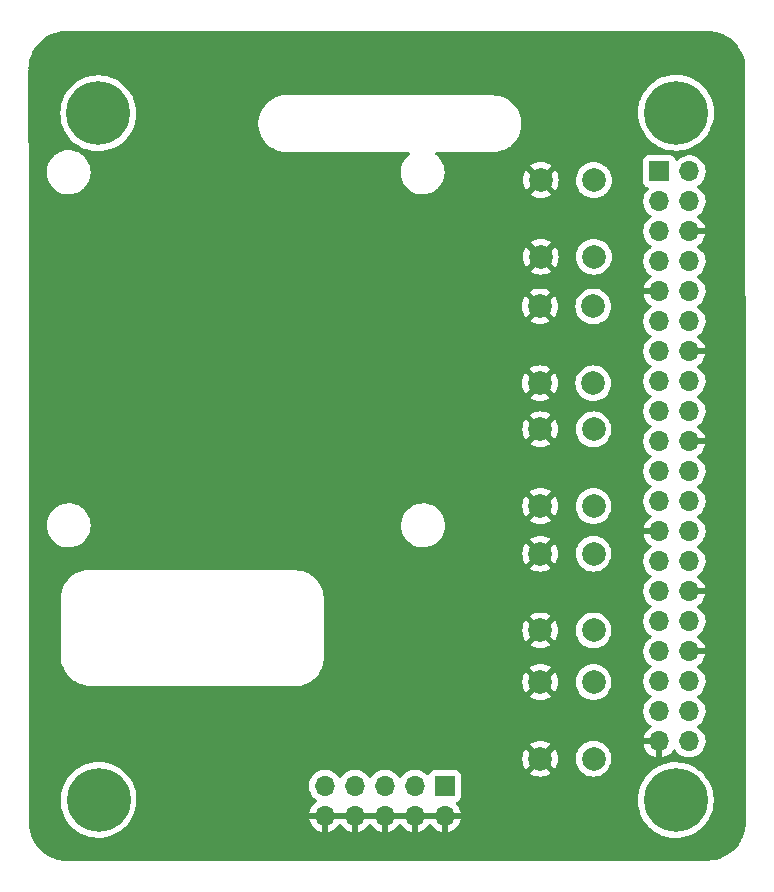
<source format=gbr>
%TF.GenerationSoftware,KiCad,Pcbnew,6.0.10-86aedd382b~118~ubuntu22.04.1*%
%TF.CreationDate,2023-01-22T12:34:59+01:00*%
%TF.ProjectId,pcb,7063622e-6b69-4636-9164-5f7063625858,rev?*%
%TF.SameCoordinates,Original*%
%TF.FileFunction,Copper,L2,Bot*%
%TF.FilePolarity,Positive*%
%FSLAX46Y46*%
G04 Gerber Fmt 4.6, Leading zero omitted, Abs format (unit mm)*
G04 Created by KiCad (PCBNEW 6.0.10-86aedd382b~118~ubuntu22.04.1) date 2023-01-22 12:34:59*
%MOMM*%
%LPD*%
G01*
G04 APERTURE LIST*
%TA.AperFunction,ComponentPad*%
%ADD10R,1.700000X1.700000*%
%TD*%
%TA.AperFunction,ComponentPad*%
%ADD11O,1.700000X1.700000*%
%TD*%
%TA.AperFunction,ComponentPad*%
%ADD12C,2.000000*%
%TD*%
%TA.AperFunction,ComponentPad*%
%ADD13C,0.800000*%
%TD*%
%TA.AperFunction,ComponentPad*%
%ADD14C,5.400000*%
%TD*%
G04 APERTURE END LIST*
D10*
%TO.P,J2,1,Pin_1*%
%TO.N,GPIO26*%
X88760000Y-96470000D03*
D11*
%TO.P,J2,2,Pin_2*%
%TO.N,GND*%
X88760000Y-99010000D03*
%TO.P,J2,3,Pin_3*%
%TO.N,GPIO19*%
X86220000Y-96470000D03*
%TO.P,J2,4,Pin_4*%
%TO.N,GND*%
X86220000Y-99010000D03*
%TO.P,J2,5,Pin_5*%
%TO.N,GPIO22*%
X83680000Y-96470000D03*
%TO.P,J2,6,Pin_6*%
%TO.N,GND*%
X83680000Y-99010000D03*
%TO.P,J2,7,Pin_7*%
%TO.N,GPIO27*%
X81140000Y-96470000D03*
%TO.P,J2,8,Pin_8*%
%TO.N,GND*%
X81140000Y-99010000D03*
%TO.P,J2,9,Pin_9*%
%TO.N,GPIO17*%
X78600000Y-96470000D03*
%TO.P,J2,10,Pin_10*%
%TO.N,GND*%
X78600000Y-99010000D03*
%TD*%
D12*
%TO.P,SW3,1,1*%
%TO.N,GPIO22*%
X101337500Y-72765000D03*
X101337500Y-66265000D03*
%TO.P,SW3,2,2*%
%TO.N,GND*%
X96837500Y-72765000D03*
X96837500Y-66265000D03*
%TD*%
D13*
%TO.P,H4,1*%
%TO.N,N/C*%
X57998109Y-99071891D03*
X57998109Y-96208109D03*
X59430000Y-95615000D03*
X61455000Y-97640000D03*
X60861891Y-96208109D03*
X57405000Y-97640000D03*
X59430000Y-99665000D03*
D14*
X59430000Y-97640000D03*
D13*
X60861891Y-99071891D03*
%TD*%
%TO.P,H3,1*%
%TO.N,N/C*%
X106868109Y-99101891D03*
X109731891Y-96238109D03*
X108300000Y-95645000D03*
X106868109Y-96238109D03*
X109731891Y-99101891D03*
D14*
X108300000Y-97670000D03*
D13*
X110325000Y-97670000D03*
X106275000Y-97670000D03*
X108300000Y-99695000D03*
%TD*%
%TO.P,H1,1*%
%TO.N,N/C*%
X60841891Y-40941891D03*
X57385000Y-39510000D03*
X60841891Y-38078109D03*
D14*
X59410000Y-39510000D03*
D13*
X57978109Y-40941891D03*
X57978109Y-38078109D03*
X59410000Y-41535000D03*
X61435000Y-39510000D03*
X59410000Y-37485000D03*
%TD*%
D12*
%TO.P,SW5,1,1*%
%TO.N,GPIO17*%
X101370000Y-51660000D03*
X101370000Y-45160000D03*
%TO.P,SW5,2,2*%
%TO.N,GND*%
X96870000Y-45160000D03*
X96870000Y-51660000D03*
%TD*%
%TO.P,SW2,1,1*%
%TO.N,GPIO19*%
X101337500Y-83295000D03*
X101337500Y-76795000D03*
%TO.P,SW2,2,2*%
%TO.N,GND*%
X96837500Y-76795000D03*
X96837500Y-83295000D03*
%TD*%
%TO.P,SW1,1,1*%
%TO.N,GPIO26*%
X101337500Y-87665000D03*
X101337500Y-94165000D03*
%TO.P,SW1,2,2*%
%TO.N,GND*%
X96837500Y-87665000D03*
X96837500Y-94165000D03*
%TD*%
D13*
%TO.P,H2,1*%
%TO.N,N/C*%
X109751891Y-40891891D03*
X110345000Y-39460000D03*
X106888109Y-38028109D03*
X106888109Y-40891891D03*
X109751891Y-38028109D03*
X106295000Y-39460000D03*
X108320000Y-37435000D03*
D14*
X108320000Y-39460000D03*
D13*
X108320000Y-41485000D03*
%TD*%
D12*
%TO.P,SW4,1,1*%
%TO.N,GPIO27*%
X101310000Y-62360000D03*
X101310000Y-55860000D03*
%TO.P,SW4,2,2*%
%TO.N,GND*%
X96810000Y-62360000D03*
X96810000Y-55860000D03*
%TD*%
D10*
%TO.P,J1,1,3V3*%
%TO.N,3v3*%
X106920000Y-44430000D03*
D11*
%TO.P,J1,2,5V*%
%TO.N,5v*%
X109460000Y-44430000D03*
%TO.P,J1,3,SDA/GPIO2*%
%TO.N,GPIO02*%
X106920000Y-46970000D03*
%TO.P,J1,4,5V*%
%TO.N,5v*%
X109460000Y-46970000D03*
%TO.P,J1,5,SCL/GPIO3*%
%TO.N,GPIO03*%
X106920000Y-49510000D03*
%TO.P,J1,6,GND*%
%TO.N,GND*%
X109460000Y-49510000D03*
%TO.P,J1,7,GCLK0/GPIO4*%
%TO.N,GPIO04*%
X106920000Y-52050000D03*
%TO.P,J1,8,GPIO14/TXD*%
%TO.N,GPIO14*%
X109460000Y-52050000D03*
%TO.P,J1,9,GND*%
%TO.N,GND*%
X106920000Y-54590000D03*
%TO.P,J1,10,GPIO15/RXD*%
%TO.N,GPIO15*%
X109460000Y-54590000D03*
%TO.P,J1,11,GPIO17*%
%TO.N,GPIO17*%
X106920000Y-57130000D03*
%TO.P,J1,12,GPIO18/PWM0*%
%TO.N,GPIO18*%
X109460000Y-57130000D03*
%TO.P,J1,13,GPIO27*%
%TO.N,GPIO27*%
X106920000Y-59670000D03*
%TO.P,J1,14,GND*%
%TO.N,GND*%
X109460000Y-59670000D03*
%TO.P,J1,15,GPIO22*%
%TO.N,GPIO22*%
X106920000Y-62210000D03*
%TO.P,J1,16,GPIO23*%
%TO.N,GPIO23*%
X109460000Y-62210000D03*
%TO.P,J1,17,3V3*%
%TO.N,3v3*%
X106920000Y-64750000D03*
%TO.P,J1,18,GPIO24*%
%TO.N,GPIO24*%
X109460000Y-64750000D03*
%TO.P,J1,19,MOSI0/GPIO10*%
%TO.N,GPIO10*%
X106920000Y-67290000D03*
%TO.P,J1,20,GND*%
%TO.N,GND*%
X109460000Y-67290000D03*
%TO.P,J1,21,MISO0/GPIO9*%
%TO.N,GPIO09*%
X106920000Y-69830000D03*
%TO.P,J1,22,GPIO25*%
%TO.N,GPIO25*%
X109460000Y-69830000D03*
%TO.P,J1,23,SCLK0/GPIO11*%
%TO.N,GPIO11*%
X106920000Y-72370000D03*
%TO.P,J1,24,~{CE0}/GPIO8*%
%TO.N,GPIO08*%
X109460000Y-72370000D03*
%TO.P,J1,25,GND*%
%TO.N,GND*%
X106920000Y-74910000D03*
%TO.P,J1,26,~{CE1}/GPIO7*%
%TO.N,GPIO07*%
X109460000Y-74910000D03*
%TO.P,J1,27,ID_SD/GPIO0*%
%TO.N,GPIO00*%
X106920000Y-77450000D03*
%TO.P,J1,28,ID_SC/GPIO1*%
%TO.N,GPIO01*%
X109460000Y-77450000D03*
%TO.P,J1,29,GCLK1/GPIO5*%
%TO.N,GPIO05*%
X106920000Y-79990000D03*
%TO.P,J1,30,GND*%
%TO.N,GND*%
X109460000Y-79990000D03*
%TO.P,J1,31,GCLK2/GPIO6*%
%TO.N,GPIO06*%
X106920000Y-82530000D03*
%TO.P,J1,32,PWM0/GPIO12*%
%TO.N,GPIO12*%
X109460000Y-82530000D03*
%TO.P,J1,33,PWM1/GPIO13*%
%TO.N,GPIO13*%
X106920000Y-85070000D03*
%TO.P,J1,34,GND*%
%TO.N,GND*%
X109460000Y-85070000D03*
%TO.P,J1,35,GPIO19/MISO1*%
%TO.N,GPIO19*%
X106920000Y-87610000D03*
%TO.P,J1,36,GPIO16*%
%TO.N,GPIO16*%
X109460000Y-87610000D03*
%TO.P,J1,37,GPIO26*%
%TO.N,GPIO26*%
X106920000Y-90150000D03*
%TO.P,J1,38,GPIO20/MOSI1*%
%TO.N,GPIO20*%
X109460000Y-90150000D03*
%TO.P,J1,39,GND*%
%TO.N,GND*%
X106920000Y-92690000D03*
%TO.P,J1,40,GPIO21/SCLK1*%
%TO.N,GPIO21*%
X109460000Y-92690000D03*
%TD*%
%TA.AperFunction,Conductor*%
%TO.N,GND*%
G36*
X110913614Y-32527911D02*
G01*
X110940973Y-32531851D01*
X110949857Y-32530586D01*
X110949861Y-32530586D01*
X110959572Y-32529203D01*
X110982546Y-32528053D01*
X111010318Y-32529203D01*
X111279829Y-32540364D01*
X111293058Y-32541613D01*
X111615827Y-32589395D01*
X111628845Y-32592031D01*
X111843240Y-32647360D01*
X111944770Y-32673562D01*
X111957452Y-32677560D01*
X112263013Y-32791928D01*
X112275202Y-32797239D01*
X112309026Y-32814155D01*
X112567013Y-32943177D01*
X112578576Y-32949744D01*
X112853388Y-33125627D01*
X112864194Y-33133377D01*
X113118922Y-33337230D01*
X113128852Y-33346075D01*
X113360686Y-33575650D01*
X113369628Y-33585492D01*
X113575977Y-33838220D01*
X113583828Y-33848945D01*
X113608392Y-33886509D01*
X113762399Y-34122023D01*
X113769076Y-34133517D01*
X113917862Y-34423875D01*
X113923294Y-34436013D01*
X114040657Y-34740455D01*
X114044777Y-34753096D01*
X114121635Y-35039291D01*
X114129395Y-35068188D01*
X114132161Y-35081189D01*
X114140187Y-35131967D01*
X114183103Y-35403468D01*
X114184482Y-35416689D01*
X114189667Y-35517893D01*
X114199326Y-35706441D01*
X114197960Y-35732468D01*
X114197715Y-35734024D01*
X114197715Y-35734032D01*
X114196320Y-35742897D01*
X114200477Y-35775088D01*
X114201514Y-35791167D01*
X114213465Y-73890635D01*
X114221485Y-99456276D01*
X114220307Y-99473501D01*
X114216278Y-99502755D01*
X114217598Y-99511633D01*
X114217598Y-99511635D01*
X114219039Y-99521327D01*
X114220331Y-99544296D01*
X114213585Y-99735634D01*
X114209839Y-99841871D01*
X114208669Y-99855118D01*
X114193139Y-99964608D01*
X114162821Y-100178352D01*
X114160260Y-100191409D01*
X114143149Y-100259399D01*
X114080932Y-100506615D01*
X114080580Y-100508012D01*
X114076658Y-100520719D01*
X113964608Y-100825597D01*
X113964032Y-100827165D01*
X113958790Y-100839390D01*
X113943483Y-100870453D01*
X113814479Y-101132237D01*
X113807976Y-101143844D01*
X113770193Y-101203643D01*
X113633582Y-101419851D01*
X113625910Y-101430682D01*
X113423367Y-101686778D01*
X113414593Y-101696741D01*
X113186185Y-101930036D01*
X113176395Y-101939031D01*
X112924671Y-102146928D01*
X112913978Y-102154848D01*
X112641738Y-102335037D01*
X112630270Y-102341785D01*
X112340545Y-102492261D01*
X112328430Y-102497762D01*
X112024442Y-102616849D01*
X112011813Y-102621041D01*
X111696983Y-102707401D01*
X111683983Y-102710239D01*
X111361787Y-102762918D01*
X111348561Y-102764369D01*
X111058534Y-102780749D01*
X111032491Y-102779518D01*
X111032465Y-102779514D01*
X111022210Y-102777955D01*
X111013319Y-102779150D01*
X111013314Y-102779150D01*
X110991754Y-102782048D01*
X110974990Y-102783171D01*
X86431509Y-102786944D01*
X56834597Y-102791494D01*
X56817064Y-102790270D01*
X56788610Y-102786273D01*
X56779725Y-102787570D01*
X56779721Y-102787570D01*
X56770012Y-102788987D01*
X56747052Y-102790218D01*
X56605145Y-102784850D01*
X56450079Y-102778983D01*
X56436867Y-102777784D01*
X56114272Y-102731240D01*
X56101251Y-102728654D01*
X56000896Y-102703161D01*
X55785376Y-102648414D01*
X55772692Y-102644470D01*
X55571843Y-102570190D01*
X55467008Y-102531418D01*
X55454813Y-102526162D01*
X55162729Y-102381555D01*
X55151156Y-102375044D01*
X54875922Y-102200493D01*
X54865095Y-102192797D01*
X54817260Y-102154848D01*
X54609772Y-101990244D01*
X54599815Y-101981451D01*
X54367236Y-101753144D01*
X54358260Y-101743352D01*
X54151006Y-101491825D01*
X54143111Y-101481143D01*
X53963484Y-101209187D01*
X53956758Y-101197732D01*
X53806767Y-100908390D01*
X53801284Y-100896291D01*
X53734797Y-100726273D01*
X53682586Y-100592759D01*
X53678408Y-100580153D01*
X53592324Y-100265812D01*
X53589497Y-100252841D01*
X53586794Y-100236279D01*
X53536983Y-99931173D01*
X53535538Y-99917974D01*
X53534791Y-99904721D01*
X53519220Y-99628716D01*
X53520451Y-99602685D01*
X53520696Y-99601071D01*
X53520696Y-99601070D01*
X53522045Y-99592196D01*
X53520850Y-99583307D01*
X53520850Y-99583301D01*
X53517946Y-99561700D01*
X53516823Y-99544950D01*
X53516262Y-97595132D01*
X56216757Y-97595132D01*
X56231781Y-97953588D01*
X56286668Y-98308136D01*
X56287590Y-98311528D01*
X56287590Y-98311530D01*
X56293328Y-98332649D01*
X56380734Y-98654356D01*
X56512806Y-98987933D01*
X56514461Y-98991045D01*
X56514463Y-98991050D01*
X56575421Y-99105694D01*
X56681239Y-99304709D01*
X56683224Y-99307607D01*
X56683230Y-99307618D01*
X56881942Y-99597829D01*
X56881947Y-99597835D01*
X56883933Y-99600736D01*
X56886236Y-99603404D01*
X57092075Y-99841871D01*
X57118361Y-99872324D01*
X57381602Y-100116087D01*
X57384428Y-100118170D01*
X57384431Y-100118173D01*
X57419047Y-100143694D01*
X57670375Y-100328989D01*
X57673412Y-100330743D01*
X57673416Y-100330745D01*
X57790503Y-100398345D01*
X57981080Y-100508375D01*
X58045719Y-100536615D01*
X58306622Y-100650601D01*
X58306632Y-100650605D01*
X58309844Y-100652008D01*
X58313201Y-100653047D01*
X58313206Y-100653049D01*
X58448744Y-100695005D01*
X58652570Y-100758100D01*
X59004987Y-100825327D01*
X59201571Y-100840453D01*
X59359203Y-100852582D01*
X59359204Y-100852582D01*
X59362700Y-100852851D01*
X59580001Y-100845263D01*
X59717738Y-100840453D01*
X59717743Y-100840453D01*
X59721253Y-100840330D01*
X59727585Y-100839395D01*
X60072683Y-100788436D01*
X60072689Y-100788435D01*
X60076175Y-100787920D01*
X60079579Y-100787021D01*
X60079582Y-100787020D01*
X60419652Y-100697169D01*
X60419653Y-100697169D01*
X60423043Y-100696273D01*
X60757534Y-100566533D01*
X61075478Y-100400316D01*
X61274876Y-100265820D01*
X61369997Y-100201660D01*
X61369999Y-100201659D01*
X61372913Y-100199693D01*
X61646131Y-99967167D01*
X61785552Y-99818699D01*
X61889316Y-99708202D01*
X61889320Y-99708197D01*
X61891727Y-99705634D01*
X61893832Y-99702820D01*
X61893838Y-99702813D01*
X62104530Y-99421174D01*
X62106639Y-99418355D01*
X62189005Y-99277966D01*
X77268257Y-99277966D01*
X77298565Y-99412446D01*
X77301645Y-99422275D01*
X77381770Y-99619603D01*
X77386413Y-99628794D01*
X77497694Y-99810388D01*
X77503777Y-99818699D01*
X77643213Y-99979667D01*
X77650580Y-99986883D01*
X77814434Y-100122916D01*
X77822881Y-100128831D01*
X78006756Y-100236279D01*
X78016042Y-100240729D01*
X78215001Y-100316703D01*
X78224899Y-100319579D01*
X78328250Y-100340606D01*
X78342299Y-100339410D01*
X78346000Y-100329065D01*
X78346000Y-100328517D01*
X78854000Y-100328517D01*
X78858064Y-100342359D01*
X78871478Y-100344393D01*
X78878184Y-100343534D01*
X78888262Y-100341392D01*
X79092255Y-100280191D01*
X79101842Y-100276433D01*
X79293095Y-100182739D01*
X79301945Y-100177464D01*
X79475328Y-100053792D01*
X79483200Y-100047139D01*
X79634052Y-99896812D01*
X79640730Y-99888965D01*
X79768022Y-99711819D01*
X79769147Y-99712627D01*
X79816669Y-99668876D01*
X79886607Y-99656661D01*
X79952046Y-99684197D01*
X79979870Y-99716028D01*
X80037690Y-99810383D01*
X80043777Y-99818699D01*
X80183213Y-99979667D01*
X80190580Y-99986883D01*
X80354434Y-100122916D01*
X80362881Y-100128831D01*
X80546756Y-100236279D01*
X80556042Y-100240729D01*
X80755001Y-100316703D01*
X80764899Y-100319579D01*
X80868250Y-100340606D01*
X80882299Y-100339410D01*
X80886000Y-100329065D01*
X80886000Y-100328517D01*
X81394000Y-100328517D01*
X81398064Y-100342359D01*
X81411478Y-100344393D01*
X81418184Y-100343534D01*
X81428262Y-100341392D01*
X81632255Y-100280191D01*
X81641842Y-100276433D01*
X81833095Y-100182739D01*
X81841945Y-100177464D01*
X82015328Y-100053792D01*
X82023200Y-100047139D01*
X82174052Y-99896812D01*
X82180730Y-99888965D01*
X82308022Y-99711819D01*
X82309147Y-99712627D01*
X82356669Y-99668876D01*
X82426607Y-99656661D01*
X82492046Y-99684197D01*
X82519870Y-99716028D01*
X82577690Y-99810383D01*
X82583777Y-99818699D01*
X82723213Y-99979667D01*
X82730580Y-99986883D01*
X82894434Y-100122916D01*
X82902881Y-100128831D01*
X83086756Y-100236279D01*
X83096042Y-100240729D01*
X83295001Y-100316703D01*
X83304899Y-100319579D01*
X83408250Y-100340606D01*
X83422299Y-100339410D01*
X83426000Y-100329065D01*
X83426000Y-100328517D01*
X83934000Y-100328517D01*
X83938064Y-100342359D01*
X83951478Y-100344393D01*
X83958184Y-100343534D01*
X83968262Y-100341392D01*
X84172255Y-100280191D01*
X84181842Y-100276433D01*
X84373095Y-100182739D01*
X84381945Y-100177464D01*
X84555328Y-100053792D01*
X84563200Y-100047139D01*
X84714052Y-99896812D01*
X84720730Y-99888965D01*
X84848022Y-99711819D01*
X84849147Y-99712627D01*
X84896669Y-99668876D01*
X84966607Y-99656661D01*
X85032046Y-99684197D01*
X85059870Y-99716028D01*
X85117690Y-99810383D01*
X85123777Y-99818699D01*
X85263213Y-99979667D01*
X85270580Y-99986883D01*
X85434434Y-100122916D01*
X85442881Y-100128831D01*
X85626756Y-100236279D01*
X85636042Y-100240729D01*
X85835001Y-100316703D01*
X85844899Y-100319579D01*
X85948250Y-100340606D01*
X85962299Y-100339410D01*
X85966000Y-100329065D01*
X85966000Y-100328517D01*
X86474000Y-100328517D01*
X86478064Y-100342359D01*
X86491478Y-100344393D01*
X86498184Y-100343534D01*
X86508262Y-100341392D01*
X86712255Y-100280191D01*
X86721842Y-100276433D01*
X86913095Y-100182739D01*
X86921945Y-100177464D01*
X87095328Y-100053792D01*
X87103200Y-100047139D01*
X87254052Y-99896812D01*
X87260730Y-99888965D01*
X87388022Y-99711819D01*
X87389147Y-99712627D01*
X87436669Y-99668876D01*
X87506607Y-99656661D01*
X87572046Y-99684197D01*
X87599870Y-99716028D01*
X87657690Y-99810383D01*
X87663777Y-99818699D01*
X87803213Y-99979667D01*
X87810580Y-99986883D01*
X87974434Y-100122916D01*
X87982881Y-100128831D01*
X88166756Y-100236279D01*
X88176042Y-100240729D01*
X88375001Y-100316703D01*
X88384899Y-100319579D01*
X88488250Y-100340606D01*
X88502299Y-100339410D01*
X88506000Y-100329065D01*
X88506000Y-100328517D01*
X89014000Y-100328517D01*
X89018064Y-100342359D01*
X89031478Y-100344393D01*
X89038184Y-100343534D01*
X89048262Y-100341392D01*
X89252255Y-100280191D01*
X89261842Y-100276433D01*
X89453095Y-100182739D01*
X89461945Y-100177464D01*
X89635328Y-100053792D01*
X89643200Y-100047139D01*
X89794052Y-99896812D01*
X89800730Y-99888965D01*
X89925003Y-99716020D01*
X89930313Y-99707183D01*
X90024670Y-99516267D01*
X90028469Y-99506672D01*
X90090377Y-99302910D01*
X90092555Y-99292837D01*
X90093986Y-99281962D01*
X90091775Y-99267778D01*
X90078617Y-99264000D01*
X89032115Y-99264000D01*
X89016876Y-99268475D01*
X89015671Y-99269865D01*
X89014000Y-99277548D01*
X89014000Y-100328517D01*
X88506000Y-100328517D01*
X88506000Y-99282115D01*
X88501525Y-99266876D01*
X88500135Y-99265671D01*
X88492452Y-99264000D01*
X86492115Y-99264000D01*
X86476876Y-99268475D01*
X86475671Y-99269865D01*
X86474000Y-99277548D01*
X86474000Y-100328517D01*
X85966000Y-100328517D01*
X85966000Y-99282115D01*
X85961525Y-99266876D01*
X85960135Y-99265671D01*
X85952452Y-99264000D01*
X83952115Y-99264000D01*
X83936876Y-99268475D01*
X83935671Y-99269865D01*
X83934000Y-99277548D01*
X83934000Y-100328517D01*
X83426000Y-100328517D01*
X83426000Y-99282115D01*
X83421525Y-99266876D01*
X83420135Y-99265671D01*
X83412452Y-99264000D01*
X81412115Y-99264000D01*
X81396876Y-99268475D01*
X81395671Y-99269865D01*
X81394000Y-99277548D01*
X81394000Y-100328517D01*
X80886000Y-100328517D01*
X80886000Y-99282115D01*
X80881525Y-99266876D01*
X80880135Y-99265671D01*
X80872452Y-99264000D01*
X78872115Y-99264000D01*
X78856876Y-99268475D01*
X78855671Y-99269865D01*
X78854000Y-99277548D01*
X78854000Y-100328517D01*
X78346000Y-100328517D01*
X78346000Y-99282115D01*
X78341525Y-99266876D01*
X78340135Y-99265671D01*
X78332452Y-99264000D01*
X77283225Y-99264000D01*
X77269694Y-99267973D01*
X77268257Y-99277966D01*
X62189005Y-99277966D01*
X62288189Y-99108910D01*
X62434115Y-98781156D01*
X62532011Y-98472546D01*
X62541528Y-98442546D01*
X62541528Y-98442545D01*
X62542596Y-98439179D01*
X62612282Y-98087241D01*
X62626008Y-97923784D01*
X62642120Y-97731912D01*
X62642121Y-97731901D01*
X62642303Y-97729728D01*
X62642728Y-97699338D01*
X62643526Y-97642178D01*
X62643526Y-97642166D01*
X62643556Y-97640000D01*
X62642985Y-97629774D01*
X62632779Y-97447240D01*
X62623529Y-97281788D01*
X62616589Y-97240757D01*
X62564286Y-96931522D01*
X62564285Y-96931518D01*
X62563697Y-96928041D01*
X62559774Y-96914358D01*
X62485273Y-96654547D01*
X62464806Y-96583169D01*
X62404434Y-96436695D01*
X77237251Y-96436695D01*
X77250110Y-96659715D01*
X77251247Y-96664761D01*
X77251248Y-96664767D01*
X77275304Y-96771508D01*
X77299222Y-96877639D01*
X77383266Y-97084616D01*
X77420685Y-97145678D01*
X77497291Y-97270688D01*
X77499987Y-97275088D01*
X77646250Y-97443938D01*
X77818126Y-97586632D01*
X77826652Y-97591614D01*
X77891955Y-97629774D01*
X77940679Y-97681412D01*
X77953750Y-97751195D01*
X77927019Y-97816967D01*
X77886562Y-97850327D01*
X77878457Y-97854546D01*
X77869738Y-97860036D01*
X77699433Y-97987905D01*
X77691726Y-97994748D01*
X77544590Y-98148717D01*
X77538104Y-98156727D01*
X77418098Y-98332649D01*
X77413000Y-98341623D01*
X77323338Y-98534783D01*
X77319775Y-98544470D01*
X77264389Y-98744183D01*
X77265912Y-98752607D01*
X77278292Y-98756000D01*
X90078344Y-98756000D01*
X90091875Y-98752027D01*
X90093180Y-98742947D01*
X90051214Y-98575875D01*
X90047894Y-98566124D01*
X89962972Y-98370814D01*
X89958105Y-98361739D01*
X89842426Y-98182926D01*
X89836136Y-98174757D01*
X89692293Y-98016677D01*
X89661241Y-97952831D01*
X89669635Y-97882333D01*
X89714812Y-97827564D01*
X89741256Y-97813895D01*
X89848297Y-97773767D01*
X89856705Y-97770615D01*
X89973261Y-97683261D01*
X90016826Y-97625132D01*
X105086757Y-97625132D01*
X105101781Y-97983588D01*
X105118364Y-98090705D01*
X105155819Y-98332649D01*
X105156668Y-98338136D01*
X105250734Y-98684356D01*
X105302211Y-98814372D01*
X105369632Y-98984658D01*
X105382806Y-99017933D01*
X105551239Y-99334709D01*
X105553224Y-99337607D01*
X105553230Y-99337618D01*
X105751942Y-99627829D01*
X105751947Y-99627835D01*
X105753933Y-99630736D01*
X105756236Y-99633404D01*
X105964535Y-99874721D01*
X105988361Y-99902324D01*
X106251602Y-100146087D01*
X106254428Y-100148170D01*
X106254431Y-100148173D01*
X106304320Y-100184954D01*
X106540375Y-100358989D01*
X106851080Y-100538375D01*
X106854301Y-100539782D01*
X107176622Y-100680601D01*
X107176632Y-100680605D01*
X107179844Y-100682008D01*
X107183201Y-100683047D01*
X107183206Y-100683049D01*
X107318744Y-100725005D01*
X107522570Y-100788100D01*
X107874987Y-100855327D01*
X108071571Y-100870453D01*
X108229203Y-100882582D01*
X108229204Y-100882582D01*
X108232700Y-100882851D01*
X108450001Y-100875263D01*
X108587738Y-100870453D01*
X108587743Y-100870453D01*
X108591253Y-100870330D01*
X108594734Y-100869816D01*
X108942683Y-100818436D01*
X108942689Y-100818435D01*
X108946175Y-100817920D01*
X108949579Y-100817021D01*
X108949582Y-100817020D01*
X109289652Y-100727169D01*
X109289653Y-100727169D01*
X109293043Y-100726273D01*
X109627534Y-100596533D01*
X109945478Y-100430316D01*
X110242913Y-100229693D01*
X110516131Y-99997167D01*
X110631116Y-99874721D01*
X110759316Y-99738202D01*
X110759320Y-99738197D01*
X110761727Y-99735634D01*
X110763832Y-99732820D01*
X110763838Y-99732813D01*
X110974530Y-99451174D01*
X110976639Y-99448355D01*
X110996021Y-99415320D01*
X111084799Y-99264000D01*
X111158189Y-99138910D01*
X111304115Y-98811156D01*
X111412596Y-98469179D01*
X111482282Y-98117241D01*
X111506607Y-97827564D01*
X111512120Y-97761912D01*
X111512121Y-97761901D01*
X111512303Y-97759728D01*
X111512423Y-97751195D01*
X111513526Y-97672178D01*
X111513526Y-97672166D01*
X111513556Y-97670000D01*
X111513324Y-97665839D01*
X111499716Y-97422460D01*
X111493529Y-97311788D01*
X111486578Y-97270689D01*
X111434286Y-96961522D01*
X111434285Y-96961518D01*
X111433697Y-96958041D01*
X111334806Y-96613169D01*
X111259953Y-96431562D01*
X111199427Y-96284713D01*
X111199423Y-96284705D01*
X111198089Y-96281468D01*
X111042969Y-95999305D01*
X111026943Y-95970154D01*
X111026940Y-95970150D01*
X111025250Y-95967075D01*
X110818443Y-95673907D01*
X110580245Y-95405619D01*
X110313626Y-95165554D01*
X110310776Y-95163513D01*
X110310769Y-95163508D01*
X110024763Y-94958748D01*
X110024760Y-94958746D01*
X110021909Y-94956705D01*
X109708730Y-94781675D01*
X109377992Y-94642646D01*
X109374623Y-94641655D01*
X109374619Y-94641653D01*
X109222707Y-94596943D01*
X109033818Y-94541350D01*
X108750904Y-94491464D01*
X108683958Y-94479660D01*
X108683956Y-94479660D01*
X108680498Y-94479050D01*
X108676987Y-94478829D01*
X108676986Y-94478829D01*
X108325953Y-94456743D01*
X108325947Y-94456743D01*
X108322435Y-94456522D01*
X108221046Y-94461481D01*
X107967599Y-94473876D01*
X107967591Y-94473877D01*
X107964092Y-94474048D01*
X107960624Y-94474610D01*
X107960621Y-94474610D01*
X107613411Y-94530846D01*
X107613408Y-94530847D01*
X107609936Y-94531409D01*
X107606549Y-94532355D01*
X107606543Y-94532356D01*
X107367104Y-94599209D01*
X107264381Y-94627890D01*
X107098057Y-94695089D01*
X106934998Y-94760969D01*
X106934994Y-94760971D01*
X106931734Y-94762288D01*
X106928647Y-94763957D01*
X106928643Y-94763959D01*
X106892699Y-94783394D01*
X106616142Y-94932928D01*
X106321537Y-95137683D01*
X106318895Y-95139996D01*
X106318891Y-95139999D01*
X106074080Y-95354316D01*
X106051593Y-95374002D01*
X106022996Y-95405320D01*
X105843209Y-95602211D01*
X105809672Y-95638938D01*
X105598792Y-95929190D01*
X105597050Y-95932256D01*
X105597049Y-95932258D01*
X105578905Y-95964198D01*
X105421580Y-96241140D01*
X105280245Y-96570899D01*
X105275520Y-96586549D01*
X105185607Y-96884358D01*
X105176549Y-96914358D01*
X105148584Y-97066728D01*
X105116644Y-97240757D01*
X105111784Y-97267235D01*
X105086757Y-97625132D01*
X90016826Y-97625132D01*
X90060615Y-97566705D01*
X90111745Y-97430316D01*
X90118500Y-97368134D01*
X90118500Y-95571866D01*
X90111745Y-95509684D01*
X90069753Y-95397670D01*
X95969660Y-95397670D01*
X95975387Y-95405320D01*
X96146542Y-95510205D01*
X96155337Y-95514687D01*
X96365488Y-95601734D01*
X96374873Y-95604783D01*
X96596054Y-95657885D01*
X96605801Y-95659428D01*
X96832570Y-95677275D01*
X96842430Y-95677275D01*
X97069199Y-95659428D01*
X97078946Y-95657885D01*
X97300127Y-95604783D01*
X97309512Y-95601734D01*
X97519663Y-95514687D01*
X97528458Y-95510205D01*
X97695945Y-95407568D01*
X97705407Y-95397110D01*
X97701624Y-95388334D01*
X96850312Y-94537022D01*
X96836368Y-94529408D01*
X96834535Y-94529539D01*
X96827920Y-94533790D01*
X95976420Y-95385290D01*
X95969660Y-95397670D01*
X90069753Y-95397670D01*
X90060615Y-95373295D01*
X89973261Y-95256739D01*
X89856705Y-95169385D01*
X89720316Y-95118255D01*
X89658134Y-95111500D01*
X87861866Y-95111500D01*
X87799684Y-95118255D01*
X87663295Y-95169385D01*
X87546739Y-95256739D01*
X87459385Y-95373295D01*
X87456233Y-95381703D01*
X87414919Y-95491907D01*
X87372277Y-95548671D01*
X87305716Y-95573371D01*
X87236367Y-95558163D01*
X87203743Y-95532476D01*
X87153151Y-95476875D01*
X87153142Y-95476866D01*
X87149670Y-95473051D01*
X87145619Y-95469852D01*
X87145615Y-95469848D01*
X86978414Y-95337800D01*
X86978410Y-95337798D01*
X86974359Y-95334598D01*
X86778789Y-95226638D01*
X86773920Y-95224914D01*
X86773916Y-95224912D01*
X86573087Y-95153795D01*
X86573083Y-95153794D01*
X86568212Y-95152069D01*
X86563119Y-95151162D01*
X86563116Y-95151161D01*
X86353373Y-95113800D01*
X86353367Y-95113799D01*
X86348284Y-95112894D01*
X86274452Y-95111992D01*
X86130081Y-95110228D01*
X86130079Y-95110228D01*
X86124911Y-95110165D01*
X85904091Y-95143955D01*
X85691756Y-95213357D01*
X85493607Y-95316507D01*
X85489474Y-95319610D01*
X85489471Y-95319612D01*
X85319100Y-95447530D01*
X85314965Y-95450635D01*
X85275525Y-95491907D01*
X85166173Y-95606337D01*
X85160629Y-95612138D01*
X85053201Y-95769621D01*
X84998293Y-95814621D01*
X84927768Y-95822792D01*
X84864021Y-95791538D01*
X84843324Y-95767054D01*
X84762822Y-95642617D01*
X84762820Y-95642614D01*
X84760014Y-95638277D01*
X84609670Y-95473051D01*
X84605619Y-95469852D01*
X84605615Y-95469848D01*
X84438414Y-95337800D01*
X84438410Y-95337798D01*
X84434359Y-95334598D01*
X84238789Y-95226638D01*
X84233920Y-95224914D01*
X84233916Y-95224912D01*
X84033087Y-95153795D01*
X84033083Y-95153794D01*
X84028212Y-95152069D01*
X84023119Y-95151162D01*
X84023116Y-95151161D01*
X83813373Y-95113800D01*
X83813367Y-95113799D01*
X83808284Y-95112894D01*
X83734452Y-95111992D01*
X83590081Y-95110228D01*
X83590079Y-95110228D01*
X83584911Y-95110165D01*
X83364091Y-95143955D01*
X83151756Y-95213357D01*
X82953607Y-95316507D01*
X82949474Y-95319610D01*
X82949471Y-95319612D01*
X82779100Y-95447530D01*
X82774965Y-95450635D01*
X82735525Y-95491907D01*
X82626173Y-95606337D01*
X82620629Y-95612138D01*
X82513201Y-95769621D01*
X82458293Y-95814621D01*
X82387768Y-95822792D01*
X82324021Y-95791538D01*
X82303324Y-95767054D01*
X82222822Y-95642617D01*
X82222820Y-95642614D01*
X82220014Y-95638277D01*
X82069670Y-95473051D01*
X82065619Y-95469852D01*
X82065615Y-95469848D01*
X81898414Y-95337800D01*
X81898410Y-95337798D01*
X81894359Y-95334598D01*
X81698789Y-95226638D01*
X81693920Y-95224914D01*
X81693916Y-95224912D01*
X81493087Y-95153795D01*
X81493083Y-95153794D01*
X81488212Y-95152069D01*
X81483119Y-95151162D01*
X81483116Y-95151161D01*
X81273373Y-95113800D01*
X81273367Y-95113799D01*
X81268284Y-95112894D01*
X81194452Y-95111992D01*
X81050081Y-95110228D01*
X81050079Y-95110228D01*
X81044911Y-95110165D01*
X80824091Y-95143955D01*
X80611756Y-95213357D01*
X80413607Y-95316507D01*
X80409474Y-95319610D01*
X80409471Y-95319612D01*
X80239100Y-95447530D01*
X80234965Y-95450635D01*
X80195525Y-95491907D01*
X80086173Y-95606337D01*
X80080629Y-95612138D01*
X79973201Y-95769621D01*
X79918293Y-95814621D01*
X79847768Y-95822792D01*
X79784021Y-95791538D01*
X79763324Y-95767054D01*
X79682822Y-95642617D01*
X79682820Y-95642614D01*
X79680014Y-95638277D01*
X79529670Y-95473051D01*
X79525619Y-95469852D01*
X79525615Y-95469848D01*
X79358414Y-95337800D01*
X79358410Y-95337798D01*
X79354359Y-95334598D01*
X79158789Y-95226638D01*
X79153920Y-95224914D01*
X79153916Y-95224912D01*
X78953087Y-95153795D01*
X78953083Y-95153794D01*
X78948212Y-95152069D01*
X78943119Y-95151162D01*
X78943116Y-95151161D01*
X78733373Y-95113800D01*
X78733367Y-95113799D01*
X78728284Y-95112894D01*
X78654452Y-95111992D01*
X78510081Y-95110228D01*
X78510079Y-95110228D01*
X78504911Y-95110165D01*
X78284091Y-95143955D01*
X78071756Y-95213357D01*
X77873607Y-95316507D01*
X77869474Y-95319610D01*
X77869471Y-95319612D01*
X77699100Y-95447530D01*
X77694965Y-95450635D01*
X77655525Y-95491907D01*
X77546173Y-95606337D01*
X77540629Y-95612138D01*
X77537720Y-95616403D01*
X77537714Y-95616411D01*
X77495853Y-95677777D01*
X77414743Y-95796680D01*
X77368484Y-95896336D01*
X77335649Y-95967075D01*
X77320688Y-95999305D01*
X77260989Y-96214570D01*
X77237251Y-96436695D01*
X62404434Y-96436695D01*
X62341792Y-96284713D01*
X62329427Y-96254713D01*
X62329423Y-96254705D01*
X62328089Y-96251468D01*
X62179621Y-95981406D01*
X62156943Y-95940154D01*
X62156940Y-95940150D01*
X62155250Y-95937075D01*
X61971982Y-95677275D01*
X61950479Y-95646793D01*
X61950478Y-95646791D01*
X61948443Y-95643907D01*
X61710245Y-95375619D01*
X61479562Y-95167911D01*
X61446244Y-95137911D01*
X61446241Y-95137909D01*
X61443626Y-95135554D01*
X61440776Y-95133513D01*
X61440769Y-95133508D01*
X61154763Y-94928748D01*
X61154760Y-94928746D01*
X61151909Y-94926705D01*
X60838730Y-94751675D01*
X60507992Y-94612646D01*
X60504623Y-94611655D01*
X60504619Y-94611653D01*
X60265749Y-94541350D01*
X60163818Y-94511350D01*
X59852874Y-94456522D01*
X59813958Y-94449660D01*
X59813956Y-94449660D01*
X59810498Y-94449050D01*
X59806987Y-94448829D01*
X59806986Y-94448829D01*
X59455953Y-94426743D01*
X59455947Y-94426743D01*
X59452435Y-94426522D01*
X59351046Y-94431481D01*
X59097599Y-94443876D01*
X59097591Y-94443877D01*
X59094092Y-94444048D01*
X59090624Y-94444610D01*
X59090621Y-94444610D01*
X58743411Y-94500846D01*
X58743408Y-94500847D01*
X58739936Y-94501409D01*
X58736549Y-94502355D01*
X58736543Y-94502356D01*
X58452406Y-94581689D01*
X58394381Y-94597890D01*
X58228057Y-94665089D01*
X58064998Y-94730969D01*
X58064994Y-94730971D01*
X58061734Y-94732288D01*
X58058647Y-94733957D01*
X58058643Y-94733959D01*
X57972915Y-94780312D01*
X57746142Y-94902928D01*
X57451537Y-95107683D01*
X57448895Y-95109996D01*
X57448891Y-95109999D01*
X57330827Y-95213357D01*
X57181593Y-95344002D01*
X56939672Y-95608938D01*
X56728792Y-95899190D01*
X56551580Y-96211140D01*
X56410245Y-96540899D01*
X56387405Y-96616549D01*
X56308578Y-96877639D01*
X56306549Y-96884358D01*
X56278584Y-97036728D01*
X56253743Y-97172077D01*
X56241784Y-97237235D01*
X56216757Y-97595132D01*
X53516262Y-97595132D01*
X53515277Y-94169930D01*
X95325225Y-94169930D01*
X95343072Y-94396699D01*
X95344615Y-94406446D01*
X95397717Y-94627627D01*
X95400766Y-94637012D01*
X95487813Y-94847163D01*
X95492295Y-94855958D01*
X95594932Y-95023445D01*
X95605390Y-95032907D01*
X95614166Y-95029124D01*
X96465478Y-94177812D01*
X96471856Y-94166132D01*
X97201908Y-94166132D01*
X97202039Y-94167965D01*
X97206290Y-94174580D01*
X98057790Y-95026080D01*
X98070170Y-95032840D01*
X98077820Y-95027113D01*
X98182705Y-94855958D01*
X98187187Y-94847163D01*
X98274234Y-94637012D01*
X98277283Y-94627627D01*
X98330385Y-94406446D01*
X98331928Y-94396699D01*
X98349775Y-94169930D01*
X98349775Y-94165000D01*
X99824335Y-94165000D01*
X99842965Y-94401711D01*
X99844119Y-94406518D01*
X99844120Y-94406524D01*
X99874103Y-94531409D01*
X99898395Y-94632594D01*
X99900288Y-94637165D01*
X99900289Y-94637167D01*
X99987272Y-94847163D01*
X99989260Y-94851963D01*
X99991846Y-94856183D01*
X100110741Y-95050202D01*
X100110745Y-95050208D01*
X100113324Y-95054416D01*
X100208245Y-95165554D01*
X100258942Y-95224912D01*
X100267531Y-95234969D01*
X100448084Y-95389176D01*
X100452292Y-95391755D01*
X100452298Y-95391759D01*
X100591187Y-95476870D01*
X100650537Y-95513240D01*
X100655107Y-95515133D01*
X100655111Y-95515135D01*
X100865333Y-95602211D01*
X100869906Y-95604105D01*
X100950109Y-95623360D01*
X101095976Y-95658380D01*
X101095982Y-95658381D01*
X101100789Y-95659535D01*
X101337500Y-95678165D01*
X101574211Y-95659535D01*
X101579018Y-95658381D01*
X101579024Y-95658380D01*
X101724891Y-95623360D01*
X101805094Y-95604105D01*
X101809667Y-95602211D01*
X102019889Y-95515135D01*
X102019893Y-95515133D01*
X102024463Y-95513240D01*
X102083813Y-95476870D01*
X102222702Y-95391759D01*
X102222708Y-95391755D01*
X102226916Y-95389176D01*
X102407469Y-95234969D01*
X102416059Y-95224912D01*
X102466755Y-95165554D01*
X102561676Y-95054416D01*
X102564255Y-95050208D01*
X102564259Y-95050202D01*
X102683154Y-94856183D01*
X102685740Y-94851963D01*
X102687729Y-94847163D01*
X102774711Y-94637167D01*
X102774712Y-94637165D01*
X102776605Y-94632594D01*
X102800897Y-94531409D01*
X102830880Y-94406524D01*
X102830881Y-94406518D01*
X102832035Y-94401711D01*
X102850665Y-94165000D01*
X102832035Y-93928289D01*
X102829887Y-93919338D01*
X102777760Y-93702218D01*
X102776605Y-93697406D01*
X102760973Y-93659667D01*
X102687635Y-93482611D01*
X102687633Y-93482607D01*
X102685740Y-93478037D01*
X102633459Y-93392722D01*
X102564259Y-93279798D01*
X102564255Y-93279792D01*
X102561676Y-93275584D01*
X102407469Y-93095031D01*
X102246987Y-92957966D01*
X105588257Y-92957966D01*
X105618565Y-93092446D01*
X105621645Y-93102275D01*
X105701770Y-93299603D01*
X105706413Y-93308794D01*
X105817694Y-93490388D01*
X105823777Y-93498699D01*
X105963213Y-93659667D01*
X105970580Y-93666883D01*
X106134434Y-93802916D01*
X106142881Y-93808831D01*
X106326756Y-93916279D01*
X106336042Y-93920729D01*
X106535001Y-93996703D01*
X106544899Y-93999579D01*
X106648250Y-94020606D01*
X106662299Y-94019410D01*
X106666000Y-94009065D01*
X106666000Y-92962115D01*
X106661525Y-92946876D01*
X106660135Y-92945671D01*
X106652452Y-92944000D01*
X105603225Y-92944000D01*
X105589694Y-92947973D01*
X105588257Y-92957966D01*
X102246987Y-92957966D01*
X102226916Y-92940824D01*
X102222708Y-92938245D01*
X102222702Y-92938241D01*
X102028683Y-92819346D01*
X102024463Y-92816760D01*
X102019893Y-92814867D01*
X102019889Y-92814865D01*
X101809667Y-92727789D01*
X101809665Y-92727788D01*
X101805094Y-92725895D01*
X101669597Y-92693365D01*
X101579024Y-92671620D01*
X101579018Y-92671619D01*
X101574211Y-92670465D01*
X101337500Y-92651835D01*
X101100789Y-92670465D01*
X101095982Y-92671619D01*
X101095976Y-92671620D01*
X101005403Y-92693365D01*
X100869906Y-92725895D01*
X100865335Y-92727788D01*
X100865333Y-92727789D01*
X100655111Y-92814865D01*
X100655107Y-92814867D01*
X100650537Y-92816760D01*
X100646317Y-92819346D01*
X100452298Y-92938241D01*
X100452292Y-92938245D01*
X100448084Y-92940824D01*
X100267531Y-93095031D01*
X100113324Y-93275584D01*
X100110745Y-93279792D01*
X100110741Y-93279798D01*
X100041541Y-93392722D01*
X99989260Y-93478037D01*
X99987367Y-93482607D01*
X99987365Y-93482611D01*
X99914027Y-93659667D01*
X99898395Y-93697406D01*
X99897240Y-93702218D01*
X99845114Y-93919338D01*
X99842965Y-93928289D01*
X99824335Y-94165000D01*
X98349775Y-94165000D01*
X98349775Y-94160070D01*
X98331928Y-93933301D01*
X98330385Y-93923554D01*
X98277283Y-93702373D01*
X98274234Y-93692988D01*
X98187187Y-93482837D01*
X98182705Y-93474042D01*
X98080068Y-93306555D01*
X98069610Y-93297093D01*
X98060834Y-93300876D01*
X97209522Y-94152188D01*
X97201908Y-94166132D01*
X96471856Y-94166132D01*
X96473092Y-94163868D01*
X96472961Y-94162035D01*
X96468710Y-94155420D01*
X95617210Y-93303920D01*
X95604830Y-93297160D01*
X95597180Y-93302887D01*
X95492295Y-93474042D01*
X95487813Y-93482837D01*
X95400766Y-93692988D01*
X95397717Y-93702373D01*
X95344615Y-93923554D01*
X95343072Y-93933301D01*
X95325225Y-94160070D01*
X95325225Y-94169930D01*
X53515277Y-94169930D01*
X53514921Y-92932890D01*
X95969593Y-92932890D01*
X95973376Y-92941666D01*
X96824688Y-93792978D01*
X96838632Y-93800592D01*
X96840465Y-93800461D01*
X96847080Y-93796210D01*
X97698580Y-92944710D01*
X97705340Y-92932330D01*
X97699613Y-92924680D01*
X97528458Y-92819795D01*
X97519663Y-92815313D01*
X97309512Y-92728266D01*
X97300127Y-92725217D01*
X97078946Y-92672115D01*
X97069199Y-92670572D01*
X96842430Y-92652725D01*
X96832570Y-92652725D01*
X96605801Y-92670572D01*
X96596054Y-92672115D01*
X96374873Y-92725217D01*
X96365488Y-92728266D01*
X96155337Y-92815313D01*
X96146542Y-92819795D01*
X95979055Y-92922432D01*
X95969593Y-92932890D01*
X53514921Y-92932890D01*
X53514111Y-90116695D01*
X105557251Y-90116695D01*
X105557548Y-90121848D01*
X105557548Y-90121851D01*
X105563011Y-90216590D01*
X105570110Y-90339715D01*
X105571247Y-90344761D01*
X105571248Y-90344767D01*
X105591119Y-90432939D01*
X105619222Y-90557639D01*
X105703266Y-90764616D01*
X105754019Y-90847438D01*
X105817291Y-90950688D01*
X105819987Y-90955088D01*
X105966250Y-91123938D01*
X106138126Y-91266632D01*
X106211445Y-91309476D01*
X106211955Y-91309774D01*
X106260679Y-91361412D01*
X106273750Y-91431195D01*
X106247019Y-91496967D01*
X106206562Y-91530327D01*
X106198457Y-91534546D01*
X106189738Y-91540036D01*
X106019433Y-91667905D01*
X106011726Y-91674748D01*
X105864590Y-91828717D01*
X105858104Y-91836727D01*
X105738098Y-92012649D01*
X105733000Y-92021623D01*
X105643338Y-92214783D01*
X105639775Y-92224470D01*
X105584389Y-92424183D01*
X105585912Y-92432607D01*
X105598292Y-92436000D01*
X107048000Y-92436000D01*
X107116121Y-92456002D01*
X107162614Y-92509658D01*
X107174000Y-92562000D01*
X107174000Y-94008517D01*
X107178064Y-94022359D01*
X107191478Y-94024393D01*
X107198184Y-94023534D01*
X107208262Y-94021392D01*
X107412255Y-93960191D01*
X107421842Y-93956433D01*
X107613095Y-93862739D01*
X107621945Y-93857464D01*
X107795328Y-93733792D01*
X107803200Y-93727139D01*
X107954052Y-93576812D01*
X107960730Y-93568965D01*
X108088022Y-93391819D01*
X108089279Y-93392722D01*
X108136373Y-93349362D01*
X108206311Y-93337145D01*
X108271751Y-93364678D01*
X108299579Y-93396511D01*
X108359987Y-93495088D01*
X108506250Y-93663938D01*
X108678126Y-93806632D01*
X108871000Y-93919338D01*
X108875825Y-93921180D01*
X108875826Y-93921181D01*
X108894440Y-93928289D01*
X109079692Y-93999030D01*
X109084760Y-94000061D01*
X109084763Y-94000062D01*
X109179862Y-94019410D01*
X109298597Y-94043567D01*
X109303772Y-94043757D01*
X109303774Y-94043757D01*
X109516673Y-94051564D01*
X109516677Y-94051564D01*
X109521837Y-94051753D01*
X109526957Y-94051097D01*
X109526959Y-94051097D01*
X109738288Y-94024025D01*
X109738289Y-94024025D01*
X109743416Y-94023368D01*
X109748366Y-94021883D01*
X109952429Y-93960661D01*
X109952434Y-93960659D01*
X109957384Y-93959174D01*
X110157994Y-93860896D01*
X110339860Y-93731173D01*
X110368917Y-93702218D01*
X110494435Y-93577137D01*
X110498096Y-93573489D01*
X110628453Y-93392077D01*
X110641995Y-93364678D01*
X110725136Y-93196453D01*
X110725137Y-93196451D01*
X110727430Y-93191811D01*
X110792370Y-92978069D01*
X110821529Y-92756590D01*
X110823156Y-92690000D01*
X110804852Y-92467361D01*
X110750431Y-92250702D01*
X110661354Y-92045840D01*
X110540014Y-91858277D01*
X110389670Y-91693051D01*
X110385619Y-91689852D01*
X110385615Y-91689848D01*
X110218414Y-91557800D01*
X110218410Y-91557798D01*
X110214359Y-91554598D01*
X110173053Y-91531796D01*
X110123084Y-91481364D01*
X110108312Y-91411921D01*
X110133428Y-91345516D01*
X110160780Y-91318909D01*
X110204603Y-91287650D01*
X110339860Y-91191173D01*
X110498096Y-91033489D01*
X110557594Y-90950689D01*
X110625435Y-90856277D01*
X110628453Y-90852077D01*
X110649320Y-90809857D01*
X110725136Y-90656453D01*
X110725137Y-90656451D01*
X110727430Y-90651811D01*
X110792370Y-90438069D01*
X110821529Y-90216590D01*
X110823156Y-90150000D01*
X110804852Y-89927361D01*
X110750431Y-89710702D01*
X110661354Y-89505840D01*
X110540014Y-89318277D01*
X110389670Y-89153051D01*
X110385619Y-89149852D01*
X110385615Y-89149848D01*
X110218414Y-89017800D01*
X110218410Y-89017798D01*
X110214359Y-89014598D01*
X110173053Y-88991796D01*
X110123084Y-88941364D01*
X110108312Y-88871921D01*
X110133428Y-88805516D01*
X110160780Y-88778909D01*
X110227647Y-88731213D01*
X110339860Y-88651173D01*
X110498096Y-88493489D01*
X110557594Y-88410689D01*
X110625435Y-88316277D01*
X110628453Y-88312077D01*
X110649320Y-88269857D01*
X110725136Y-88116453D01*
X110725137Y-88116451D01*
X110727430Y-88111811D01*
X110777619Y-87946621D01*
X110790865Y-87903023D01*
X110790865Y-87903021D01*
X110792370Y-87898069D01*
X110821529Y-87676590D01*
X110823156Y-87610000D01*
X110804852Y-87387361D01*
X110750431Y-87170702D01*
X110661354Y-86965840D01*
X110621906Y-86904862D01*
X110542822Y-86782617D01*
X110542820Y-86782614D01*
X110540014Y-86778277D01*
X110389670Y-86613051D01*
X110385619Y-86609852D01*
X110385615Y-86609848D01*
X110218414Y-86477800D01*
X110218410Y-86477798D01*
X110214359Y-86474598D01*
X110172569Y-86451529D01*
X110122598Y-86401097D01*
X110107826Y-86331654D01*
X110132942Y-86265248D01*
X110160294Y-86238641D01*
X110335328Y-86113792D01*
X110343200Y-86107139D01*
X110494052Y-85956812D01*
X110500730Y-85948965D01*
X110625003Y-85776020D01*
X110630313Y-85767183D01*
X110724670Y-85576267D01*
X110728469Y-85566672D01*
X110790377Y-85362910D01*
X110792555Y-85352837D01*
X110793986Y-85341962D01*
X110791775Y-85327778D01*
X110778617Y-85324000D01*
X109332000Y-85324000D01*
X109263879Y-85303998D01*
X109217386Y-85250342D01*
X109206000Y-85198000D01*
X109206000Y-84942000D01*
X109226002Y-84873879D01*
X109279658Y-84827386D01*
X109332000Y-84816000D01*
X110778344Y-84816000D01*
X110791875Y-84812027D01*
X110793180Y-84802947D01*
X110751214Y-84635875D01*
X110747894Y-84626124D01*
X110662972Y-84430814D01*
X110658105Y-84421739D01*
X110542426Y-84242926D01*
X110536136Y-84234757D01*
X110392806Y-84077240D01*
X110385273Y-84070215D01*
X110218139Y-83938222D01*
X110209556Y-83932520D01*
X110172602Y-83912120D01*
X110122631Y-83861687D01*
X110107859Y-83792245D01*
X110132975Y-83725839D01*
X110160327Y-83699232D01*
X110216158Y-83659408D01*
X110339860Y-83571173D01*
X110384412Y-83526777D01*
X110494435Y-83417137D01*
X110498096Y-83413489D01*
X110557594Y-83330689D01*
X110625435Y-83236277D01*
X110628453Y-83232077D01*
X110649320Y-83189857D01*
X110725136Y-83036453D01*
X110725137Y-83036451D01*
X110727430Y-83031811D01*
X110792370Y-82818069D01*
X110821529Y-82596590D01*
X110823156Y-82530000D01*
X110804852Y-82307361D01*
X110750431Y-82090702D01*
X110661354Y-81885840D01*
X110540014Y-81698277D01*
X110389670Y-81533051D01*
X110385619Y-81529852D01*
X110385615Y-81529848D01*
X110218414Y-81397800D01*
X110218410Y-81397798D01*
X110214359Y-81394598D01*
X110172569Y-81371529D01*
X110122598Y-81321097D01*
X110107826Y-81251654D01*
X110132942Y-81185248D01*
X110160294Y-81158641D01*
X110335328Y-81033792D01*
X110343200Y-81027139D01*
X110494052Y-80876812D01*
X110500730Y-80868965D01*
X110625003Y-80696020D01*
X110630313Y-80687183D01*
X110724670Y-80496267D01*
X110728469Y-80486672D01*
X110790377Y-80282910D01*
X110792555Y-80272837D01*
X110793986Y-80261962D01*
X110791775Y-80247778D01*
X110778617Y-80244000D01*
X109332000Y-80244000D01*
X109263879Y-80223998D01*
X109217386Y-80170342D01*
X109206000Y-80118000D01*
X109206000Y-79862000D01*
X109226002Y-79793879D01*
X109279658Y-79747386D01*
X109332000Y-79736000D01*
X110778344Y-79736000D01*
X110791875Y-79732027D01*
X110793180Y-79722947D01*
X110751214Y-79555875D01*
X110747894Y-79546124D01*
X110662972Y-79350814D01*
X110658105Y-79341739D01*
X110542426Y-79162926D01*
X110536136Y-79154757D01*
X110392806Y-78997240D01*
X110385273Y-78990215D01*
X110218139Y-78858222D01*
X110209556Y-78852520D01*
X110172602Y-78832120D01*
X110122631Y-78781687D01*
X110107859Y-78712245D01*
X110132975Y-78645839D01*
X110160327Y-78619232D01*
X110185613Y-78601196D01*
X110339860Y-78491173D01*
X110370921Y-78460221D01*
X110481022Y-78350503D01*
X110498096Y-78333489D01*
X110545060Y-78268132D01*
X110625435Y-78156277D01*
X110628453Y-78152077D01*
X110632106Y-78144687D01*
X110725136Y-77956453D01*
X110725137Y-77956451D01*
X110727430Y-77951811D01*
X110792370Y-77738069D01*
X110821529Y-77516590D01*
X110822272Y-77486183D01*
X110823074Y-77453365D01*
X110823074Y-77453361D01*
X110823156Y-77450000D01*
X110804852Y-77227361D01*
X110750431Y-77010702D01*
X110661354Y-76805840D01*
X110540014Y-76618277D01*
X110389670Y-76453051D01*
X110385619Y-76449852D01*
X110385615Y-76449848D01*
X110218414Y-76317800D01*
X110218410Y-76317798D01*
X110214359Y-76314598D01*
X110173053Y-76291796D01*
X110123084Y-76241364D01*
X110108312Y-76171921D01*
X110133428Y-76105516D01*
X110160780Y-76078909D01*
X110204603Y-76047650D01*
X110339860Y-75951173D01*
X110357174Y-75933920D01*
X110444287Y-75847110D01*
X110498096Y-75793489D01*
X110628453Y-75612077D01*
X110641995Y-75584678D01*
X110725136Y-75416453D01*
X110725137Y-75416451D01*
X110727430Y-75411811D01*
X110761260Y-75300465D01*
X110790865Y-75203023D01*
X110790865Y-75203021D01*
X110792370Y-75198069D01*
X110821529Y-74976590D01*
X110823156Y-74910000D01*
X110804852Y-74687361D01*
X110750431Y-74470702D01*
X110661354Y-74265840D01*
X110560669Y-74110205D01*
X110542822Y-74082617D01*
X110542820Y-74082614D01*
X110540014Y-74078277D01*
X110389670Y-73913051D01*
X110385619Y-73909852D01*
X110385615Y-73909848D01*
X110218414Y-73777800D01*
X110218410Y-73777798D01*
X110214359Y-73774598D01*
X110173053Y-73751796D01*
X110123084Y-73701364D01*
X110108312Y-73631921D01*
X110133428Y-73565516D01*
X110160780Y-73538909D01*
X110204603Y-73507650D01*
X110339860Y-73411173D01*
X110498096Y-73253489D01*
X110509825Y-73237167D01*
X110625435Y-73076277D01*
X110628453Y-73072077D01*
X110649320Y-73029857D01*
X110725136Y-72876453D01*
X110725137Y-72876451D01*
X110727430Y-72871811D01*
X110763774Y-72752188D01*
X110790865Y-72663023D01*
X110790865Y-72663021D01*
X110792370Y-72658069D01*
X110821529Y-72436590D01*
X110823156Y-72370000D01*
X110804852Y-72147361D01*
X110750431Y-71930702D01*
X110661354Y-71725840D01*
X110540014Y-71538277D01*
X110389670Y-71373051D01*
X110385619Y-71369852D01*
X110385615Y-71369848D01*
X110218414Y-71237800D01*
X110218410Y-71237798D01*
X110214359Y-71234598D01*
X110173053Y-71211796D01*
X110123084Y-71161364D01*
X110108312Y-71091921D01*
X110133428Y-71025516D01*
X110160780Y-70998909D01*
X110204603Y-70967650D01*
X110339860Y-70871173D01*
X110498096Y-70713489D01*
X110557594Y-70630689D01*
X110625435Y-70536277D01*
X110628453Y-70532077D01*
X110649320Y-70489857D01*
X110725136Y-70336453D01*
X110725137Y-70336451D01*
X110727430Y-70331811D01*
X110792370Y-70118069D01*
X110821529Y-69896590D01*
X110823156Y-69830000D01*
X110804852Y-69607361D01*
X110750431Y-69390702D01*
X110661354Y-69185840D01*
X110540014Y-68998277D01*
X110389670Y-68833051D01*
X110385619Y-68829852D01*
X110385615Y-68829848D01*
X110218414Y-68697800D01*
X110218410Y-68697798D01*
X110214359Y-68694598D01*
X110172569Y-68671529D01*
X110122598Y-68621097D01*
X110107826Y-68551654D01*
X110132942Y-68485248D01*
X110160294Y-68458641D01*
X110335328Y-68333792D01*
X110343200Y-68327139D01*
X110494052Y-68176812D01*
X110500730Y-68168965D01*
X110625003Y-67996020D01*
X110630313Y-67987183D01*
X110724670Y-67796267D01*
X110728469Y-67786672D01*
X110790377Y-67582910D01*
X110792555Y-67572837D01*
X110793986Y-67561962D01*
X110791775Y-67547778D01*
X110778617Y-67544000D01*
X109332000Y-67544000D01*
X109263879Y-67523998D01*
X109217386Y-67470342D01*
X109206000Y-67418000D01*
X109206000Y-67162000D01*
X109226002Y-67093879D01*
X109279658Y-67047386D01*
X109332000Y-67036000D01*
X110778344Y-67036000D01*
X110791875Y-67032027D01*
X110793180Y-67022947D01*
X110751214Y-66855875D01*
X110747894Y-66846124D01*
X110662972Y-66650814D01*
X110658105Y-66641739D01*
X110542426Y-66462926D01*
X110536136Y-66454757D01*
X110392806Y-66297240D01*
X110385273Y-66290215D01*
X110218139Y-66158222D01*
X110209556Y-66152520D01*
X110172602Y-66132120D01*
X110122631Y-66081687D01*
X110107859Y-66012245D01*
X110132975Y-65945839D01*
X110160327Y-65919232D01*
X110197134Y-65892978D01*
X110339860Y-65791173D01*
X110498096Y-65633489D01*
X110540975Y-65573817D01*
X110625435Y-65456277D01*
X110628453Y-65452077D01*
X110649320Y-65409857D01*
X110725136Y-65256453D01*
X110725137Y-65256451D01*
X110727430Y-65251811D01*
X110790352Y-65044710D01*
X110790865Y-65043023D01*
X110790865Y-65043021D01*
X110792370Y-65038069D01*
X110821529Y-64816590D01*
X110822628Y-64771620D01*
X110823074Y-64753365D01*
X110823074Y-64753361D01*
X110823156Y-64750000D01*
X110804852Y-64527361D01*
X110750431Y-64310702D01*
X110661354Y-64105840D01*
X110540014Y-63918277D01*
X110389670Y-63753051D01*
X110385619Y-63749852D01*
X110385615Y-63749848D01*
X110218414Y-63617800D01*
X110218410Y-63617798D01*
X110214359Y-63614598D01*
X110173053Y-63591796D01*
X110123084Y-63541364D01*
X110108312Y-63471921D01*
X110133428Y-63405516D01*
X110160780Y-63378909D01*
X110204603Y-63347650D01*
X110339860Y-63251173D01*
X110363208Y-63227907D01*
X110494435Y-63097137D01*
X110498096Y-63093489D01*
X110528658Y-63050958D01*
X110625435Y-62916277D01*
X110628453Y-62912077D01*
X110649320Y-62869857D01*
X110725136Y-62716453D01*
X110725137Y-62716451D01*
X110727430Y-62711811D01*
X110792370Y-62498069D01*
X110821529Y-62276590D01*
X110823156Y-62210000D01*
X110804852Y-61987361D01*
X110750431Y-61770702D01*
X110661354Y-61565840D01*
X110619766Y-61501555D01*
X110542822Y-61382617D01*
X110542820Y-61382614D01*
X110540014Y-61378277D01*
X110389670Y-61213051D01*
X110385619Y-61209852D01*
X110385615Y-61209848D01*
X110218414Y-61077800D01*
X110218410Y-61077798D01*
X110214359Y-61074598D01*
X110172569Y-61051529D01*
X110122598Y-61001097D01*
X110107826Y-60931654D01*
X110132942Y-60865248D01*
X110160294Y-60838641D01*
X110335328Y-60713792D01*
X110343200Y-60707139D01*
X110494052Y-60556812D01*
X110500730Y-60548965D01*
X110625003Y-60376020D01*
X110630313Y-60367183D01*
X110724670Y-60176267D01*
X110728469Y-60166672D01*
X110790377Y-59962910D01*
X110792555Y-59952837D01*
X110793986Y-59941962D01*
X110791775Y-59927778D01*
X110778617Y-59924000D01*
X109332000Y-59924000D01*
X109263879Y-59903998D01*
X109217386Y-59850342D01*
X109206000Y-59798000D01*
X109206000Y-59542000D01*
X109226002Y-59473879D01*
X109279658Y-59427386D01*
X109332000Y-59416000D01*
X110778344Y-59416000D01*
X110791875Y-59412027D01*
X110793180Y-59402947D01*
X110751214Y-59235875D01*
X110747894Y-59226124D01*
X110662972Y-59030814D01*
X110658105Y-59021739D01*
X110542426Y-58842926D01*
X110536136Y-58834757D01*
X110392806Y-58677240D01*
X110385273Y-58670215D01*
X110218139Y-58538222D01*
X110209556Y-58532520D01*
X110172602Y-58512120D01*
X110122631Y-58461687D01*
X110107859Y-58392245D01*
X110132975Y-58325839D01*
X110160327Y-58299232D01*
X110183797Y-58282491D01*
X110339860Y-58171173D01*
X110498096Y-58013489D01*
X110557594Y-57930689D01*
X110625435Y-57836277D01*
X110628453Y-57832077D01*
X110649320Y-57789857D01*
X110725136Y-57636453D01*
X110725137Y-57636451D01*
X110727430Y-57631811D01*
X110792370Y-57418069D01*
X110821529Y-57196590D01*
X110823156Y-57130000D01*
X110804852Y-56907361D01*
X110750431Y-56690702D01*
X110661354Y-56485840D01*
X110621906Y-56424862D01*
X110542822Y-56302617D01*
X110542820Y-56302614D01*
X110540014Y-56298277D01*
X110389670Y-56133051D01*
X110385619Y-56129852D01*
X110385615Y-56129848D01*
X110218414Y-55997800D01*
X110218410Y-55997798D01*
X110214359Y-55994598D01*
X110173053Y-55971796D01*
X110123084Y-55921364D01*
X110108312Y-55851921D01*
X110133428Y-55785516D01*
X110160780Y-55758909D01*
X110204603Y-55727650D01*
X110339860Y-55631173D01*
X110352602Y-55618476D01*
X110421209Y-55550107D01*
X110498096Y-55473489D01*
X110628453Y-55292077D01*
X110641995Y-55264678D01*
X110725136Y-55096453D01*
X110725137Y-55096451D01*
X110727430Y-55091811D01*
X110792370Y-54878069D01*
X110821529Y-54656590D01*
X110821611Y-54653240D01*
X110823074Y-54593365D01*
X110823074Y-54593361D01*
X110823156Y-54590000D01*
X110804852Y-54367361D01*
X110750431Y-54150702D01*
X110661354Y-53945840D01*
X110540014Y-53758277D01*
X110389670Y-53593051D01*
X110385619Y-53589852D01*
X110385615Y-53589848D01*
X110218414Y-53457800D01*
X110218410Y-53457798D01*
X110214359Y-53454598D01*
X110173053Y-53431796D01*
X110123084Y-53381364D01*
X110108312Y-53311921D01*
X110133428Y-53245516D01*
X110160780Y-53218909D01*
X110225455Y-53172777D01*
X110339860Y-53091173D01*
X110498096Y-52933489D01*
X110557594Y-52850689D01*
X110625435Y-52756277D01*
X110628453Y-52752077D01*
X110639380Y-52729969D01*
X110725136Y-52556453D01*
X110725137Y-52556451D01*
X110727430Y-52551811D01*
X110792370Y-52338069D01*
X110821529Y-52116590D01*
X110823156Y-52050000D01*
X110804852Y-51827361D01*
X110750431Y-51610702D01*
X110661354Y-51405840D01*
X110589947Y-51295461D01*
X110542822Y-51222617D01*
X110542820Y-51222614D01*
X110540014Y-51218277D01*
X110389670Y-51053051D01*
X110385619Y-51049852D01*
X110385615Y-51049848D01*
X110218414Y-50917800D01*
X110218410Y-50917798D01*
X110214359Y-50914598D01*
X110172569Y-50891529D01*
X110122598Y-50841097D01*
X110107826Y-50771654D01*
X110132942Y-50705248D01*
X110160294Y-50678641D01*
X110335328Y-50553792D01*
X110343200Y-50547139D01*
X110494052Y-50396812D01*
X110500730Y-50388965D01*
X110625003Y-50216020D01*
X110630313Y-50207183D01*
X110724670Y-50016267D01*
X110728469Y-50006672D01*
X110790377Y-49802910D01*
X110792555Y-49792837D01*
X110793986Y-49781962D01*
X110791775Y-49767778D01*
X110778617Y-49764000D01*
X109332000Y-49764000D01*
X109263879Y-49743998D01*
X109217386Y-49690342D01*
X109206000Y-49638000D01*
X109206000Y-49382000D01*
X109226002Y-49313879D01*
X109279658Y-49267386D01*
X109332000Y-49256000D01*
X110778344Y-49256000D01*
X110791875Y-49252027D01*
X110793180Y-49242947D01*
X110751214Y-49075875D01*
X110747894Y-49066124D01*
X110662972Y-48870814D01*
X110658105Y-48861739D01*
X110542426Y-48682926D01*
X110536136Y-48674757D01*
X110392806Y-48517240D01*
X110385273Y-48510215D01*
X110218139Y-48378222D01*
X110209556Y-48372520D01*
X110172602Y-48352120D01*
X110122631Y-48301687D01*
X110107859Y-48232245D01*
X110132975Y-48165839D01*
X110160327Y-48139232D01*
X110183797Y-48122491D01*
X110339860Y-48011173D01*
X110498096Y-47853489D01*
X110557594Y-47770689D01*
X110625435Y-47676277D01*
X110628453Y-47672077D01*
X110649320Y-47629857D01*
X110725136Y-47476453D01*
X110725137Y-47476451D01*
X110727430Y-47471811D01*
X110792370Y-47258069D01*
X110821529Y-47036590D01*
X110823156Y-46970000D01*
X110804852Y-46747361D01*
X110750431Y-46530702D01*
X110661354Y-46325840D01*
X110540014Y-46138277D01*
X110389670Y-45973051D01*
X110385619Y-45969852D01*
X110385615Y-45969848D01*
X110218414Y-45837800D01*
X110218410Y-45837798D01*
X110214359Y-45834598D01*
X110173053Y-45811796D01*
X110123084Y-45761364D01*
X110108312Y-45691921D01*
X110133428Y-45625516D01*
X110160780Y-45598909D01*
X110227193Y-45551537D01*
X110339860Y-45471173D01*
X110498096Y-45313489D01*
X110543661Y-45250079D01*
X110625435Y-45136277D01*
X110628453Y-45132077D01*
X110659968Y-45068312D01*
X110725136Y-44936453D01*
X110725137Y-44936451D01*
X110727430Y-44931811D01*
X110762857Y-44815209D01*
X110790865Y-44723023D01*
X110790865Y-44723021D01*
X110792370Y-44718069D01*
X110821529Y-44496590D01*
X110821993Y-44477611D01*
X110823074Y-44433365D01*
X110823074Y-44433361D01*
X110823156Y-44430000D01*
X110804852Y-44207361D01*
X110750431Y-43990702D01*
X110661354Y-43785840D01*
X110618592Y-43719740D01*
X110542822Y-43602617D01*
X110542820Y-43602614D01*
X110540014Y-43598277D01*
X110389670Y-43433051D01*
X110385619Y-43429852D01*
X110385615Y-43429848D01*
X110218414Y-43297800D01*
X110218410Y-43297798D01*
X110214359Y-43294598D01*
X110018789Y-43186638D01*
X110013920Y-43184914D01*
X110013916Y-43184912D01*
X109813087Y-43113795D01*
X109813083Y-43113794D01*
X109808212Y-43112069D01*
X109803119Y-43111162D01*
X109803116Y-43111161D01*
X109593373Y-43073800D01*
X109593367Y-43073799D01*
X109588284Y-43072894D01*
X109514452Y-43071992D01*
X109370081Y-43070228D01*
X109370079Y-43070228D01*
X109364911Y-43070165D01*
X109144091Y-43103955D01*
X108931756Y-43173357D01*
X108733607Y-43276507D01*
X108729474Y-43279610D01*
X108729471Y-43279612D01*
X108559100Y-43407530D01*
X108554965Y-43410635D01*
X108498537Y-43469684D01*
X108474283Y-43495064D01*
X108412759Y-43530494D01*
X108341846Y-43527037D01*
X108284060Y-43485791D01*
X108265207Y-43452243D01*
X108223767Y-43341703D01*
X108220615Y-43333295D01*
X108133261Y-43216739D01*
X108016705Y-43129385D01*
X107880316Y-43078255D01*
X107818134Y-43071500D01*
X106021866Y-43071500D01*
X105959684Y-43078255D01*
X105823295Y-43129385D01*
X105706739Y-43216739D01*
X105619385Y-43333295D01*
X105568255Y-43469684D01*
X105561500Y-43531866D01*
X105561500Y-45328134D01*
X105568255Y-45390316D01*
X105619385Y-45526705D01*
X105706739Y-45643261D01*
X105823295Y-45730615D01*
X105831704Y-45733767D01*
X105831705Y-45733768D01*
X105940451Y-45774535D01*
X105997216Y-45817176D01*
X106021916Y-45883738D01*
X106006709Y-45953087D01*
X105987316Y-45979568D01*
X105866494Y-46106001D01*
X105860629Y-46112138D01*
X105734743Y-46296680D01*
X105640688Y-46499305D01*
X105580989Y-46714570D01*
X105557251Y-46936695D01*
X105557548Y-46941848D01*
X105557548Y-46941851D01*
X105563011Y-47036590D01*
X105570110Y-47159715D01*
X105571247Y-47164761D01*
X105571248Y-47164767D01*
X105591119Y-47252939D01*
X105619222Y-47377639D01*
X105703266Y-47584616D01*
X105754019Y-47667438D01*
X105817291Y-47770688D01*
X105819987Y-47775088D01*
X105966250Y-47943938D01*
X106138126Y-48086632D01*
X106208595Y-48127811D01*
X106211445Y-48129476D01*
X106260169Y-48181114D01*
X106273240Y-48250897D01*
X106246509Y-48316669D01*
X106206055Y-48350027D01*
X106193607Y-48356507D01*
X106189474Y-48359610D01*
X106189471Y-48359612D01*
X106165247Y-48377800D01*
X106014965Y-48490635D01*
X105860629Y-48652138D01*
X105734743Y-48836680D01*
X105640688Y-49039305D01*
X105580989Y-49254570D01*
X105557251Y-49476695D01*
X105570110Y-49699715D01*
X105571247Y-49704761D01*
X105571248Y-49704767D01*
X105584597Y-49764000D01*
X105619222Y-49917639D01*
X105703266Y-50124616D01*
X105819987Y-50315088D01*
X105966250Y-50483938D01*
X106138126Y-50626632D01*
X106208595Y-50667811D01*
X106211445Y-50669476D01*
X106260169Y-50721114D01*
X106273240Y-50790897D01*
X106246509Y-50856669D01*
X106206055Y-50890027D01*
X106193607Y-50896507D01*
X106189474Y-50899610D01*
X106189471Y-50899612D01*
X106096999Y-50969042D01*
X106014965Y-51030635D01*
X105860629Y-51192138D01*
X105734743Y-51376680D01*
X105640688Y-51579305D01*
X105580989Y-51794570D01*
X105557251Y-52016695D01*
X105557548Y-52021848D01*
X105557548Y-52021851D01*
X105563011Y-52116590D01*
X105570110Y-52239715D01*
X105571247Y-52244761D01*
X105571248Y-52244767D01*
X105591119Y-52332939D01*
X105619222Y-52457639D01*
X105703266Y-52664616D01*
X105741013Y-52726213D01*
X105817291Y-52850688D01*
X105819987Y-52855088D01*
X105966250Y-53023938D01*
X106138126Y-53166632D01*
X106147783Y-53172275D01*
X106211955Y-53209774D01*
X106260679Y-53261412D01*
X106273750Y-53331195D01*
X106247019Y-53396967D01*
X106206562Y-53430327D01*
X106198457Y-53434546D01*
X106189738Y-53440036D01*
X106019433Y-53567905D01*
X106011726Y-53574748D01*
X105864590Y-53728717D01*
X105858104Y-53736727D01*
X105738098Y-53912649D01*
X105733000Y-53921623D01*
X105643338Y-54114783D01*
X105639775Y-54124470D01*
X105584389Y-54324183D01*
X105585912Y-54332607D01*
X105598292Y-54336000D01*
X107048000Y-54336000D01*
X107116121Y-54356002D01*
X107162614Y-54409658D01*
X107174000Y-54462000D01*
X107174000Y-54718000D01*
X107153998Y-54786121D01*
X107100342Y-54832614D01*
X107048000Y-54844000D01*
X105603225Y-54844000D01*
X105589694Y-54847973D01*
X105588257Y-54857966D01*
X105618565Y-54992446D01*
X105621645Y-55002275D01*
X105701770Y-55199603D01*
X105706413Y-55208794D01*
X105817694Y-55390388D01*
X105823777Y-55398699D01*
X105963213Y-55559667D01*
X105970580Y-55566883D01*
X106134434Y-55702916D01*
X106142881Y-55708831D01*
X106211969Y-55749203D01*
X106260693Y-55800842D01*
X106273764Y-55870625D01*
X106247033Y-55936396D01*
X106206584Y-55969752D01*
X106193607Y-55976507D01*
X106189474Y-55979610D01*
X106189471Y-55979612D01*
X106019100Y-56107530D01*
X106014965Y-56110635D01*
X105860629Y-56272138D01*
X105734743Y-56456680D01*
X105640688Y-56659305D01*
X105580989Y-56874570D01*
X105557251Y-57096695D01*
X105557548Y-57101848D01*
X105557548Y-57101851D01*
X105563766Y-57209687D01*
X105570110Y-57319715D01*
X105571247Y-57324761D01*
X105571248Y-57324767D01*
X105591119Y-57412939D01*
X105619222Y-57537639D01*
X105703266Y-57744616D01*
X105754019Y-57827438D01*
X105817291Y-57930688D01*
X105819987Y-57935088D01*
X105966250Y-58103938D01*
X106138126Y-58246632D01*
X106208595Y-58287811D01*
X106211445Y-58289476D01*
X106260169Y-58341114D01*
X106273240Y-58410897D01*
X106246509Y-58476669D01*
X106206055Y-58510027D01*
X106193607Y-58516507D01*
X106189474Y-58519610D01*
X106189471Y-58519612D01*
X106165247Y-58537800D01*
X106014965Y-58650635D01*
X105860629Y-58812138D01*
X105734743Y-58996680D01*
X105640688Y-59199305D01*
X105580989Y-59414570D01*
X105557251Y-59636695D01*
X105570110Y-59859715D01*
X105571247Y-59864761D01*
X105571248Y-59864767D01*
X105584597Y-59924000D01*
X105619222Y-60077639D01*
X105703266Y-60284616D01*
X105819987Y-60475088D01*
X105966250Y-60643938D01*
X106138126Y-60786632D01*
X106208595Y-60827811D01*
X106211445Y-60829476D01*
X106260169Y-60881114D01*
X106273240Y-60950897D01*
X106246509Y-61016669D01*
X106206055Y-61050027D01*
X106193607Y-61056507D01*
X106189474Y-61059610D01*
X106189471Y-61059612D01*
X106019100Y-61187530D01*
X106014965Y-61190635D01*
X106011393Y-61194373D01*
X105923046Y-61286823D01*
X105860629Y-61352138D01*
X105734743Y-61536680D01*
X105640688Y-61739305D01*
X105580989Y-61954570D01*
X105557251Y-62176695D01*
X105557548Y-62181848D01*
X105557548Y-62181851D01*
X105563011Y-62276590D01*
X105570110Y-62399715D01*
X105571247Y-62404761D01*
X105571248Y-62404767D01*
X105591119Y-62492939D01*
X105619222Y-62617639D01*
X105703266Y-62824616D01*
X105754019Y-62907438D01*
X105817291Y-63010688D01*
X105819987Y-63015088D01*
X105966250Y-63183938D01*
X106138126Y-63326632D01*
X106208595Y-63367811D01*
X106211445Y-63369476D01*
X106260169Y-63421114D01*
X106273240Y-63490897D01*
X106246509Y-63556669D01*
X106206055Y-63590027D01*
X106202054Y-63592110D01*
X106193607Y-63596507D01*
X106189474Y-63599610D01*
X106189471Y-63599612D01*
X106044792Y-63708240D01*
X106014965Y-63730635D01*
X106011393Y-63734373D01*
X105879611Y-63872275D01*
X105860629Y-63892138D01*
X105734743Y-64076680D01*
X105640688Y-64279305D01*
X105580989Y-64494570D01*
X105557251Y-64716695D01*
X105557548Y-64721848D01*
X105557548Y-64721851D01*
X105563684Y-64828266D01*
X105570110Y-64939715D01*
X105571247Y-64944761D01*
X105571248Y-64944767D01*
X105588751Y-65022432D01*
X105619222Y-65157639D01*
X105703266Y-65364616D01*
X105754019Y-65447438D01*
X105817291Y-65550688D01*
X105819987Y-65555088D01*
X105966250Y-65723938D01*
X106138126Y-65866632D01*
X106183212Y-65892978D01*
X106211445Y-65909476D01*
X106260169Y-65961114D01*
X106273240Y-66030897D01*
X106246509Y-66096669D01*
X106206055Y-66130027D01*
X106193607Y-66136507D01*
X106189474Y-66139610D01*
X106189471Y-66139612D01*
X106022470Y-66265000D01*
X106014965Y-66270635D01*
X105860629Y-66432138D01*
X105857715Y-66436410D01*
X105857714Y-66436411D01*
X105809886Y-66506524D01*
X105734743Y-66616680D01*
X105640688Y-66819305D01*
X105580989Y-67034570D01*
X105557251Y-67256695D01*
X105557548Y-67261848D01*
X105557548Y-67261851D01*
X105561764Y-67334969D01*
X105570110Y-67479715D01*
X105571247Y-67484761D01*
X105571248Y-67484767D01*
X105584597Y-67544000D01*
X105619222Y-67697639D01*
X105703266Y-67904616D01*
X105819987Y-68095088D01*
X105966250Y-68263938D01*
X106138126Y-68406632D01*
X106208595Y-68447811D01*
X106211445Y-68449476D01*
X106260169Y-68501114D01*
X106273240Y-68570897D01*
X106246509Y-68636669D01*
X106206055Y-68670027D01*
X106193607Y-68676507D01*
X106189474Y-68679610D01*
X106189471Y-68679612D01*
X106165247Y-68697800D01*
X106014965Y-68810635D01*
X105860629Y-68972138D01*
X105734743Y-69156680D01*
X105640688Y-69359305D01*
X105580989Y-69574570D01*
X105557251Y-69796695D01*
X105557548Y-69801848D01*
X105557548Y-69801851D01*
X105563011Y-69896590D01*
X105570110Y-70019715D01*
X105571247Y-70024761D01*
X105571248Y-70024767D01*
X105591119Y-70112939D01*
X105619222Y-70237639D01*
X105703266Y-70444616D01*
X105754019Y-70527438D01*
X105817291Y-70630688D01*
X105819987Y-70635088D01*
X105966250Y-70803938D01*
X106138126Y-70946632D01*
X106208595Y-70987811D01*
X106211445Y-70989476D01*
X106260169Y-71041114D01*
X106273240Y-71110897D01*
X106246509Y-71176669D01*
X106206055Y-71210027D01*
X106193607Y-71216507D01*
X106189474Y-71219610D01*
X106189471Y-71219612D01*
X106019100Y-71347530D01*
X106014965Y-71350635D01*
X105860629Y-71512138D01*
X105734743Y-71696680D01*
X105719003Y-71730590D01*
X105653444Y-71871825D01*
X105640688Y-71899305D01*
X105580989Y-72114570D01*
X105557251Y-72336695D01*
X105557548Y-72341848D01*
X105557548Y-72341851D01*
X105568587Y-72533301D01*
X105570110Y-72559715D01*
X105571247Y-72564761D01*
X105571248Y-72564767D01*
X105582752Y-72615812D01*
X105619222Y-72777639D01*
X105657461Y-72871811D01*
X105690384Y-72952890D01*
X105703266Y-72984616D01*
X105754019Y-73067438D01*
X105817291Y-73170688D01*
X105819987Y-73175088D01*
X105966250Y-73343938D01*
X106138126Y-73486632D01*
X106211445Y-73529476D01*
X106211955Y-73529774D01*
X106260679Y-73581412D01*
X106273750Y-73651195D01*
X106247019Y-73716967D01*
X106206562Y-73750327D01*
X106198457Y-73754546D01*
X106189738Y-73760036D01*
X106019433Y-73887905D01*
X106011726Y-73894748D01*
X105864590Y-74048717D01*
X105858104Y-74056727D01*
X105738098Y-74232649D01*
X105733000Y-74241623D01*
X105643338Y-74434783D01*
X105639775Y-74444470D01*
X105584389Y-74644183D01*
X105585912Y-74652607D01*
X105598292Y-74656000D01*
X107048000Y-74656000D01*
X107116121Y-74676002D01*
X107162614Y-74729658D01*
X107174000Y-74782000D01*
X107174000Y-75038000D01*
X107153998Y-75106121D01*
X107100342Y-75152614D01*
X107048000Y-75164000D01*
X105603225Y-75164000D01*
X105589694Y-75167973D01*
X105588257Y-75177966D01*
X105618565Y-75312446D01*
X105621645Y-75322275D01*
X105701770Y-75519603D01*
X105706413Y-75528794D01*
X105817694Y-75710388D01*
X105823777Y-75718699D01*
X105963213Y-75879667D01*
X105970580Y-75886883D01*
X106134434Y-76022916D01*
X106142881Y-76028831D01*
X106211969Y-76069203D01*
X106260693Y-76120842D01*
X106273764Y-76190625D01*
X106247033Y-76256396D01*
X106206584Y-76289752D01*
X106193607Y-76296507D01*
X106189474Y-76299610D01*
X106189471Y-76299612D01*
X106019100Y-76427530D01*
X106014965Y-76430635D01*
X105860629Y-76592138D01*
X105734743Y-76776680D01*
X105640688Y-76979305D01*
X105580989Y-77194570D01*
X105557251Y-77416695D01*
X105557548Y-77421848D01*
X105557548Y-77421851D01*
X105563011Y-77516590D01*
X105570110Y-77639715D01*
X105571247Y-77644761D01*
X105571248Y-77644767D01*
X105579234Y-77680202D01*
X105619222Y-77857639D01*
X105657461Y-77951811D01*
X105688037Y-78027110D01*
X105703266Y-78064616D01*
X105749587Y-78140205D01*
X105817291Y-78250688D01*
X105819987Y-78255088D01*
X105966250Y-78423938D01*
X106138126Y-78566632D01*
X106200467Y-78603061D01*
X106211445Y-78609476D01*
X106260169Y-78661114D01*
X106273240Y-78730897D01*
X106246509Y-78796669D01*
X106206055Y-78830027D01*
X106193607Y-78836507D01*
X106189474Y-78839610D01*
X106189471Y-78839612D01*
X106165247Y-78857800D01*
X106014965Y-78970635D01*
X105860629Y-79132138D01*
X105857715Y-79136410D01*
X105857714Y-79136411D01*
X105807036Y-79210702D01*
X105734743Y-79316680D01*
X105640688Y-79519305D01*
X105580989Y-79734570D01*
X105557251Y-79956695D01*
X105557548Y-79961848D01*
X105557548Y-79961851D01*
X105563011Y-80056590D01*
X105570110Y-80179715D01*
X105571247Y-80184761D01*
X105571248Y-80184767D01*
X105592275Y-80278069D01*
X105619222Y-80397639D01*
X105661697Y-80502242D01*
X105695538Y-80585583D01*
X105703266Y-80604616D01*
X105819987Y-80795088D01*
X105966250Y-80963938D01*
X106138126Y-81106632D01*
X106208595Y-81147811D01*
X106211445Y-81149476D01*
X106260169Y-81201114D01*
X106273240Y-81270897D01*
X106246509Y-81336669D01*
X106206055Y-81370027D01*
X106193607Y-81376507D01*
X106189474Y-81379610D01*
X106189471Y-81379612D01*
X106165247Y-81397800D01*
X106014965Y-81510635D01*
X105860629Y-81672138D01*
X105734743Y-81856680D01*
X105640688Y-82059305D01*
X105580989Y-82274570D01*
X105557251Y-82496695D01*
X105557548Y-82501848D01*
X105557548Y-82501851D01*
X105569812Y-82714547D01*
X105570110Y-82719715D01*
X105571247Y-82724761D01*
X105571248Y-82724767D01*
X105591119Y-82812939D01*
X105619222Y-82937639D01*
X105703266Y-83144616D01*
X105754019Y-83227438D01*
X105817291Y-83330688D01*
X105819987Y-83335088D01*
X105966250Y-83503938D01*
X106138126Y-83646632D01*
X106208595Y-83687811D01*
X106211445Y-83689476D01*
X106260169Y-83741114D01*
X106273240Y-83810897D01*
X106246509Y-83876669D01*
X106206055Y-83910027D01*
X106193607Y-83916507D01*
X106189474Y-83919610D01*
X106189471Y-83919612D01*
X106100807Y-83986183D01*
X106014965Y-84050635D01*
X106011393Y-84054373D01*
X105883529Y-84188175D01*
X105860629Y-84212138D01*
X105734743Y-84396680D01*
X105718899Y-84430814D01*
X105676684Y-84521759D01*
X105640688Y-84599305D01*
X105580989Y-84814570D01*
X105557251Y-85036695D01*
X105570110Y-85259715D01*
X105571247Y-85264761D01*
X105571248Y-85264767D01*
X105590462Y-85350023D01*
X105619222Y-85477639D01*
X105703266Y-85684616D01*
X105819987Y-85875088D01*
X105966250Y-86043938D01*
X106138126Y-86186632D01*
X106203340Y-86224740D01*
X106211445Y-86229476D01*
X106260169Y-86281114D01*
X106273240Y-86350897D01*
X106246509Y-86416669D01*
X106206055Y-86450027D01*
X106193607Y-86456507D01*
X106189474Y-86459610D01*
X106189471Y-86459612D01*
X106019100Y-86587530D01*
X106014965Y-86590635D01*
X106011393Y-86594373D01*
X105886825Y-86724726D01*
X105860629Y-86752138D01*
X105734743Y-86936680D01*
X105640688Y-87139305D01*
X105580989Y-87354570D01*
X105557251Y-87576695D01*
X105557548Y-87581848D01*
X105557548Y-87581851D01*
X105562895Y-87674580D01*
X105570110Y-87799715D01*
X105571247Y-87804761D01*
X105571248Y-87804767D01*
X105585375Y-87867452D01*
X105619222Y-88017639D01*
X105703266Y-88224616D01*
X105754019Y-88307438D01*
X105817291Y-88410688D01*
X105819987Y-88415088D01*
X105966250Y-88583938D01*
X106138126Y-88726632D01*
X106157883Y-88738177D01*
X106211445Y-88769476D01*
X106260169Y-88821114D01*
X106273240Y-88890897D01*
X106246509Y-88956669D01*
X106206055Y-88990027D01*
X106193607Y-88996507D01*
X106189474Y-88999610D01*
X106189471Y-88999612D01*
X106048761Y-89105260D01*
X106014965Y-89130635D01*
X105860629Y-89292138D01*
X105734743Y-89476680D01*
X105640688Y-89679305D01*
X105580989Y-89894570D01*
X105557251Y-90116695D01*
X53514111Y-90116695D01*
X53513761Y-88897670D01*
X95969660Y-88897670D01*
X95975387Y-88905320D01*
X96146542Y-89010205D01*
X96155337Y-89014687D01*
X96365488Y-89101734D01*
X96374873Y-89104783D01*
X96596054Y-89157885D01*
X96605801Y-89159428D01*
X96832570Y-89177275D01*
X96842430Y-89177275D01*
X97069199Y-89159428D01*
X97078946Y-89157885D01*
X97300127Y-89104783D01*
X97309512Y-89101734D01*
X97519663Y-89014687D01*
X97528458Y-89010205D01*
X97695945Y-88907568D01*
X97705407Y-88897110D01*
X97701624Y-88888334D01*
X96850312Y-88037022D01*
X96836368Y-88029408D01*
X96834535Y-88029539D01*
X96827920Y-88033790D01*
X95976420Y-88885290D01*
X95969660Y-88897670D01*
X53513761Y-88897670D01*
X53512743Y-85354891D01*
X56226296Y-85354891D01*
X56227348Y-85362794D01*
X56228312Y-85373547D01*
X56241285Y-85652054D01*
X56288539Y-85945751D01*
X56289496Y-85949176D01*
X56289497Y-85949180D01*
X56366827Y-86225895D01*
X56368602Y-86232248D01*
X56369935Y-86235532D01*
X56369937Y-86235539D01*
X56468244Y-86477800D01*
X56480455Y-86507892D01*
X56622670Y-86769168D01*
X56624716Y-86772086D01*
X56624717Y-86772088D01*
X56772467Y-86982837D01*
X56793435Y-87012746D01*
X56795790Y-87015408D01*
X56795793Y-87015411D01*
X56957738Y-87198415D01*
X56990572Y-87235519D01*
X57211567Y-87434646D01*
X57214460Y-87436713D01*
X57214466Y-87436718D01*
X57372800Y-87549852D01*
X57453603Y-87607589D01*
X57456719Y-87609322D01*
X57456723Y-87609324D01*
X57710484Y-87750414D01*
X57710492Y-87750418D01*
X57713593Y-87752142D01*
X57716870Y-87753506D01*
X57716876Y-87753509D01*
X57984933Y-87865094D01*
X57984941Y-87865097D01*
X57988223Y-87866463D01*
X57991636Y-87867450D01*
X57991642Y-87867452D01*
X58213094Y-87931485D01*
X58273990Y-87949093D01*
X58277501Y-87949690D01*
X58277500Y-87949690D01*
X58563677Y-87998371D01*
X58567251Y-87998979D01*
X58570804Y-87999176D01*
X58570809Y-87999177D01*
X58679477Y-88005216D01*
X58830083Y-88013586D01*
X58843864Y-88015116D01*
X58851715Y-88016429D01*
X58856582Y-88016484D01*
X58856586Y-88016484D01*
X58857991Y-88016499D01*
X58864267Y-88016570D01*
X58869085Y-88015875D01*
X58869088Y-88015875D01*
X58891582Y-88012631D01*
X58909566Y-88011341D01*
X76028455Y-88011341D01*
X76049505Y-88013112D01*
X76064117Y-88015588D01*
X76064120Y-88015588D01*
X76068922Y-88016402D01*
X76076244Y-88016500D01*
X76076615Y-88016505D01*
X76081473Y-88016570D01*
X76086290Y-88015886D01*
X76086291Y-88015886D01*
X76086850Y-88015807D01*
X76097070Y-88014778D01*
X76372548Y-87998371D01*
X76376300Y-87997685D01*
X76376309Y-87997684D01*
X76584544Y-87959616D01*
X76659384Y-87945934D01*
X76937765Y-87859167D01*
X77203598Y-87739345D01*
X77318150Y-87669930D01*
X95325225Y-87669930D01*
X95343072Y-87896699D01*
X95344615Y-87906446D01*
X95397717Y-88127627D01*
X95400766Y-88137012D01*
X95487813Y-88347163D01*
X95492295Y-88355958D01*
X95594932Y-88523445D01*
X95605390Y-88532907D01*
X95614166Y-88529124D01*
X96465478Y-87677812D01*
X96471856Y-87666132D01*
X97201908Y-87666132D01*
X97202039Y-87667965D01*
X97206290Y-87674580D01*
X98057790Y-88526080D01*
X98070170Y-88532840D01*
X98077820Y-88527113D01*
X98182705Y-88355958D01*
X98187187Y-88347163D01*
X98274234Y-88137012D01*
X98277283Y-88127627D01*
X98330385Y-87906446D01*
X98331928Y-87896699D01*
X98349775Y-87669930D01*
X98349775Y-87665000D01*
X99824335Y-87665000D01*
X99842965Y-87901711D01*
X99844119Y-87906518D01*
X99844120Y-87906524D01*
X99870527Y-88016515D01*
X99898395Y-88132594D01*
X99900288Y-88137165D01*
X99900289Y-88137167D01*
X99987272Y-88347163D01*
X99989260Y-88351963D01*
X99991846Y-88356183D01*
X100110741Y-88550202D01*
X100110745Y-88550208D01*
X100113324Y-88554416D01*
X100198523Y-88654171D01*
X100260411Y-88726632D01*
X100267531Y-88734969D01*
X100448084Y-88889176D01*
X100452292Y-88891755D01*
X100452298Y-88891759D01*
X100612657Y-88990027D01*
X100650537Y-89013240D01*
X100655107Y-89015133D01*
X100655111Y-89015135D01*
X100865333Y-89102211D01*
X100869906Y-89104105D01*
X100950109Y-89123360D01*
X101095976Y-89158380D01*
X101095982Y-89158381D01*
X101100789Y-89159535D01*
X101337500Y-89178165D01*
X101574211Y-89159535D01*
X101579018Y-89158381D01*
X101579024Y-89158380D01*
X101724891Y-89123360D01*
X101805094Y-89104105D01*
X101809667Y-89102211D01*
X102019889Y-89015135D01*
X102019893Y-89015133D01*
X102024463Y-89013240D01*
X102062343Y-88990027D01*
X102222702Y-88891759D01*
X102222708Y-88891755D01*
X102226916Y-88889176D01*
X102407469Y-88734969D01*
X102414590Y-88726632D01*
X102476477Y-88654171D01*
X102561676Y-88554416D01*
X102564255Y-88550208D01*
X102564259Y-88550202D01*
X102683154Y-88356183D01*
X102685740Y-88351963D01*
X102687729Y-88347163D01*
X102774711Y-88137167D01*
X102774712Y-88137165D01*
X102776605Y-88132594D01*
X102804473Y-88016515D01*
X102830880Y-87906524D01*
X102830881Y-87906518D01*
X102832035Y-87901711D01*
X102850665Y-87665000D01*
X102832035Y-87428289D01*
X102826525Y-87405335D01*
X102777760Y-87202218D01*
X102776605Y-87197406D01*
X102774711Y-87192833D01*
X102687635Y-86982611D01*
X102687633Y-86982607D01*
X102685740Y-86978037D01*
X102671391Y-86954621D01*
X102564259Y-86779798D01*
X102564255Y-86779792D01*
X102561676Y-86775584D01*
X102407469Y-86595031D01*
X102398687Y-86587530D01*
X102263540Y-86472104D01*
X102226916Y-86440824D01*
X102222708Y-86438245D01*
X102222702Y-86438241D01*
X102028683Y-86319346D01*
X102024463Y-86316760D01*
X102019893Y-86314867D01*
X102019889Y-86314865D01*
X101809667Y-86227789D01*
X101809665Y-86227788D01*
X101805094Y-86225895D01*
X101724891Y-86206640D01*
X101579024Y-86171620D01*
X101579018Y-86171619D01*
X101574211Y-86170465D01*
X101337500Y-86151835D01*
X101100789Y-86170465D01*
X101095982Y-86171619D01*
X101095976Y-86171620D01*
X100950109Y-86206640D01*
X100869906Y-86225895D01*
X100865335Y-86227788D01*
X100865333Y-86227789D01*
X100655111Y-86314865D01*
X100655107Y-86314867D01*
X100650537Y-86316760D01*
X100646317Y-86319346D01*
X100452298Y-86438241D01*
X100452292Y-86438245D01*
X100448084Y-86440824D01*
X100411460Y-86472104D01*
X100276314Y-86587530D01*
X100267531Y-86595031D01*
X100113324Y-86775584D01*
X100110745Y-86779792D01*
X100110741Y-86779798D01*
X100003609Y-86954621D01*
X99989260Y-86978037D01*
X99987367Y-86982607D01*
X99987365Y-86982611D01*
X99900289Y-87192833D01*
X99898395Y-87197406D01*
X99897240Y-87202218D01*
X99848476Y-87405335D01*
X99842965Y-87428289D01*
X99824335Y-87665000D01*
X98349775Y-87665000D01*
X98349775Y-87660070D01*
X98331928Y-87433301D01*
X98330385Y-87423554D01*
X98277283Y-87202373D01*
X98274234Y-87192988D01*
X98187187Y-86982837D01*
X98182705Y-86974042D01*
X98080068Y-86806555D01*
X98069610Y-86797093D01*
X98060834Y-86800876D01*
X97209522Y-87652188D01*
X97201908Y-87666132D01*
X96471856Y-87666132D01*
X96473092Y-87663868D01*
X96472961Y-87662035D01*
X96468710Y-87655420D01*
X95617210Y-86803920D01*
X95604830Y-86797160D01*
X95597180Y-86802887D01*
X95492295Y-86974042D01*
X95487813Y-86982837D01*
X95400766Y-87192988D01*
X95397717Y-87202373D01*
X95344615Y-87423554D01*
X95343072Y-87433301D01*
X95325225Y-87660070D01*
X95325225Y-87669930D01*
X77318150Y-87669930D01*
X77452975Y-87588230D01*
X77682229Y-87408045D01*
X77684928Y-87405335D01*
X77885286Y-87204153D01*
X77885293Y-87204145D01*
X77887990Y-87201437D01*
X77950362Y-87121406D01*
X78064884Y-86974460D01*
X78064889Y-86974452D01*
X78067233Y-86971445D01*
X78091192Y-86931538D01*
X78215356Y-86724726D01*
X78215359Y-86724721D01*
X78217323Y-86721449D01*
X78336052Y-86455127D01*
X78337172Y-86451481D01*
X78337175Y-86451473D01*
X78342883Y-86432890D01*
X95969593Y-86432890D01*
X95973376Y-86441666D01*
X96824688Y-87292978D01*
X96838632Y-87300592D01*
X96840465Y-87300461D01*
X96847080Y-87296210D01*
X97698580Y-86444710D01*
X97705340Y-86432330D01*
X97699613Y-86424680D01*
X97528458Y-86319795D01*
X97519663Y-86315313D01*
X97309512Y-86228266D01*
X97300127Y-86225217D01*
X97078946Y-86172115D01*
X97069199Y-86170572D01*
X96842430Y-86152725D01*
X96832570Y-86152725D01*
X96605801Y-86170572D01*
X96596054Y-86172115D01*
X96374873Y-86225217D01*
X96365488Y-86228266D01*
X96155337Y-86315313D01*
X96146542Y-86319795D01*
X95979055Y-86422432D01*
X95969593Y-86432890D01*
X78342883Y-86432890D01*
X78420552Y-86180051D01*
X78421676Y-86176392D01*
X78472935Y-85889343D01*
X78479218Y-85776020D01*
X78487260Y-85630945D01*
X78488704Y-85617674D01*
X78489050Y-85615552D01*
X78489051Y-85615540D01*
X78489831Y-85610749D01*
X78489918Y-85598196D01*
X78486100Y-85572504D01*
X78484731Y-85553888D01*
X78485305Y-84789428D01*
X78485501Y-84527670D01*
X95969660Y-84527670D01*
X95975387Y-84535320D01*
X96146542Y-84640205D01*
X96155337Y-84644687D01*
X96365488Y-84731734D01*
X96374873Y-84734783D01*
X96596054Y-84787885D01*
X96605801Y-84789428D01*
X96832570Y-84807275D01*
X96842430Y-84807275D01*
X97069199Y-84789428D01*
X97078946Y-84787885D01*
X97300127Y-84734783D01*
X97309512Y-84731734D01*
X97519663Y-84644687D01*
X97528458Y-84640205D01*
X97695945Y-84537568D01*
X97705407Y-84527110D01*
X97701624Y-84518334D01*
X96850312Y-83667022D01*
X96836368Y-83659408D01*
X96834535Y-83659539D01*
X96827920Y-83663790D01*
X95976420Y-84515290D01*
X95969660Y-84527670D01*
X78485501Y-84527670D01*
X78486422Y-83299930D01*
X95325225Y-83299930D01*
X95343072Y-83526699D01*
X95344615Y-83536446D01*
X95397717Y-83757627D01*
X95400766Y-83767012D01*
X95487813Y-83977163D01*
X95492295Y-83985958D01*
X95594932Y-84153445D01*
X95605390Y-84162907D01*
X95614166Y-84159124D01*
X96465478Y-83307812D01*
X96471856Y-83296132D01*
X97201908Y-83296132D01*
X97202039Y-83297965D01*
X97206290Y-83304580D01*
X98057790Y-84156080D01*
X98070170Y-84162840D01*
X98077820Y-84157113D01*
X98182705Y-83985958D01*
X98187187Y-83977163D01*
X98274234Y-83767012D01*
X98277283Y-83757627D01*
X98330385Y-83536446D01*
X98331928Y-83526699D01*
X98349775Y-83299930D01*
X98349775Y-83295000D01*
X99824335Y-83295000D01*
X99842965Y-83531711D01*
X99844119Y-83536518D01*
X99844120Y-83536524D01*
X99870555Y-83646632D01*
X99898395Y-83762594D01*
X99900288Y-83767165D01*
X99900289Y-83767167D01*
X99987272Y-83977163D01*
X99989260Y-83981963D01*
X99991846Y-83986183D01*
X100110741Y-84180202D01*
X100110745Y-84180208D01*
X100113324Y-84184416D01*
X100267531Y-84364969D01*
X100448084Y-84519176D01*
X100452292Y-84521755D01*
X100452298Y-84521759D01*
X100571180Y-84594610D01*
X100650537Y-84643240D01*
X100655107Y-84645133D01*
X100655111Y-84645135D01*
X100865333Y-84732211D01*
X100869906Y-84734105D01*
X100950109Y-84753360D01*
X101095976Y-84788380D01*
X101095982Y-84788381D01*
X101100789Y-84789535D01*
X101337500Y-84808165D01*
X101574211Y-84789535D01*
X101579018Y-84788381D01*
X101579024Y-84788380D01*
X101724891Y-84753360D01*
X101805094Y-84734105D01*
X101809667Y-84732211D01*
X102019889Y-84645135D01*
X102019893Y-84645133D01*
X102024463Y-84643240D01*
X102103820Y-84594610D01*
X102222702Y-84521759D01*
X102222708Y-84521755D01*
X102226916Y-84519176D01*
X102407469Y-84364969D01*
X102561676Y-84184416D01*
X102564255Y-84180208D01*
X102564259Y-84180202D01*
X102683154Y-83986183D01*
X102685740Y-83981963D01*
X102687729Y-83977163D01*
X102774711Y-83767167D01*
X102774712Y-83767165D01*
X102776605Y-83762594D01*
X102804445Y-83646632D01*
X102830880Y-83536524D01*
X102830881Y-83536518D01*
X102832035Y-83531711D01*
X102850665Y-83295000D01*
X102832035Y-83058289D01*
X102825679Y-83031811D01*
X102777760Y-82832218D01*
X102776605Y-82827406D01*
X102734091Y-82724767D01*
X102687635Y-82612611D01*
X102687633Y-82612607D01*
X102685740Y-82608037D01*
X102637919Y-82530000D01*
X102564259Y-82409798D01*
X102564255Y-82409792D01*
X102561676Y-82405584D01*
X102407469Y-82225031D01*
X102226916Y-82070824D01*
X102222708Y-82068245D01*
X102222702Y-82068241D01*
X102028683Y-81949346D01*
X102024463Y-81946760D01*
X102019893Y-81944867D01*
X102019889Y-81944865D01*
X101809667Y-81857789D01*
X101809665Y-81857788D01*
X101805094Y-81855895D01*
X101724891Y-81836640D01*
X101579024Y-81801620D01*
X101579018Y-81801619D01*
X101574211Y-81800465D01*
X101337500Y-81781835D01*
X101100789Y-81800465D01*
X101095982Y-81801619D01*
X101095976Y-81801620D01*
X100950109Y-81836640D01*
X100869906Y-81855895D01*
X100865335Y-81857788D01*
X100865333Y-81857789D01*
X100655111Y-81944865D01*
X100655107Y-81944867D01*
X100650537Y-81946760D01*
X100646317Y-81949346D01*
X100452298Y-82068241D01*
X100452292Y-82068245D01*
X100448084Y-82070824D01*
X100267531Y-82225031D01*
X100113324Y-82405584D01*
X100110745Y-82409792D01*
X100110741Y-82409798D01*
X100037081Y-82530000D01*
X99989260Y-82608037D01*
X99987367Y-82612607D01*
X99987365Y-82612611D01*
X99940909Y-82724767D01*
X99898395Y-82827406D01*
X99897240Y-82832218D01*
X99849322Y-83031811D01*
X99842965Y-83058289D01*
X99824335Y-83295000D01*
X98349775Y-83295000D01*
X98349775Y-83290070D01*
X98331928Y-83063301D01*
X98330385Y-83053554D01*
X98277283Y-82832373D01*
X98274234Y-82822988D01*
X98187187Y-82612837D01*
X98182705Y-82604042D01*
X98080068Y-82436555D01*
X98069610Y-82427093D01*
X98060834Y-82430876D01*
X97209522Y-83282188D01*
X97201908Y-83296132D01*
X96471856Y-83296132D01*
X96473092Y-83293868D01*
X96472961Y-83292035D01*
X96468710Y-83285420D01*
X95617210Y-82433920D01*
X95604830Y-82427160D01*
X95597180Y-82432887D01*
X95492295Y-82604042D01*
X95487813Y-82612837D01*
X95400766Y-82822988D01*
X95397717Y-82832373D01*
X95344615Y-83053554D01*
X95343072Y-83063301D01*
X95325225Y-83290070D01*
X95325225Y-83299930D01*
X78486422Y-83299930D01*
X78486493Y-83205144D01*
X78487350Y-82062890D01*
X95969593Y-82062890D01*
X95973376Y-82071666D01*
X96824688Y-82922978D01*
X96838632Y-82930592D01*
X96840465Y-82930461D01*
X96847080Y-82926210D01*
X97698580Y-82074710D01*
X97705340Y-82062330D01*
X97699613Y-82054680D01*
X97528458Y-81949795D01*
X97519663Y-81945313D01*
X97309512Y-81858266D01*
X97300127Y-81855217D01*
X97078946Y-81802115D01*
X97069199Y-81800572D01*
X96842430Y-81782725D01*
X96832570Y-81782725D01*
X96605801Y-81800572D01*
X96596054Y-81802115D01*
X96374873Y-81855217D01*
X96365488Y-81858266D01*
X96155337Y-81945313D01*
X96146542Y-81949795D01*
X95979055Y-82052432D01*
X95969593Y-82062890D01*
X78487350Y-82062890D01*
X78488469Y-80571231D01*
X78489505Y-80555202D01*
X78493056Y-80527678D01*
X78493680Y-80522844D01*
X78493351Y-80510296D01*
X78491878Y-80502231D01*
X78490432Y-80491899D01*
X78469950Y-80282910D01*
X78464537Y-80227678D01*
X78446688Y-80146466D01*
X78404372Y-79953938D01*
X78404372Y-79953936D01*
X78403569Y-79950285D01*
X78359843Y-79824682D01*
X78311423Y-79685595D01*
X78311421Y-79685590D01*
X78310192Y-79682060D01*
X78273854Y-79607531D01*
X78187361Y-79430137D01*
X78187359Y-79430133D01*
X78185721Y-79426774D01*
X78117819Y-79321375D01*
X78033927Y-79191158D01*
X78033926Y-79191157D01*
X78031904Y-79188018D01*
X77850906Y-78969149D01*
X77645271Y-78773245D01*
X77642285Y-78771010D01*
X77642279Y-78771005D01*
X77495853Y-78661412D01*
X77417891Y-78603061D01*
X77171965Y-78460991D01*
X77076474Y-78420031D01*
X76914382Y-78350503D01*
X76914374Y-78350500D01*
X76910949Y-78349031D01*
X76703429Y-78287885D01*
X76642103Y-78269815D01*
X76642100Y-78269814D01*
X76638515Y-78268758D01*
X76584329Y-78259574D01*
X76362183Y-78221923D01*
X76362182Y-78221923D01*
X76358495Y-78221298D01*
X76109006Y-78209005D01*
X76095568Y-78207618D01*
X76093558Y-78207300D01*
X76092170Y-78207081D01*
X76092167Y-78207081D01*
X76087367Y-78206323D01*
X76081127Y-78206310D01*
X76079683Y-78206307D01*
X76079682Y-78206307D01*
X76074814Y-78206297D01*
X76069997Y-78207037D01*
X76069992Y-78207037D01*
X76050790Y-78209985D01*
X76031524Y-78211445D01*
X58661790Y-78191560D01*
X58641696Y-78189923D01*
X58619847Y-78186365D01*
X58614979Y-78186331D01*
X58614976Y-78186331D01*
X58613628Y-78186322D01*
X58607295Y-78186278D01*
X58599867Y-78187381D01*
X58589559Y-78188481D01*
X58505482Y-78193959D01*
X58325662Y-78205677D01*
X58325658Y-78205678D01*
X58321891Y-78205923D01*
X58040741Y-78258443D01*
X58004529Y-78269815D01*
X57771469Y-78343004D01*
X57771466Y-78343005D01*
X57767865Y-78344136D01*
X57764417Y-78345692D01*
X57510610Y-78460221D01*
X57510604Y-78460224D01*
X57507165Y-78461776D01*
X57262363Y-78609684D01*
X57036960Y-78785745D01*
X56970243Y-78852104D01*
X56851074Y-78970635D01*
X56834175Y-78987443D01*
X56656906Y-79211898D01*
X56507685Y-79455900D01*
X56506114Y-79459332D01*
X56506113Y-79459334D01*
X56461924Y-79555875D01*
X56388646Y-79715965D01*
X56387500Y-79719547D01*
X56387498Y-79719552D01*
X56378593Y-79747386D01*
X56301488Y-79988376D01*
X56247458Y-80269241D01*
X56247193Y-80272998D01*
X56229744Y-80520293D01*
X56228081Y-80533649D01*
X56226587Y-80541985D01*
X56226300Y-80554535D01*
X56230410Y-80585583D01*
X56231500Y-80602118D01*
X56231500Y-85303584D01*
X56229540Y-85325723D01*
X56228939Y-85329093D01*
X56226574Y-85342341D01*
X56226296Y-85354891D01*
X53512743Y-85354891D01*
X53510636Y-78027670D01*
X95969660Y-78027670D01*
X95975387Y-78035320D01*
X96146542Y-78140205D01*
X96155337Y-78144687D01*
X96365488Y-78231734D01*
X96374873Y-78234783D01*
X96596054Y-78287885D01*
X96605801Y-78289428D01*
X96832570Y-78307275D01*
X96842430Y-78307275D01*
X97069199Y-78289428D01*
X97078946Y-78287885D01*
X97300127Y-78234783D01*
X97309512Y-78231734D01*
X97519663Y-78144687D01*
X97528458Y-78140205D01*
X97695945Y-78037568D01*
X97705407Y-78027110D01*
X97701624Y-78018334D01*
X96850312Y-77167022D01*
X96836368Y-77159408D01*
X96834535Y-77159539D01*
X96827920Y-77163790D01*
X95976420Y-78015290D01*
X95969660Y-78027670D01*
X53510636Y-78027670D01*
X53510283Y-76799930D01*
X95325225Y-76799930D01*
X95343072Y-77026699D01*
X95344615Y-77036446D01*
X95397717Y-77257627D01*
X95400766Y-77267012D01*
X95487813Y-77477163D01*
X95492295Y-77485958D01*
X95594932Y-77653445D01*
X95605390Y-77662907D01*
X95614166Y-77659124D01*
X96465478Y-76807812D01*
X96471856Y-76796132D01*
X97201908Y-76796132D01*
X97202039Y-76797965D01*
X97206290Y-76804580D01*
X98057790Y-77656080D01*
X98070170Y-77662840D01*
X98077820Y-77657113D01*
X98182705Y-77485958D01*
X98187187Y-77477163D01*
X98274234Y-77267012D01*
X98277283Y-77257627D01*
X98330385Y-77036446D01*
X98331928Y-77026699D01*
X98349775Y-76799930D01*
X98349775Y-76795000D01*
X99824335Y-76795000D01*
X99842965Y-77031711D01*
X99898395Y-77262594D01*
X99900288Y-77267165D01*
X99900289Y-77267167D01*
X99987272Y-77477163D01*
X99989260Y-77481963D01*
X99991846Y-77486183D01*
X100110741Y-77680202D01*
X100110745Y-77680208D01*
X100113324Y-77684416D01*
X100267531Y-77864969D01*
X100448084Y-78019176D01*
X100452292Y-78021755D01*
X100452298Y-78021759D01*
X100576100Y-78097625D01*
X100650537Y-78143240D01*
X100655107Y-78145133D01*
X100655111Y-78145135D01*
X100865333Y-78232211D01*
X100869906Y-78234105D01*
X100950109Y-78253360D01*
X101095976Y-78288380D01*
X101095982Y-78288381D01*
X101100789Y-78289535D01*
X101337500Y-78308165D01*
X101574211Y-78289535D01*
X101579018Y-78288381D01*
X101579024Y-78288380D01*
X101724891Y-78253360D01*
X101805094Y-78234105D01*
X101809667Y-78232211D01*
X102019889Y-78145135D01*
X102019893Y-78145133D01*
X102024463Y-78143240D01*
X102098900Y-78097625D01*
X102222702Y-78021759D01*
X102222708Y-78021755D01*
X102226916Y-78019176D01*
X102407469Y-77864969D01*
X102561676Y-77684416D01*
X102564255Y-77680208D01*
X102564259Y-77680202D01*
X102683154Y-77486183D01*
X102685740Y-77481963D01*
X102687729Y-77477163D01*
X102774711Y-77267167D01*
X102774712Y-77267165D01*
X102776605Y-77262594D01*
X102832035Y-77031711D01*
X102850665Y-76795000D01*
X102832035Y-76558289D01*
X102807687Y-76456870D01*
X102777760Y-76332218D01*
X102776605Y-76327406D01*
X102770266Y-76312101D01*
X102687635Y-76112611D01*
X102687633Y-76112607D01*
X102685740Y-76108037D01*
X102674788Y-76090165D01*
X102564259Y-75909798D01*
X102564255Y-75909792D01*
X102561676Y-75905584D01*
X102407469Y-75725031D01*
X102226916Y-75570824D01*
X102222708Y-75568245D01*
X102222702Y-75568241D01*
X102028683Y-75449346D01*
X102024463Y-75446760D01*
X102019893Y-75444867D01*
X102019889Y-75444865D01*
X101809667Y-75357789D01*
X101809665Y-75357788D01*
X101805094Y-75355895D01*
X101724891Y-75336640D01*
X101579024Y-75301620D01*
X101579018Y-75301619D01*
X101574211Y-75300465D01*
X101337500Y-75281835D01*
X101100789Y-75300465D01*
X101095982Y-75301619D01*
X101095976Y-75301620D01*
X100950109Y-75336640D01*
X100869906Y-75355895D01*
X100865335Y-75357788D01*
X100865333Y-75357789D01*
X100655111Y-75444865D01*
X100655107Y-75444867D01*
X100650537Y-75446760D01*
X100646317Y-75449346D01*
X100452298Y-75568241D01*
X100452292Y-75568245D01*
X100448084Y-75570824D01*
X100267531Y-75725031D01*
X100113324Y-75905584D01*
X100110745Y-75909792D01*
X100110741Y-75909798D01*
X100000212Y-76090165D01*
X99989260Y-76108037D01*
X99987367Y-76112607D01*
X99987365Y-76112611D01*
X99904734Y-76312101D01*
X99898395Y-76327406D01*
X99897240Y-76332218D01*
X99867314Y-76456870D01*
X99842965Y-76558289D01*
X99824335Y-76795000D01*
X98349775Y-76795000D01*
X98349775Y-76790070D01*
X98331928Y-76563301D01*
X98330385Y-76553554D01*
X98277283Y-76332373D01*
X98274234Y-76322988D01*
X98187187Y-76112837D01*
X98182705Y-76104042D01*
X98080068Y-75936555D01*
X98069610Y-75927093D01*
X98060834Y-75930876D01*
X97209522Y-76782188D01*
X97201908Y-76796132D01*
X96471856Y-76796132D01*
X96473092Y-76793868D01*
X96472961Y-76792035D01*
X96468710Y-76785420D01*
X95617210Y-75933920D01*
X95604830Y-75927160D01*
X95597180Y-75932887D01*
X95492295Y-76104042D01*
X95487813Y-76112837D01*
X95400766Y-76322988D01*
X95397717Y-76332373D01*
X95344615Y-76553554D01*
X95343072Y-76563301D01*
X95325225Y-76790070D01*
X95325225Y-76799930D01*
X53510283Y-76799930D01*
X53509605Y-74442277D01*
X55037009Y-74442277D01*
X55062625Y-74710769D01*
X55063710Y-74715203D01*
X55063711Y-74715209D01*
X55111376Y-74910000D01*
X55126731Y-74972750D01*
X55227985Y-75222733D01*
X55364265Y-75455482D01*
X55367118Y-75459049D01*
X55485788Y-75607438D01*
X55532716Y-75666119D01*
X55729809Y-75850234D01*
X55951416Y-76003968D01*
X55955499Y-76005999D01*
X55955502Y-76006001D01*
X56001393Y-76028831D01*
X56192894Y-76124101D01*
X56197228Y-76125522D01*
X56197231Y-76125523D01*
X56444853Y-76206698D01*
X56444859Y-76206699D01*
X56449186Y-76208118D01*
X56453677Y-76208898D01*
X56453678Y-76208898D01*
X56711140Y-76253601D01*
X56711148Y-76253602D01*
X56714921Y-76254257D01*
X56718758Y-76254448D01*
X56798578Y-76258422D01*
X56798586Y-76258422D01*
X56800149Y-76258500D01*
X56968512Y-76258500D01*
X56970780Y-76258335D01*
X56970792Y-76258335D01*
X57101884Y-76248823D01*
X57169004Y-76243953D01*
X57173459Y-76242969D01*
X57173462Y-76242969D01*
X57427912Y-76186791D01*
X57427916Y-76186790D01*
X57432372Y-76185806D01*
X57574209Y-76132069D01*
X57680318Y-76091868D01*
X57680321Y-76091867D01*
X57684588Y-76090250D01*
X57920368Y-75959286D01*
X58134773Y-75795657D01*
X58140996Y-75789292D01*
X58264891Y-75662553D01*
X58323312Y-75602792D01*
X58482034Y-75384730D01*
X58565190Y-75226676D01*
X58605490Y-75150079D01*
X58605493Y-75150073D01*
X58607615Y-75146039D01*
X58666283Y-74979908D01*
X58695902Y-74896033D01*
X58695902Y-74896032D01*
X58697425Y-74891720D01*
X58733987Y-74706217D01*
X58748700Y-74631572D01*
X58748701Y-74631566D01*
X58749581Y-74627100D01*
X58758782Y-74442277D01*
X85037009Y-74442277D01*
X85062625Y-74710769D01*
X85063710Y-74715203D01*
X85063711Y-74715209D01*
X85111376Y-74910000D01*
X85126731Y-74972750D01*
X85227985Y-75222733D01*
X85364265Y-75455482D01*
X85367118Y-75459049D01*
X85485788Y-75607438D01*
X85532716Y-75666119D01*
X85729809Y-75850234D01*
X85951416Y-76003968D01*
X85955499Y-76005999D01*
X85955502Y-76006001D01*
X86001393Y-76028831D01*
X86192894Y-76124101D01*
X86197228Y-76125522D01*
X86197231Y-76125523D01*
X86444853Y-76206698D01*
X86444859Y-76206699D01*
X86449186Y-76208118D01*
X86453677Y-76208898D01*
X86453678Y-76208898D01*
X86711140Y-76253601D01*
X86711148Y-76253602D01*
X86714921Y-76254257D01*
X86718758Y-76254448D01*
X86798578Y-76258422D01*
X86798586Y-76258422D01*
X86800149Y-76258500D01*
X86968512Y-76258500D01*
X86970780Y-76258335D01*
X86970792Y-76258335D01*
X87101884Y-76248823D01*
X87169004Y-76243953D01*
X87173459Y-76242969D01*
X87173462Y-76242969D01*
X87427912Y-76186791D01*
X87427916Y-76186790D01*
X87432372Y-76185806D01*
X87574209Y-76132069D01*
X87680318Y-76091868D01*
X87680321Y-76091867D01*
X87684588Y-76090250D01*
X87920368Y-75959286D01*
X88134773Y-75795657D01*
X88140996Y-75789292D01*
X88264891Y-75662553D01*
X88323312Y-75602792D01*
X88352356Y-75562890D01*
X95969593Y-75562890D01*
X95973376Y-75571666D01*
X96824688Y-76422978D01*
X96838632Y-76430592D01*
X96840465Y-76430461D01*
X96847080Y-76426210D01*
X97698580Y-75574710D01*
X97705340Y-75562330D01*
X97699613Y-75554680D01*
X97528458Y-75449795D01*
X97519663Y-75445313D01*
X97309512Y-75358266D01*
X97300127Y-75355217D01*
X97078946Y-75302115D01*
X97069199Y-75300572D01*
X96842430Y-75282725D01*
X96832570Y-75282725D01*
X96605801Y-75300572D01*
X96596054Y-75302115D01*
X96374873Y-75355217D01*
X96365488Y-75358266D01*
X96155337Y-75445313D01*
X96146542Y-75449795D01*
X95979055Y-75552432D01*
X95969593Y-75562890D01*
X88352356Y-75562890D01*
X88482034Y-75384730D01*
X88565190Y-75226676D01*
X88605490Y-75150079D01*
X88605493Y-75150073D01*
X88607615Y-75146039D01*
X88666283Y-74979908D01*
X88695902Y-74896033D01*
X88695902Y-74896032D01*
X88697425Y-74891720D01*
X88733987Y-74706217D01*
X88748700Y-74631572D01*
X88748701Y-74631566D01*
X88749581Y-74627100D01*
X88758930Y-74439305D01*
X88762764Y-74362292D01*
X88762764Y-74362286D01*
X88762991Y-74357723D01*
X88737375Y-74089231D01*
X88735833Y-74082926D01*
X88714971Y-73997670D01*
X95969660Y-73997670D01*
X95975387Y-74005320D01*
X96146542Y-74110205D01*
X96155337Y-74114687D01*
X96365488Y-74201734D01*
X96374873Y-74204783D01*
X96596054Y-74257885D01*
X96605801Y-74259428D01*
X96832570Y-74277275D01*
X96842430Y-74277275D01*
X97069199Y-74259428D01*
X97078946Y-74257885D01*
X97300127Y-74204783D01*
X97309512Y-74201734D01*
X97519663Y-74114687D01*
X97528458Y-74110205D01*
X97695945Y-74007568D01*
X97705407Y-73997110D01*
X97701624Y-73988334D01*
X96850312Y-73137022D01*
X96836368Y-73129408D01*
X96834535Y-73129539D01*
X96827920Y-73133790D01*
X95976420Y-73985290D01*
X95969660Y-73997670D01*
X88714971Y-73997670D01*
X88674355Y-73831688D01*
X88673269Y-73827250D01*
X88572015Y-73577267D01*
X88435735Y-73344518D01*
X88317928Y-73197208D01*
X88270136Y-73137447D01*
X88270135Y-73137445D01*
X88267284Y-73133881D01*
X88070191Y-72949766D01*
X87848584Y-72796032D01*
X87844501Y-72794001D01*
X87844498Y-72793999D01*
X87796117Y-72769930D01*
X95325225Y-72769930D01*
X95343072Y-72996699D01*
X95344615Y-73006446D01*
X95397717Y-73227627D01*
X95400766Y-73237012D01*
X95487813Y-73447163D01*
X95492295Y-73455958D01*
X95594932Y-73623445D01*
X95605390Y-73632907D01*
X95614166Y-73629124D01*
X96465478Y-72777812D01*
X96471856Y-72766132D01*
X97201908Y-72766132D01*
X97202039Y-72767965D01*
X97206290Y-72774580D01*
X98057790Y-73626080D01*
X98070170Y-73632840D01*
X98077820Y-73627113D01*
X98182705Y-73455958D01*
X98187187Y-73447163D01*
X98274234Y-73237012D01*
X98277283Y-73227627D01*
X98330385Y-73006446D01*
X98331928Y-72996699D01*
X98349775Y-72769930D01*
X98349775Y-72765000D01*
X99824335Y-72765000D01*
X99842965Y-73001711D01*
X99844119Y-73006518D01*
X99844120Y-73006524D01*
X99861039Y-73076994D01*
X99898395Y-73232594D01*
X99900288Y-73237165D01*
X99900289Y-73237167D01*
X99987272Y-73447163D01*
X99989260Y-73451963D01*
X99991846Y-73456183D01*
X100110741Y-73650202D01*
X100110745Y-73650208D01*
X100113324Y-73654416D01*
X100267531Y-73834969D01*
X100448084Y-73989176D01*
X100452292Y-73991755D01*
X100452298Y-73991759D01*
X100611358Y-74089231D01*
X100650537Y-74113240D01*
X100655107Y-74115133D01*
X100655111Y-74115135D01*
X100865333Y-74202211D01*
X100869906Y-74204105D01*
X100950109Y-74223360D01*
X101095976Y-74258380D01*
X101095982Y-74258381D01*
X101100789Y-74259535D01*
X101337500Y-74278165D01*
X101574211Y-74259535D01*
X101579018Y-74258381D01*
X101579024Y-74258380D01*
X101724891Y-74223360D01*
X101805094Y-74204105D01*
X101809667Y-74202211D01*
X102019889Y-74115135D01*
X102019893Y-74115133D01*
X102024463Y-74113240D01*
X102063642Y-74089231D01*
X102222702Y-73991759D01*
X102222708Y-73991755D01*
X102226916Y-73989176D01*
X102407469Y-73834969D01*
X102561676Y-73654416D01*
X102564255Y-73650208D01*
X102564259Y-73650202D01*
X102683154Y-73456183D01*
X102685740Y-73451963D01*
X102687729Y-73447163D01*
X102774711Y-73237167D01*
X102774712Y-73237165D01*
X102776605Y-73232594D01*
X102813961Y-73076994D01*
X102830880Y-73006524D01*
X102830881Y-73006518D01*
X102832035Y-73001711D01*
X102850665Y-72765000D01*
X102832035Y-72528289D01*
X102776605Y-72297406D01*
X102774711Y-72292833D01*
X102687635Y-72082611D01*
X102687633Y-72082607D01*
X102685740Y-72078037D01*
X102592543Y-71925954D01*
X102564259Y-71879798D01*
X102564255Y-71879792D01*
X102561676Y-71875584D01*
X102407469Y-71695031D01*
X102226916Y-71540824D01*
X102222708Y-71538245D01*
X102222702Y-71538241D01*
X102028683Y-71419346D01*
X102024463Y-71416760D01*
X102019893Y-71414867D01*
X102019889Y-71414865D01*
X101809667Y-71327789D01*
X101809665Y-71327788D01*
X101805094Y-71325895D01*
X101724891Y-71306640D01*
X101579024Y-71271620D01*
X101579018Y-71271619D01*
X101574211Y-71270465D01*
X101337500Y-71251835D01*
X101100789Y-71270465D01*
X101095982Y-71271619D01*
X101095976Y-71271620D01*
X100950109Y-71306640D01*
X100869906Y-71325895D01*
X100865335Y-71327788D01*
X100865333Y-71327789D01*
X100655111Y-71414865D01*
X100655107Y-71414867D01*
X100650537Y-71416760D01*
X100646317Y-71419346D01*
X100452298Y-71538241D01*
X100452292Y-71538245D01*
X100448084Y-71540824D01*
X100267531Y-71695031D01*
X100113324Y-71875584D01*
X100110745Y-71879792D01*
X100110741Y-71879798D01*
X100082457Y-71925954D01*
X99989260Y-72078037D01*
X99987367Y-72082607D01*
X99987365Y-72082611D01*
X99900289Y-72292833D01*
X99898395Y-72297406D01*
X99842965Y-72528289D01*
X99824335Y-72765000D01*
X98349775Y-72765000D01*
X98349775Y-72760070D01*
X98331928Y-72533301D01*
X98330385Y-72523554D01*
X98277283Y-72302373D01*
X98274234Y-72292988D01*
X98187187Y-72082837D01*
X98182705Y-72074042D01*
X98080068Y-71906555D01*
X98069610Y-71897093D01*
X98060834Y-71900876D01*
X97209522Y-72752188D01*
X97201908Y-72766132D01*
X96471856Y-72766132D01*
X96473092Y-72763868D01*
X96472961Y-72762035D01*
X96468710Y-72755420D01*
X95617210Y-71903920D01*
X95604830Y-71897160D01*
X95597180Y-71902887D01*
X95492295Y-72074042D01*
X95487813Y-72082837D01*
X95400766Y-72292988D01*
X95397717Y-72302373D01*
X95344615Y-72523554D01*
X95343072Y-72533301D01*
X95325225Y-72760070D01*
X95325225Y-72769930D01*
X87796117Y-72769930D01*
X87679606Y-72711967D01*
X87607106Y-72675899D01*
X87602772Y-72674478D01*
X87602769Y-72674477D01*
X87355147Y-72593302D01*
X87355141Y-72593301D01*
X87350814Y-72591882D01*
X87346322Y-72591102D01*
X87088860Y-72546399D01*
X87088852Y-72546398D01*
X87085079Y-72545743D01*
X87073817Y-72545182D01*
X87001422Y-72541578D01*
X87001414Y-72541578D01*
X86999851Y-72541500D01*
X86831488Y-72541500D01*
X86829220Y-72541665D01*
X86829208Y-72541665D01*
X86698116Y-72551177D01*
X86630996Y-72556047D01*
X86626541Y-72557031D01*
X86626538Y-72557031D01*
X86372088Y-72613209D01*
X86372084Y-72613210D01*
X86367628Y-72614194D01*
X86265362Y-72652939D01*
X86119682Y-72708132D01*
X86119679Y-72708133D01*
X86115412Y-72709750D01*
X85879632Y-72840714D01*
X85876000Y-72843486D01*
X85691076Y-72984616D01*
X85665227Y-73004343D01*
X85662034Y-73007609D01*
X85662032Y-73007611D01*
X85570958Y-73100775D01*
X85476688Y-73197208D01*
X85317966Y-73415270D01*
X85298661Y-73451963D01*
X85194510Y-73649921D01*
X85194507Y-73649927D01*
X85192385Y-73653961D01*
X85190865Y-73658266D01*
X85190863Y-73658270D01*
X85128464Y-73834969D01*
X85102575Y-73908280D01*
X85083449Y-74005320D01*
X85061893Y-74114687D01*
X85050419Y-74172900D01*
X85050192Y-74177453D01*
X85050192Y-74177456D01*
X85040991Y-74362292D01*
X85037009Y-74442277D01*
X58758782Y-74442277D01*
X58758930Y-74439305D01*
X58762764Y-74362292D01*
X58762764Y-74362286D01*
X58762991Y-74357723D01*
X58737375Y-74089231D01*
X58735833Y-74082926D01*
X58674355Y-73831688D01*
X58673269Y-73827250D01*
X58572015Y-73577267D01*
X58435735Y-73344518D01*
X58317928Y-73197208D01*
X58270136Y-73137447D01*
X58270135Y-73137445D01*
X58267284Y-73133881D01*
X58070191Y-72949766D01*
X57848584Y-72796032D01*
X57844501Y-72794001D01*
X57844498Y-72793999D01*
X57679606Y-72711967D01*
X57607106Y-72675899D01*
X57602772Y-72674478D01*
X57602769Y-72674477D01*
X57355147Y-72593302D01*
X57355141Y-72593301D01*
X57350814Y-72591882D01*
X57346322Y-72591102D01*
X57088860Y-72546399D01*
X57088852Y-72546398D01*
X57085079Y-72545743D01*
X57073817Y-72545182D01*
X57001422Y-72541578D01*
X57001414Y-72541578D01*
X56999851Y-72541500D01*
X56831488Y-72541500D01*
X56829220Y-72541665D01*
X56829208Y-72541665D01*
X56698116Y-72551177D01*
X56630996Y-72556047D01*
X56626541Y-72557031D01*
X56626538Y-72557031D01*
X56372088Y-72613209D01*
X56372084Y-72613210D01*
X56367628Y-72614194D01*
X56265362Y-72652939D01*
X56119682Y-72708132D01*
X56119679Y-72708133D01*
X56115412Y-72709750D01*
X55879632Y-72840714D01*
X55876000Y-72843486D01*
X55691076Y-72984616D01*
X55665227Y-73004343D01*
X55662034Y-73007609D01*
X55662032Y-73007611D01*
X55570958Y-73100775D01*
X55476688Y-73197208D01*
X55317966Y-73415270D01*
X55298661Y-73451963D01*
X55194510Y-73649921D01*
X55194507Y-73649927D01*
X55192385Y-73653961D01*
X55190865Y-73658266D01*
X55190863Y-73658270D01*
X55128464Y-73834969D01*
X55102575Y-73908280D01*
X55083449Y-74005320D01*
X55061893Y-74114687D01*
X55050419Y-74172900D01*
X55050192Y-74177453D01*
X55050192Y-74177456D01*
X55040991Y-74362292D01*
X55037009Y-74442277D01*
X53509605Y-74442277D01*
X53508768Y-71532890D01*
X95969593Y-71532890D01*
X95973376Y-71541666D01*
X96824688Y-72392978D01*
X96838632Y-72400592D01*
X96840465Y-72400461D01*
X96847080Y-72396210D01*
X97698580Y-71544710D01*
X97705340Y-71532330D01*
X97699613Y-71524680D01*
X97528458Y-71419795D01*
X97519663Y-71415313D01*
X97309512Y-71328266D01*
X97300127Y-71325217D01*
X97078946Y-71272115D01*
X97069199Y-71270572D01*
X96842430Y-71252725D01*
X96832570Y-71252725D01*
X96605801Y-71270572D01*
X96596054Y-71272115D01*
X96374873Y-71325217D01*
X96365488Y-71328266D01*
X96155337Y-71415313D01*
X96146542Y-71419795D01*
X95979055Y-71522432D01*
X95969593Y-71532890D01*
X53508768Y-71532890D01*
X53507885Y-68460896D01*
X53507608Y-67497670D01*
X95969660Y-67497670D01*
X95975387Y-67505320D01*
X96146542Y-67610205D01*
X96155337Y-67614687D01*
X96365488Y-67701734D01*
X96374873Y-67704783D01*
X96596054Y-67757885D01*
X96605801Y-67759428D01*
X96832570Y-67777275D01*
X96842430Y-67777275D01*
X97069199Y-67759428D01*
X97078946Y-67757885D01*
X97300127Y-67704783D01*
X97309512Y-67701734D01*
X97519663Y-67614687D01*
X97528458Y-67610205D01*
X97695945Y-67507568D01*
X97705407Y-67497110D01*
X97701624Y-67488334D01*
X96850312Y-66637022D01*
X96836368Y-66629408D01*
X96834535Y-66629539D01*
X96827920Y-66633790D01*
X95976420Y-67485290D01*
X95969660Y-67497670D01*
X53507608Y-67497670D01*
X53507255Y-66269930D01*
X95325225Y-66269930D01*
X95343072Y-66496699D01*
X95344615Y-66506446D01*
X95397717Y-66727627D01*
X95400766Y-66737012D01*
X95487813Y-66947163D01*
X95492295Y-66955958D01*
X95594932Y-67123445D01*
X95605390Y-67132907D01*
X95614166Y-67129124D01*
X96465478Y-66277812D01*
X96471856Y-66266132D01*
X97201908Y-66266132D01*
X97202039Y-66267965D01*
X97206290Y-66274580D01*
X98057790Y-67126080D01*
X98070170Y-67132840D01*
X98077820Y-67127113D01*
X98182705Y-66955958D01*
X98187187Y-66947163D01*
X98274234Y-66737012D01*
X98277283Y-66727627D01*
X98330385Y-66506446D01*
X98331928Y-66496699D01*
X98349775Y-66269930D01*
X98349775Y-66265000D01*
X99824335Y-66265000D01*
X99842965Y-66501711D01*
X99844119Y-66506518D01*
X99844120Y-66506524D01*
X99871694Y-66621375D01*
X99898395Y-66732594D01*
X99900288Y-66737165D01*
X99900289Y-66737167D01*
X99987272Y-66947163D01*
X99989260Y-66951963D01*
X99991846Y-66956183D01*
X100110741Y-67150202D01*
X100110745Y-67150208D01*
X100113324Y-67154416D01*
X100267531Y-67334969D01*
X100448084Y-67489176D01*
X100452292Y-67491755D01*
X100452298Y-67491759D01*
X100593143Y-67578069D01*
X100650537Y-67613240D01*
X100655107Y-67615133D01*
X100655111Y-67615135D01*
X100865333Y-67702211D01*
X100869906Y-67704105D01*
X100950109Y-67723360D01*
X101095976Y-67758380D01*
X101095982Y-67758381D01*
X101100789Y-67759535D01*
X101337500Y-67778165D01*
X101574211Y-67759535D01*
X101579018Y-67758381D01*
X101579024Y-67758380D01*
X101724891Y-67723360D01*
X101805094Y-67704105D01*
X101809667Y-67702211D01*
X102019889Y-67615135D01*
X102019893Y-67615133D01*
X102024463Y-67613240D01*
X102081857Y-67578069D01*
X102222702Y-67491759D01*
X102222708Y-67491755D01*
X102226916Y-67489176D01*
X102407469Y-67334969D01*
X102561676Y-67154416D01*
X102564255Y-67150208D01*
X102564259Y-67150202D01*
X102683154Y-66956183D01*
X102685740Y-66951963D01*
X102687729Y-66947163D01*
X102774711Y-66737167D01*
X102774712Y-66737165D01*
X102776605Y-66732594D01*
X102803306Y-66621375D01*
X102830880Y-66506524D01*
X102830881Y-66506518D01*
X102832035Y-66501711D01*
X102850665Y-66265000D01*
X102832035Y-66028289D01*
X102830477Y-66021797D01*
X102777760Y-65802218D01*
X102776605Y-65797406D01*
X102772514Y-65787529D01*
X102687635Y-65582611D01*
X102687633Y-65582607D01*
X102685740Y-65578037D01*
X102668981Y-65550689D01*
X102564259Y-65379798D01*
X102564255Y-65379792D01*
X102561676Y-65375584D01*
X102407469Y-65195031D01*
X102226916Y-65040824D01*
X102222708Y-65038245D01*
X102222702Y-65038241D01*
X102028683Y-64919346D01*
X102024463Y-64916760D01*
X102019893Y-64914867D01*
X102019889Y-64914865D01*
X101809667Y-64827789D01*
X101809665Y-64827788D01*
X101805094Y-64825895D01*
X101724891Y-64806640D01*
X101579024Y-64771620D01*
X101579018Y-64771619D01*
X101574211Y-64770465D01*
X101337500Y-64751835D01*
X101100789Y-64770465D01*
X101095982Y-64771619D01*
X101095976Y-64771620D01*
X100950109Y-64806640D01*
X100869906Y-64825895D01*
X100865335Y-64827788D01*
X100865333Y-64827789D01*
X100655111Y-64914865D01*
X100655107Y-64914867D01*
X100650537Y-64916760D01*
X100646317Y-64919346D01*
X100452298Y-65038241D01*
X100452292Y-65038245D01*
X100448084Y-65040824D01*
X100267531Y-65195031D01*
X100113324Y-65375584D01*
X100110745Y-65379792D01*
X100110741Y-65379798D01*
X100006019Y-65550689D01*
X99989260Y-65578037D01*
X99987367Y-65582607D01*
X99987365Y-65582611D01*
X99902486Y-65787529D01*
X99898395Y-65797406D01*
X99897240Y-65802218D01*
X99844524Y-66021797D01*
X99842965Y-66028289D01*
X99824335Y-66265000D01*
X98349775Y-66265000D01*
X98349775Y-66260070D01*
X98331928Y-66033301D01*
X98330385Y-66023554D01*
X98277283Y-65802373D01*
X98274234Y-65792988D01*
X98187187Y-65582837D01*
X98182705Y-65574042D01*
X98080068Y-65406555D01*
X98069610Y-65397093D01*
X98060834Y-65400876D01*
X97209522Y-66252188D01*
X97201908Y-66266132D01*
X96471856Y-66266132D01*
X96473092Y-66263868D01*
X96472961Y-66262035D01*
X96468710Y-66255420D01*
X95617210Y-65403920D01*
X95604830Y-65397160D01*
X95597180Y-65402887D01*
X95492295Y-65574042D01*
X95487813Y-65582837D01*
X95400766Y-65792988D01*
X95397717Y-65802373D01*
X95344615Y-66023554D01*
X95343072Y-66033301D01*
X95325225Y-66260070D01*
X95325225Y-66269930D01*
X53507255Y-66269930D01*
X53506899Y-65032890D01*
X95969593Y-65032890D01*
X95973376Y-65041666D01*
X96824688Y-65892978D01*
X96838632Y-65900592D01*
X96840465Y-65900461D01*
X96847080Y-65896210D01*
X97698580Y-65044710D01*
X97705340Y-65032330D01*
X97699613Y-65024680D01*
X97528458Y-64919795D01*
X97519663Y-64915313D01*
X97309512Y-64828266D01*
X97300127Y-64825217D01*
X97078946Y-64772115D01*
X97069199Y-64770572D01*
X96842430Y-64752725D01*
X96832570Y-64752725D01*
X96605801Y-64770572D01*
X96596054Y-64772115D01*
X96374873Y-64825217D01*
X96365488Y-64828266D01*
X96155337Y-64915313D01*
X96146542Y-64919795D01*
X95979055Y-65022432D01*
X95969593Y-65032890D01*
X53506899Y-65032890D01*
X53506485Y-63592670D01*
X95942160Y-63592670D01*
X95947887Y-63600320D01*
X96119042Y-63705205D01*
X96127837Y-63709687D01*
X96337988Y-63796734D01*
X96347373Y-63799783D01*
X96568554Y-63852885D01*
X96578301Y-63854428D01*
X96805070Y-63872275D01*
X96814930Y-63872275D01*
X97041699Y-63854428D01*
X97051446Y-63852885D01*
X97272627Y-63799783D01*
X97282012Y-63796734D01*
X97492163Y-63709687D01*
X97500958Y-63705205D01*
X97668445Y-63602568D01*
X97677907Y-63592110D01*
X97674124Y-63583334D01*
X96822812Y-62732022D01*
X96808868Y-62724408D01*
X96807035Y-62724539D01*
X96800420Y-62728790D01*
X95948920Y-63580290D01*
X95942160Y-63592670D01*
X53506485Y-63592670D01*
X53506132Y-62364930D01*
X95297725Y-62364930D01*
X95315572Y-62591699D01*
X95317115Y-62601446D01*
X95370217Y-62822627D01*
X95373266Y-62832012D01*
X95460313Y-63042163D01*
X95464795Y-63050958D01*
X95567432Y-63218445D01*
X95577890Y-63227907D01*
X95586666Y-63224124D01*
X96437978Y-62372812D01*
X96444356Y-62361132D01*
X97174408Y-62361132D01*
X97174539Y-62362965D01*
X97178790Y-62369580D01*
X98030290Y-63221080D01*
X98042670Y-63227840D01*
X98050320Y-63222113D01*
X98155205Y-63050958D01*
X98159687Y-63042163D01*
X98246734Y-62832012D01*
X98249783Y-62822627D01*
X98302885Y-62601446D01*
X98304428Y-62591699D01*
X98322275Y-62364930D01*
X98322275Y-62360000D01*
X99796835Y-62360000D01*
X99815465Y-62596711D01*
X99816619Y-62601518D01*
X99816620Y-62601524D01*
X99820489Y-62617639D01*
X99870895Y-62827594D01*
X99872788Y-62832165D01*
X99872789Y-62832167D01*
X99959772Y-63042163D01*
X99961760Y-63046963D01*
X99964346Y-63051183D01*
X100083241Y-63245202D01*
X100083245Y-63245208D01*
X100085824Y-63249416D01*
X100240031Y-63429969D01*
X100420584Y-63584176D01*
X100424792Y-63586755D01*
X100424798Y-63586759D01*
X100618084Y-63705205D01*
X100623037Y-63708240D01*
X100627607Y-63710133D01*
X100627611Y-63710135D01*
X100837833Y-63797211D01*
X100842406Y-63799105D01*
X100922609Y-63818360D01*
X101068476Y-63853380D01*
X101068482Y-63853381D01*
X101073289Y-63854535D01*
X101310000Y-63873165D01*
X101546711Y-63854535D01*
X101551518Y-63853381D01*
X101551524Y-63853380D01*
X101697391Y-63818360D01*
X101777594Y-63799105D01*
X101782167Y-63797211D01*
X101992389Y-63710135D01*
X101992393Y-63710133D01*
X101996963Y-63708240D01*
X102001916Y-63705205D01*
X102195202Y-63586759D01*
X102195208Y-63586755D01*
X102199416Y-63584176D01*
X102379969Y-63429969D01*
X102534176Y-63249416D01*
X102536755Y-63245208D01*
X102536759Y-63245202D01*
X102655654Y-63051183D01*
X102658240Y-63046963D01*
X102660229Y-63042163D01*
X102747211Y-62832167D01*
X102747212Y-62832165D01*
X102749105Y-62827594D01*
X102799511Y-62617639D01*
X102803380Y-62601524D01*
X102803381Y-62601518D01*
X102804535Y-62596711D01*
X102823165Y-62360000D01*
X102804535Y-62123289D01*
X102749105Y-61892406D01*
X102747211Y-61887833D01*
X102660135Y-61677611D01*
X102660133Y-61677607D01*
X102658240Y-61673037D01*
X102595460Y-61570590D01*
X102536759Y-61474798D01*
X102536755Y-61474792D01*
X102534176Y-61470584D01*
X102379969Y-61290031D01*
X102199416Y-61135824D01*
X102195208Y-61133245D01*
X102195202Y-61133241D01*
X102001183Y-61014346D01*
X101996963Y-61011760D01*
X101992393Y-61009867D01*
X101992389Y-61009865D01*
X101782167Y-60922789D01*
X101782165Y-60922788D01*
X101777594Y-60920895D01*
X101697391Y-60901640D01*
X101551524Y-60866620D01*
X101551518Y-60866619D01*
X101546711Y-60865465D01*
X101310000Y-60846835D01*
X101073289Y-60865465D01*
X101068482Y-60866619D01*
X101068476Y-60866620D01*
X100922609Y-60901640D01*
X100842406Y-60920895D01*
X100837835Y-60922788D01*
X100837833Y-60922789D01*
X100627611Y-61009865D01*
X100627607Y-61009867D01*
X100623037Y-61011760D01*
X100618817Y-61014346D01*
X100424798Y-61133241D01*
X100424792Y-61133245D01*
X100420584Y-61135824D01*
X100240031Y-61290031D01*
X100085824Y-61470584D01*
X100083245Y-61474792D01*
X100083241Y-61474798D01*
X100024540Y-61570590D01*
X99961760Y-61673037D01*
X99959867Y-61677607D01*
X99959865Y-61677611D01*
X99872789Y-61887833D01*
X99870895Y-61892406D01*
X99815465Y-62123289D01*
X99796835Y-62360000D01*
X98322275Y-62360000D01*
X98322275Y-62355070D01*
X98304428Y-62128301D01*
X98302885Y-62118554D01*
X98249783Y-61897373D01*
X98246734Y-61887988D01*
X98159687Y-61677837D01*
X98155205Y-61669042D01*
X98052568Y-61501555D01*
X98042110Y-61492093D01*
X98033334Y-61495876D01*
X97182022Y-62347188D01*
X97174408Y-62361132D01*
X96444356Y-62361132D01*
X96445592Y-62358868D01*
X96445461Y-62357035D01*
X96441210Y-62350420D01*
X95589710Y-61498920D01*
X95577330Y-61492160D01*
X95569680Y-61497887D01*
X95464795Y-61669042D01*
X95460313Y-61677837D01*
X95373266Y-61887988D01*
X95370217Y-61897373D01*
X95317115Y-62118554D01*
X95315572Y-62128301D01*
X95297725Y-62355070D01*
X95297725Y-62364930D01*
X53506132Y-62364930D01*
X53505776Y-61127890D01*
X95942093Y-61127890D01*
X95945876Y-61136666D01*
X96797188Y-61987978D01*
X96811132Y-61995592D01*
X96812965Y-61995461D01*
X96819580Y-61991210D01*
X97671080Y-61139710D01*
X97677840Y-61127330D01*
X97672113Y-61119680D01*
X97500958Y-61014795D01*
X97492163Y-61010313D01*
X97282012Y-60923266D01*
X97272627Y-60920217D01*
X97051446Y-60867115D01*
X97041699Y-60865572D01*
X96814930Y-60847725D01*
X96805070Y-60847725D01*
X96578301Y-60865572D01*
X96568554Y-60867115D01*
X96347373Y-60920217D01*
X96337988Y-60923266D01*
X96127837Y-61010313D01*
X96119042Y-61014795D01*
X95951555Y-61117432D01*
X95942093Y-61127890D01*
X53505776Y-61127890D01*
X53504616Y-57092670D01*
X95942160Y-57092670D01*
X95947887Y-57100320D01*
X96119042Y-57205205D01*
X96127837Y-57209687D01*
X96337988Y-57296734D01*
X96347373Y-57299783D01*
X96568554Y-57352885D01*
X96578301Y-57354428D01*
X96805070Y-57372275D01*
X96814930Y-57372275D01*
X97041699Y-57354428D01*
X97051446Y-57352885D01*
X97272627Y-57299783D01*
X97282012Y-57296734D01*
X97492163Y-57209687D01*
X97500958Y-57205205D01*
X97668445Y-57102568D01*
X97677907Y-57092110D01*
X97674124Y-57083334D01*
X96822812Y-56232022D01*
X96808868Y-56224408D01*
X96807035Y-56224539D01*
X96800420Y-56228790D01*
X95948920Y-57080290D01*
X95942160Y-57092670D01*
X53504616Y-57092670D01*
X53504263Y-55864930D01*
X95297725Y-55864930D01*
X95315572Y-56091699D01*
X95317115Y-56101446D01*
X95370217Y-56322627D01*
X95373266Y-56332012D01*
X95460313Y-56542163D01*
X95464795Y-56550958D01*
X95567432Y-56718445D01*
X95577890Y-56727907D01*
X95586666Y-56724124D01*
X96437978Y-55872812D01*
X96444356Y-55861132D01*
X97174408Y-55861132D01*
X97174539Y-55862965D01*
X97178790Y-55869580D01*
X98030290Y-56721080D01*
X98042670Y-56727840D01*
X98050320Y-56722113D01*
X98155205Y-56550958D01*
X98159687Y-56542163D01*
X98246734Y-56332012D01*
X98249783Y-56322627D01*
X98302885Y-56101446D01*
X98304428Y-56091699D01*
X98322275Y-55864930D01*
X98322275Y-55860000D01*
X99796835Y-55860000D01*
X99815465Y-56096711D01*
X99816619Y-56101518D01*
X99816620Y-56101524D01*
X99819705Y-56114373D01*
X99870895Y-56327594D01*
X99872788Y-56332165D01*
X99872789Y-56332167D01*
X99959772Y-56542163D01*
X99961760Y-56546963D01*
X99964346Y-56551183D01*
X100083241Y-56745202D01*
X100083245Y-56745208D01*
X100085824Y-56749416D01*
X100240031Y-56929969D01*
X100420584Y-57084176D01*
X100424792Y-57086755D01*
X100424798Y-57086759D01*
X100598559Y-57193240D01*
X100623037Y-57208240D01*
X100627607Y-57210133D01*
X100627611Y-57210135D01*
X100837833Y-57297211D01*
X100842406Y-57299105D01*
X100906727Y-57314547D01*
X101068476Y-57353380D01*
X101068482Y-57353381D01*
X101073289Y-57354535D01*
X101310000Y-57373165D01*
X101546711Y-57354535D01*
X101551518Y-57353381D01*
X101551524Y-57353380D01*
X101713273Y-57314547D01*
X101777594Y-57299105D01*
X101782167Y-57297211D01*
X101992389Y-57210135D01*
X101992393Y-57210133D01*
X101996963Y-57208240D01*
X102021441Y-57193240D01*
X102195202Y-57086759D01*
X102195208Y-57086755D01*
X102199416Y-57084176D01*
X102379969Y-56929969D01*
X102534176Y-56749416D01*
X102536755Y-56745208D01*
X102536759Y-56745202D01*
X102655654Y-56551183D01*
X102658240Y-56546963D01*
X102660229Y-56542163D01*
X102747211Y-56332167D01*
X102747212Y-56332165D01*
X102749105Y-56327594D01*
X102800295Y-56114373D01*
X102803380Y-56101524D01*
X102803381Y-56101518D01*
X102804535Y-56096711D01*
X102823165Y-55860000D01*
X102804535Y-55623289D01*
X102749105Y-55392406D01*
X102747211Y-55387833D01*
X102660135Y-55177611D01*
X102660133Y-55177607D01*
X102658240Y-55173037D01*
X102611309Y-55096453D01*
X102536759Y-54974798D01*
X102536755Y-54974792D01*
X102534176Y-54970584D01*
X102379969Y-54790031D01*
X102199416Y-54635824D01*
X102195208Y-54633245D01*
X102195202Y-54633241D01*
X102001183Y-54514346D01*
X101996963Y-54511760D01*
X101992393Y-54509867D01*
X101992389Y-54509865D01*
X101782167Y-54422789D01*
X101782165Y-54422788D01*
X101777594Y-54420895D01*
X101697391Y-54401640D01*
X101551524Y-54366620D01*
X101551518Y-54366619D01*
X101546711Y-54365465D01*
X101310000Y-54346835D01*
X101073289Y-54365465D01*
X101068482Y-54366619D01*
X101068476Y-54366620D01*
X100922609Y-54401640D01*
X100842406Y-54420895D01*
X100837835Y-54422788D01*
X100837833Y-54422789D01*
X100627611Y-54509865D01*
X100627607Y-54509867D01*
X100623037Y-54511760D01*
X100618817Y-54514346D01*
X100424798Y-54633241D01*
X100424792Y-54633245D01*
X100420584Y-54635824D01*
X100240031Y-54790031D01*
X100085824Y-54970584D01*
X100083245Y-54974792D01*
X100083241Y-54974798D01*
X100008691Y-55096453D01*
X99961760Y-55173037D01*
X99959867Y-55177607D01*
X99959865Y-55177611D01*
X99872789Y-55387833D01*
X99870895Y-55392406D01*
X99815465Y-55623289D01*
X99796835Y-55860000D01*
X98322275Y-55860000D01*
X98322275Y-55855070D01*
X98304428Y-55628301D01*
X98302885Y-55618554D01*
X98249783Y-55397373D01*
X98246734Y-55387988D01*
X98159687Y-55177837D01*
X98155205Y-55169042D01*
X98052568Y-55001555D01*
X98042110Y-54992093D01*
X98033334Y-54995876D01*
X97182022Y-55847188D01*
X97174408Y-55861132D01*
X96444356Y-55861132D01*
X96445592Y-55858868D01*
X96445461Y-55857035D01*
X96441210Y-55850420D01*
X95589710Y-54998920D01*
X95577330Y-54992160D01*
X95569680Y-54997887D01*
X95464795Y-55169042D01*
X95460313Y-55177837D01*
X95373266Y-55387988D01*
X95370217Y-55397373D01*
X95317115Y-55618554D01*
X95315572Y-55628301D01*
X95297725Y-55855070D01*
X95297725Y-55864930D01*
X53504263Y-55864930D01*
X53503907Y-54627890D01*
X95942093Y-54627890D01*
X95945876Y-54636666D01*
X96797188Y-55487978D01*
X96811132Y-55495592D01*
X96812965Y-55495461D01*
X96819580Y-55491210D01*
X97671080Y-54639710D01*
X97677840Y-54627330D01*
X97672113Y-54619680D01*
X97500958Y-54514795D01*
X97492163Y-54510313D01*
X97282012Y-54423266D01*
X97272627Y-54420217D01*
X97051446Y-54367115D01*
X97041699Y-54365572D01*
X96814930Y-54347725D01*
X96805070Y-54347725D01*
X96578301Y-54365572D01*
X96568554Y-54367115D01*
X96347373Y-54420217D01*
X96337988Y-54423266D01*
X96127837Y-54510313D01*
X96119042Y-54514795D01*
X95951555Y-54617432D01*
X95942093Y-54627890D01*
X53503907Y-54627890D01*
X53503408Y-52892670D01*
X96002160Y-52892670D01*
X96007887Y-52900320D01*
X96179042Y-53005205D01*
X96187837Y-53009687D01*
X96397988Y-53096734D01*
X96407373Y-53099783D01*
X96628554Y-53152885D01*
X96638301Y-53154428D01*
X96865070Y-53172275D01*
X96874930Y-53172275D01*
X97101699Y-53154428D01*
X97111446Y-53152885D01*
X97332627Y-53099783D01*
X97342012Y-53096734D01*
X97552163Y-53009687D01*
X97560958Y-53005205D01*
X97728445Y-52902568D01*
X97737907Y-52892110D01*
X97734124Y-52883334D01*
X96882812Y-52032022D01*
X96868868Y-52024408D01*
X96867035Y-52024539D01*
X96860420Y-52028790D01*
X96008920Y-52880290D01*
X96002160Y-52892670D01*
X53503408Y-52892670D01*
X53503055Y-51664930D01*
X95357725Y-51664930D01*
X95375572Y-51891699D01*
X95377115Y-51901446D01*
X95430217Y-52122627D01*
X95433266Y-52132012D01*
X95520313Y-52342163D01*
X95524795Y-52350958D01*
X95627432Y-52518445D01*
X95637890Y-52527907D01*
X95646666Y-52524124D01*
X96497978Y-51672812D01*
X96504356Y-51661132D01*
X97234408Y-51661132D01*
X97234539Y-51662965D01*
X97238790Y-51669580D01*
X98090290Y-52521080D01*
X98102670Y-52527840D01*
X98110320Y-52522113D01*
X98215205Y-52350958D01*
X98219687Y-52342163D01*
X98306734Y-52132012D01*
X98309783Y-52122627D01*
X98362885Y-51901446D01*
X98364428Y-51891699D01*
X98382275Y-51664930D01*
X98382275Y-51660000D01*
X99856835Y-51660000D01*
X99875465Y-51896711D01*
X99876619Y-51901518D01*
X99876620Y-51901524D01*
X99905508Y-52021851D01*
X99930895Y-52127594D01*
X99932788Y-52132165D01*
X99932789Y-52132167D01*
X100019772Y-52342163D01*
X100021760Y-52346963D01*
X100024346Y-52351183D01*
X100143241Y-52545202D01*
X100143245Y-52545208D01*
X100145824Y-52549416D01*
X100300031Y-52729969D01*
X100480584Y-52884176D01*
X100484792Y-52886755D01*
X100484798Y-52886759D01*
X100567003Y-52937134D01*
X100683037Y-53008240D01*
X100687607Y-53010133D01*
X100687611Y-53010135D01*
X100897833Y-53097211D01*
X100902406Y-53099105D01*
X100982609Y-53118360D01*
X101128476Y-53153380D01*
X101128482Y-53153381D01*
X101133289Y-53154535D01*
X101370000Y-53173165D01*
X101606711Y-53154535D01*
X101611518Y-53153381D01*
X101611524Y-53153380D01*
X101757391Y-53118360D01*
X101837594Y-53099105D01*
X101842167Y-53097211D01*
X102052389Y-53010135D01*
X102052393Y-53010133D01*
X102056963Y-53008240D01*
X102172997Y-52937134D01*
X102255202Y-52886759D01*
X102255208Y-52886755D01*
X102259416Y-52884176D01*
X102439969Y-52729969D01*
X102594176Y-52549416D01*
X102596755Y-52545208D01*
X102596759Y-52545202D01*
X102715654Y-52351183D01*
X102718240Y-52346963D01*
X102720229Y-52342163D01*
X102807211Y-52132167D01*
X102807212Y-52132165D01*
X102809105Y-52127594D01*
X102834492Y-52021851D01*
X102863380Y-51901524D01*
X102863381Y-51901518D01*
X102864535Y-51896711D01*
X102883165Y-51660000D01*
X102864535Y-51423289D01*
X102861487Y-51410590D01*
X102810260Y-51197218D01*
X102809105Y-51192406D01*
X102740812Y-51027530D01*
X102720135Y-50977611D01*
X102720133Y-50977607D01*
X102718240Y-50973037D01*
X102684391Y-50917800D01*
X102596759Y-50774798D01*
X102596755Y-50774792D01*
X102594176Y-50770584D01*
X102439969Y-50590031D01*
X102259416Y-50435824D01*
X102255208Y-50433245D01*
X102255202Y-50433241D01*
X102061183Y-50314346D01*
X102056963Y-50311760D01*
X102052393Y-50309867D01*
X102052389Y-50309865D01*
X101842167Y-50222789D01*
X101842165Y-50222788D01*
X101837594Y-50220895D01*
X101757391Y-50201640D01*
X101611524Y-50166620D01*
X101611518Y-50166619D01*
X101606711Y-50165465D01*
X101370000Y-50146835D01*
X101133289Y-50165465D01*
X101128482Y-50166619D01*
X101128476Y-50166620D01*
X100982609Y-50201640D01*
X100902406Y-50220895D01*
X100897835Y-50222788D01*
X100897833Y-50222789D01*
X100687611Y-50309865D01*
X100687607Y-50309867D01*
X100683037Y-50311760D01*
X100678817Y-50314346D01*
X100484798Y-50433241D01*
X100484792Y-50433245D01*
X100480584Y-50435824D01*
X100300031Y-50590031D01*
X100145824Y-50770584D01*
X100143245Y-50774792D01*
X100143241Y-50774798D01*
X100055609Y-50917800D01*
X100021760Y-50973037D01*
X100019867Y-50977607D01*
X100019865Y-50977611D01*
X99999188Y-51027530D01*
X99930895Y-51192406D01*
X99929740Y-51197218D01*
X99878514Y-51410590D01*
X99875465Y-51423289D01*
X99856835Y-51660000D01*
X98382275Y-51660000D01*
X98382275Y-51655070D01*
X98364428Y-51428301D01*
X98362885Y-51418554D01*
X98309783Y-51197373D01*
X98306734Y-51187988D01*
X98219687Y-50977837D01*
X98215205Y-50969042D01*
X98112568Y-50801555D01*
X98102110Y-50792093D01*
X98093334Y-50795876D01*
X97242022Y-51647188D01*
X97234408Y-51661132D01*
X96504356Y-51661132D01*
X96505592Y-51658868D01*
X96505461Y-51657035D01*
X96501210Y-51650420D01*
X95649710Y-50798920D01*
X95637330Y-50792160D01*
X95629680Y-50797887D01*
X95524795Y-50969042D01*
X95520313Y-50977837D01*
X95433266Y-51187988D01*
X95430217Y-51197373D01*
X95377115Y-51418554D01*
X95375572Y-51428301D01*
X95357725Y-51655070D01*
X95357725Y-51664930D01*
X53503055Y-51664930D01*
X53502699Y-50427890D01*
X96002093Y-50427890D01*
X96005876Y-50436666D01*
X96857188Y-51287978D01*
X96871132Y-51295592D01*
X96872965Y-51295461D01*
X96879580Y-51291210D01*
X97731080Y-50439710D01*
X97737840Y-50427330D01*
X97732113Y-50419680D01*
X97560958Y-50314795D01*
X97552163Y-50310313D01*
X97342012Y-50223266D01*
X97332627Y-50220217D01*
X97111446Y-50167115D01*
X97101699Y-50165572D01*
X96874930Y-50147725D01*
X96865070Y-50147725D01*
X96638301Y-50165572D01*
X96628554Y-50167115D01*
X96407373Y-50220217D01*
X96397988Y-50223266D01*
X96187837Y-50310313D01*
X96179042Y-50314795D01*
X96011555Y-50417432D01*
X96002093Y-50427890D01*
X53502699Y-50427890D01*
X53501539Y-46392670D01*
X96002160Y-46392670D01*
X96007887Y-46400320D01*
X96179042Y-46505205D01*
X96187837Y-46509687D01*
X96397988Y-46596734D01*
X96407373Y-46599783D01*
X96628554Y-46652885D01*
X96638301Y-46654428D01*
X96865070Y-46672275D01*
X96874930Y-46672275D01*
X97101699Y-46654428D01*
X97111446Y-46652885D01*
X97332627Y-46599783D01*
X97342012Y-46596734D01*
X97552163Y-46509687D01*
X97560958Y-46505205D01*
X97728445Y-46402568D01*
X97737907Y-46392110D01*
X97734124Y-46383334D01*
X96882812Y-45532022D01*
X96868868Y-45524408D01*
X96867035Y-45524539D01*
X96860420Y-45528790D01*
X96008920Y-46380290D01*
X96002160Y-46392670D01*
X53501539Y-46392670D01*
X53501007Y-44542277D01*
X55037009Y-44542277D01*
X55062625Y-44810769D01*
X55063710Y-44815203D01*
X55063711Y-44815209D01*
X55125645Y-45068312D01*
X55126731Y-45072750D01*
X55227985Y-45322733D01*
X55364265Y-45555482D01*
X55418086Y-45622782D01*
X55484686Y-45706060D01*
X55532716Y-45766119D01*
X55729809Y-45950234D01*
X55951416Y-46103968D01*
X55955499Y-46105999D01*
X55955502Y-46106001D01*
X56020380Y-46138277D01*
X56192894Y-46224101D01*
X56197228Y-46225522D01*
X56197231Y-46225523D01*
X56444853Y-46306698D01*
X56444859Y-46306699D01*
X56449186Y-46308118D01*
X56453677Y-46308898D01*
X56453678Y-46308898D01*
X56711140Y-46353601D01*
X56711148Y-46353602D01*
X56714921Y-46354257D01*
X56718758Y-46354448D01*
X56798578Y-46358422D01*
X56798586Y-46358422D01*
X56800149Y-46358500D01*
X56968512Y-46358500D01*
X56970780Y-46358335D01*
X56970792Y-46358335D01*
X57101884Y-46348823D01*
X57169004Y-46343953D01*
X57173459Y-46342969D01*
X57173462Y-46342969D01*
X57427912Y-46286791D01*
X57427916Y-46286790D01*
X57432372Y-46285806D01*
X57571284Y-46233177D01*
X57680318Y-46191868D01*
X57680321Y-46191867D01*
X57684588Y-46190250D01*
X57920368Y-46059286D01*
X58067354Y-45947110D01*
X58131141Y-45898429D01*
X58131142Y-45898428D01*
X58134773Y-45895657D01*
X58178250Y-45851183D01*
X58320117Y-45706060D01*
X58323312Y-45702792D01*
X58482034Y-45484730D01*
X58566221Y-45324717D01*
X58605490Y-45250079D01*
X58605493Y-45250073D01*
X58607615Y-45246039D01*
X58611483Y-45235088D01*
X58695902Y-44996033D01*
X58695902Y-44996032D01*
X58697425Y-44991720D01*
X58733987Y-44806217D01*
X58748700Y-44731572D01*
X58748701Y-44731566D01*
X58749581Y-44727100D01*
X58758782Y-44542277D01*
X58762764Y-44462292D01*
X58762764Y-44462286D01*
X58762991Y-44457723D01*
X58737375Y-44189231D01*
X58692042Y-44003967D01*
X58674355Y-43931688D01*
X58673269Y-43927250D01*
X58572015Y-43677267D01*
X58435735Y-43444518D01*
X58315841Y-43294598D01*
X58270136Y-43237447D01*
X58270135Y-43237445D01*
X58267284Y-43233881D01*
X58070191Y-43049766D01*
X57848584Y-42896032D01*
X57844501Y-42894001D01*
X57844498Y-42893999D01*
X57679606Y-42811967D01*
X57607106Y-42775899D01*
X57602772Y-42774478D01*
X57602769Y-42774477D01*
X57355147Y-42693302D01*
X57355141Y-42693301D01*
X57350814Y-42691882D01*
X57346322Y-42691102D01*
X57088860Y-42646399D01*
X57088852Y-42646398D01*
X57085079Y-42645743D01*
X57063446Y-42644666D01*
X57001422Y-42641578D01*
X57001414Y-42641578D01*
X56999851Y-42641500D01*
X56831488Y-42641500D01*
X56829220Y-42641665D01*
X56829208Y-42641665D01*
X56698116Y-42651177D01*
X56630996Y-42656047D01*
X56626541Y-42657031D01*
X56626538Y-42657031D01*
X56372088Y-42713209D01*
X56372084Y-42713210D01*
X56367628Y-42714194D01*
X56241520Y-42761972D01*
X56119682Y-42808132D01*
X56119679Y-42808133D01*
X56115412Y-42809750D01*
X55879632Y-42940714D01*
X55876000Y-42943486D01*
X55695776Y-43081029D01*
X55665227Y-43104343D01*
X55662034Y-43107609D01*
X55662032Y-43107611D01*
X55599332Y-43171750D01*
X55476688Y-43297208D01*
X55317966Y-43515270D01*
X55276304Y-43594457D01*
X55194510Y-43749921D01*
X55194507Y-43749927D01*
X55192385Y-43753961D01*
X55190865Y-43758266D01*
X55190863Y-43758270D01*
X55129074Y-43933241D01*
X55102575Y-44008280D01*
X55086462Y-44090031D01*
X55063337Y-44207361D01*
X55050419Y-44272900D01*
X55050192Y-44277453D01*
X55050192Y-44277456D01*
X55040456Y-44473037D01*
X55037009Y-44542277D01*
X53501007Y-44542277D01*
X53499547Y-39465132D01*
X56196757Y-39465132D01*
X56211781Y-39823588D01*
X56230151Y-39942252D01*
X56258928Y-40128136D01*
X56266668Y-40178136D01*
X56267590Y-40181528D01*
X56267590Y-40181530D01*
X56288687Y-40259179D01*
X56360734Y-40524356D01*
X56412211Y-40654372D01*
X56487634Y-40844869D01*
X56492806Y-40857933D01*
X56494461Y-40861045D01*
X56494463Y-40861050D01*
X56534003Y-40935413D01*
X56661239Y-41174709D01*
X56663224Y-41177607D01*
X56663230Y-41177618D01*
X56861942Y-41467829D01*
X56861947Y-41467835D01*
X56863933Y-41470736D01*
X56866236Y-41473404D01*
X57052898Y-41689654D01*
X57098361Y-41742324D01*
X57361602Y-41986087D01*
X57650375Y-42198989D01*
X57653412Y-42200743D01*
X57653416Y-42200745D01*
X57687314Y-42220316D01*
X57961080Y-42378375D01*
X58044389Y-42414772D01*
X58286622Y-42520601D01*
X58286632Y-42520605D01*
X58289844Y-42522008D01*
X58293201Y-42523047D01*
X58293206Y-42523049D01*
X58428744Y-42565005D01*
X58632570Y-42628100D01*
X58984987Y-42695327D01*
X59242446Y-42715137D01*
X59339203Y-42722582D01*
X59339204Y-42722582D01*
X59342700Y-42722851D01*
X59563599Y-42715137D01*
X59697738Y-42710453D01*
X59697743Y-42710453D01*
X59701253Y-42710330D01*
X59728145Y-42706359D01*
X60052683Y-42658436D01*
X60052689Y-42658435D01*
X60056175Y-42657920D01*
X60059579Y-42657021D01*
X60059582Y-42657020D01*
X60399652Y-42567169D01*
X60399653Y-42567169D01*
X60403043Y-42566273D01*
X60737534Y-42436533D01*
X61055478Y-42270316D01*
X61243395Y-42143564D01*
X61349997Y-42071660D01*
X61349999Y-42071659D01*
X61352913Y-42069693D01*
X61626131Y-41837167D01*
X61717702Y-41739654D01*
X61869316Y-41578202D01*
X61869320Y-41578197D01*
X61871727Y-41575634D01*
X61873832Y-41572820D01*
X61873838Y-41572813D01*
X62084530Y-41291174D01*
X62086639Y-41288355D01*
X62117755Y-41235320D01*
X62182649Y-41124709D01*
X62268189Y-40978910D01*
X62414115Y-40651156D01*
X62522596Y-40309179D01*
X62537923Y-40231770D01*
X72960412Y-40231770D01*
X72960414Y-40235712D01*
X72960414Y-40235715D01*
X72960494Y-40380455D01*
X72960578Y-40532785D01*
X72998355Y-40831420D01*
X73073154Y-41122994D01*
X73074601Y-41126656D01*
X73074604Y-41126664D01*
X73169047Y-41365611D01*
X73183800Y-41402936D01*
X73185701Y-41406402D01*
X73185702Y-41406404D01*
X73219393Y-41467829D01*
X73328559Y-41666858D01*
X73505163Y-41910623D01*
X73517574Y-41923885D01*
X73708147Y-42127530D01*
X73708154Y-42127536D01*
X73710842Y-42130409D01*
X73713874Y-42132928D01*
X73713875Y-42132929D01*
X73733205Y-42148989D01*
X73942374Y-42322772D01*
X74196127Y-42484696D01*
X74199687Y-42486384D01*
X74199693Y-42486387D01*
X74339902Y-42552856D01*
X74468125Y-42613642D01*
X74471868Y-42614872D01*
X74471874Y-42614874D01*
X74750358Y-42706359D01*
X74750367Y-42706361D01*
X74754104Y-42707589D01*
X74832563Y-42722851D01*
X75045714Y-42764314D01*
X75045717Y-42764314D01*
X75049581Y-42765066D01*
X75320229Y-42783183D01*
X75331198Y-42784493D01*
X75332572Y-42784622D01*
X75337371Y-42785450D01*
X75349922Y-42785655D01*
X75378895Y-42781630D01*
X75396232Y-42780431D01*
X85686867Y-42780431D01*
X85754988Y-42800433D01*
X85801481Y-42854089D01*
X85811585Y-42924363D01*
X85782091Y-42988943D01*
X85763310Y-43006593D01*
X85635227Y-43104343D01*
X85632034Y-43107609D01*
X85632032Y-43107611D01*
X85569332Y-43171750D01*
X85446688Y-43297208D01*
X85287966Y-43515270D01*
X85246304Y-43594457D01*
X85164510Y-43749921D01*
X85164507Y-43749927D01*
X85162385Y-43753961D01*
X85160865Y-43758266D01*
X85160863Y-43758270D01*
X85099074Y-43933241D01*
X85072575Y-44008280D01*
X85056462Y-44090031D01*
X85033337Y-44207361D01*
X85020419Y-44272900D01*
X85020192Y-44277453D01*
X85020192Y-44277456D01*
X85010456Y-44473037D01*
X85007009Y-44542277D01*
X85032625Y-44810769D01*
X85033710Y-44815203D01*
X85033711Y-44815209D01*
X85095645Y-45068312D01*
X85096731Y-45072750D01*
X85197985Y-45322733D01*
X85334265Y-45555482D01*
X85388086Y-45622782D01*
X85454686Y-45706060D01*
X85502716Y-45766119D01*
X85699809Y-45950234D01*
X85921416Y-46103968D01*
X85925499Y-46105999D01*
X85925502Y-46106001D01*
X85990380Y-46138277D01*
X86162894Y-46224101D01*
X86167228Y-46225522D01*
X86167231Y-46225523D01*
X86414853Y-46306698D01*
X86414859Y-46306699D01*
X86419186Y-46308118D01*
X86423677Y-46308898D01*
X86423678Y-46308898D01*
X86681140Y-46353601D01*
X86681148Y-46353602D01*
X86684921Y-46354257D01*
X86688758Y-46354448D01*
X86768578Y-46358422D01*
X86768586Y-46358422D01*
X86770149Y-46358500D01*
X86938512Y-46358500D01*
X86940780Y-46358335D01*
X86940792Y-46358335D01*
X87071884Y-46348823D01*
X87139004Y-46343953D01*
X87143459Y-46342969D01*
X87143462Y-46342969D01*
X87397912Y-46286791D01*
X87397916Y-46286790D01*
X87402372Y-46285806D01*
X87541284Y-46233177D01*
X87650318Y-46191868D01*
X87650321Y-46191867D01*
X87654588Y-46190250D01*
X87890368Y-46059286D01*
X88037354Y-45947110D01*
X88101141Y-45898429D01*
X88101142Y-45898428D01*
X88104773Y-45895657D01*
X88148250Y-45851183D01*
X88290117Y-45706060D01*
X88293312Y-45702792D01*
X88452034Y-45484730D01*
X88536221Y-45324717D01*
X88575490Y-45250079D01*
X88575493Y-45250073D01*
X88577615Y-45246039D01*
X88581483Y-45235088D01*
X88606258Y-45164930D01*
X95357725Y-45164930D01*
X95375572Y-45391699D01*
X95377115Y-45401446D01*
X95430217Y-45622627D01*
X95433266Y-45632012D01*
X95520313Y-45842163D01*
X95524795Y-45850958D01*
X95627432Y-46018445D01*
X95637890Y-46027907D01*
X95646666Y-46024124D01*
X96497978Y-45172812D01*
X96504356Y-45161132D01*
X97234408Y-45161132D01*
X97234539Y-45162965D01*
X97238790Y-45169580D01*
X98090290Y-46021080D01*
X98102670Y-46027840D01*
X98110320Y-46022113D01*
X98215205Y-45850958D01*
X98219687Y-45842163D01*
X98306734Y-45632012D01*
X98309783Y-45622627D01*
X98362885Y-45401446D01*
X98364428Y-45391699D01*
X98382275Y-45164930D01*
X98382275Y-45160000D01*
X99856835Y-45160000D01*
X99875465Y-45396711D01*
X99876619Y-45401518D01*
X99876620Y-45401524D01*
X99894061Y-45474171D01*
X99930895Y-45627594D01*
X99932788Y-45632165D01*
X99932789Y-45632167D01*
X100019772Y-45842163D01*
X100021760Y-45846963D01*
X100024346Y-45851183D01*
X100143241Y-46045202D01*
X100143245Y-46045208D01*
X100145824Y-46049416D01*
X100300031Y-46229969D01*
X100480584Y-46384176D01*
X100484792Y-46386755D01*
X100484798Y-46386759D01*
X100639248Y-46481406D01*
X100683037Y-46508240D01*
X100687607Y-46510133D01*
X100687611Y-46510135D01*
X100897833Y-46597211D01*
X100902406Y-46599105D01*
X100982609Y-46618360D01*
X101128476Y-46653380D01*
X101128482Y-46653381D01*
X101133289Y-46654535D01*
X101370000Y-46673165D01*
X101606711Y-46654535D01*
X101611518Y-46653381D01*
X101611524Y-46653380D01*
X101757391Y-46618360D01*
X101837594Y-46599105D01*
X101842167Y-46597211D01*
X102052389Y-46510135D01*
X102052393Y-46510133D01*
X102056963Y-46508240D01*
X102100752Y-46481406D01*
X102255202Y-46386759D01*
X102255208Y-46386755D01*
X102259416Y-46384176D01*
X102439969Y-46229969D01*
X102594176Y-46049416D01*
X102596755Y-46045208D01*
X102596759Y-46045202D01*
X102715654Y-45851183D01*
X102718240Y-45846963D01*
X102720229Y-45842163D01*
X102807211Y-45632167D01*
X102807212Y-45632165D01*
X102809105Y-45627594D01*
X102845939Y-45474171D01*
X102863380Y-45401524D01*
X102863381Y-45401518D01*
X102864535Y-45396711D01*
X102883165Y-45160000D01*
X102864535Y-44923289D01*
X102837522Y-44810769D01*
X102815266Y-44718069D01*
X102809105Y-44692406D01*
X102746920Y-44542277D01*
X102720135Y-44477611D01*
X102720133Y-44477607D01*
X102718240Y-44473037D01*
X102691867Y-44430000D01*
X102596759Y-44274798D01*
X102596755Y-44274792D01*
X102594176Y-44270584D01*
X102439969Y-44090031D01*
X102259416Y-43935824D01*
X102255208Y-43933245D01*
X102255202Y-43933241D01*
X102061183Y-43814346D01*
X102056963Y-43811760D01*
X102052393Y-43809867D01*
X102052389Y-43809865D01*
X101842167Y-43722789D01*
X101842165Y-43722788D01*
X101837594Y-43720895D01*
X101757391Y-43701640D01*
X101611524Y-43666620D01*
X101611518Y-43666619D01*
X101606711Y-43665465D01*
X101370000Y-43646835D01*
X101133289Y-43665465D01*
X101128482Y-43666619D01*
X101128476Y-43666620D01*
X100982609Y-43701640D01*
X100902406Y-43720895D01*
X100897835Y-43722788D01*
X100897833Y-43722789D01*
X100687611Y-43809865D01*
X100687607Y-43809867D01*
X100683037Y-43811760D01*
X100678817Y-43814346D01*
X100484798Y-43933241D01*
X100484792Y-43933245D01*
X100480584Y-43935824D01*
X100300031Y-44090031D01*
X100145824Y-44270584D01*
X100143245Y-44274792D01*
X100143241Y-44274798D01*
X100048133Y-44430000D01*
X100021760Y-44473037D01*
X100019867Y-44477607D01*
X100019865Y-44477611D01*
X99993080Y-44542277D01*
X99930895Y-44692406D01*
X99924734Y-44718069D01*
X99902479Y-44810769D01*
X99875465Y-44923289D01*
X99856835Y-45160000D01*
X98382275Y-45160000D01*
X98382275Y-45155070D01*
X98364428Y-44928301D01*
X98362885Y-44918554D01*
X98309783Y-44697373D01*
X98306734Y-44687988D01*
X98219687Y-44477837D01*
X98215205Y-44469042D01*
X98112568Y-44301555D01*
X98102110Y-44292093D01*
X98093334Y-44295876D01*
X97242022Y-45147188D01*
X97234408Y-45161132D01*
X96504356Y-45161132D01*
X96505592Y-45158868D01*
X96505461Y-45157035D01*
X96501210Y-45150420D01*
X95649710Y-44298920D01*
X95637330Y-44292160D01*
X95629680Y-44297887D01*
X95524795Y-44469042D01*
X95520313Y-44477837D01*
X95433266Y-44687988D01*
X95430217Y-44697373D01*
X95377115Y-44918554D01*
X95375572Y-44928301D01*
X95357725Y-45155070D01*
X95357725Y-45164930D01*
X88606258Y-45164930D01*
X88665902Y-44996033D01*
X88665902Y-44996032D01*
X88667425Y-44991720D01*
X88703987Y-44806217D01*
X88718700Y-44731572D01*
X88718701Y-44731566D01*
X88719581Y-44727100D01*
X88728782Y-44542277D01*
X88732764Y-44462292D01*
X88732764Y-44462286D01*
X88732991Y-44457723D01*
X88707375Y-44189231D01*
X88662042Y-44003967D01*
X88644355Y-43931688D01*
X88643426Y-43927890D01*
X96002093Y-43927890D01*
X96005876Y-43936666D01*
X96857188Y-44787978D01*
X96871132Y-44795592D01*
X96872965Y-44795461D01*
X96879580Y-44791210D01*
X97731080Y-43939710D01*
X97737840Y-43927330D01*
X97732113Y-43919680D01*
X97560958Y-43814795D01*
X97552163Y-43810313D01*
X97342012Y-43723266D01*
X97332627Y-43720217D01*
X97111446Y-43667115D01*
X97101699Y-43665572D01*
X96874930Y-43647725D01*
X96865070Y-43647725D01*
X96638301Y-43665572D01*
X96628554Y-43667115D01*
X96407373Y-43720217D01*
X96397988Y-43723266D01*
X96187837Y-43810313D01*
X96179042Y-43814795D01*
X96011555Y-43917432D01*
X96002093Y-43927890D01*
X88643426Y-43927890D01*
X88643269Y-43927250D01*
X88542015Y-43677267D01*
X88405735Y-43444518D01*
X88285841Y-43294598D01*
X88240136Y-43237447D01*
X88240135Y-43237445D01*
X88237284Y-43233881D01*
X88040191Y-43049766D01*
X88036443Y-43047166D01*
X88036432Y-43047157D01*
X87982810Y-43009959D01*
X87938239Y-42954696D01*
X87930622Y-42884109D01*
X87962376Y-42820609D01*
X88023420Y-42784357D01*
X88054629Y-42780431D01*
X92765952Y-42780431D01*
X92787976Y-42782371D01*
X92792546Y-42783182D01*
X92800092Y-42784522D01*
X92800094Y-42784522D01*
X92804886Y-42785373D01*
X92812207Y-42785528D01*
X92812575Y-42785536D01*
X92817436Y-42785639D01*
X92822260Y-42784992D01*
X92826006Y-42784782D01*
X92828630Y-42784536D01*
X93115529Y-42768977D01*
X93115535Y-42768976D01*
X93119505Y-42768761D01*
X93417094Y-42714421D01*
X93598094Y-42657031D01*
X93701661Y-42624193D01*
X93701666Y-42624191D01*
X93705454Y-42622990D01*
X93709058Y-42621322D01*
X93709063Y-42621320D01*
X93976373Y-42497601D01*
X93976376Y-42497599D01*
X93979985Y-42495929D01*
X94020393Y-42470601D01*
X94152482Y-42387805D01*
X94236303Y-42335265D01*
X94313595Y-42271948D01*
X94467227Y-42146095D01*
X94467232Y-42146091D01*
X94470316Y-42143564D01*
X94678288Y-41923885D01*
X94856901Y-41679735D01*
X95003302Y-41415012D01*
X95097773Y-41177618D01*
X95113680Y-41137646D01*
X95113682Y-41137640D01*
X95115154Y-41133941D01*
X95190673Y-40841010D01*
X95194465Y-40811050D01*
X95228151Y-40544853D01*
X95228652Y-40540895D01*
X95228646Y-40528832D01*
X95228496Y-40259179D01*
X95228485Y-40238386D01*
X95190175Y-39938313D01*
X95114333Y-39645466D01*
X95022376Y-39415132D01*
X105106757Y-39415132D01*
X105121781Y-39773588D01*
X105176668Y-40128136D01*
X105177590Y-40131528D01*
X105177590Y-40131530D01*
X105189309Y-40174663D01*
X105270734Y-40474356D01*
X105402806Y-40807933D01*
X105404461Y-40811045D01*
X105404463Y-40811050D01*
X105431049Y-40861050D01*
X105571239Y-41124709D01*
X105573224Y-41127607D01*
X105573230Y-41127618D01*
X105771942Y-41417829D01*
X105771947Y-41417835D01*
X105773933Y-41420736D01*
X105776236Y-41423404D01*
X106000276Y-41682957D01*
X106008361Y-41692324D01*
X106271602Y-41936087D01*
X106274428Y-41938170D01*
X106274431Y-41938173D01*
X106339420Y-41986087D01*
X106560375Y-42148989D01*
X106871080Y-42328375D01*
X106954389Y-42364772D01*
X107196622Y-42470601D01*
X107196632Y-42470605D01*
X107199844Y-42472008D01*
X107203201Y-42473047D01*
X107203206Y-42473049D01*
X107282521Y-42497601D01*
X107542570Y-42578100D01*
X107894987Y-42645327D01*
X108091571Y-42660453D01*
X108249203Y-42672582D01*
X108249204Y-42672582D01*
X108252700Y-42672851D01*
X108470001Y-42665263D01*
X108607738Y-42660453D01*
X108607743Y-42660453D01*
X108611253Y-42660330D01*
X108633594Y-42657031D01*
X108962683Y-42608436D01*
X108962689Y-42608435D01*
X108966175Y-42607920D01*
X108969579Y-42607021D01*
X108969582Y-42607020D01*
X109309652Y-42517169D01*
X109309653Y-42517169D01*
X109313043Y-42516273D01*
X109647534Y-42386533D01*
X109965478Y-42220316D01*
X110262913Y-42019693D01*
X110536131Y-41787167D01*
X110572623Y-41748307D01*
X110779316Y-41528202D01*
X110779320Y-41528197D01*
X110781727Y-41525634D01*
X110783832Y-41522820D01*
X110783838Y-41522813D01*
X110994530Y-41241174D01*
X110996639Y-41238355D01*
X111035808Y-41171594D01*
X111126549Y-41016928D01*
X111178189Y-40928910D01*
X111221595Y-40831420D01*
X111322683Y-40604372D01*
X111324115Y-40601156D01*
X111432596Y-40259179D01*
X111502282Y-39907241D01*
X111524280Y-39645275D01*
X111532120Y-39551912D01*
X111532121Y-39551901D01*
X111532303Y-39549728D01*
X111532828Y-39512178D01*
X111533526Y-39462178D01*
X111533526Y-39462166D01*
X111533556Y-39460000D01*
X111524208Y-39292788D01*
X111523240Y-39275475D01*
X111513529Y-39101788D01*
X111506589Y-39060757D01*
X111454286Y-38751522D01*
X111454285Y-38751518D01*
X111453697Y-38748041D01*
X111354806Y-38403169D01*
X111250152Y-38149259D01*
X111219427Y-38074713D01*
X111219423Y-38074705D01*
X111218089Y-38071468D01*
X111110857Y-37876413D01*
X111046943Y-37760154D01*
X111046940Y-37760150D01*
X111045250Y-37757075D01*
X110849046Y-37478938D01*
X110840479Y-37466793D01*
X110840478Y-37466791D01*
X110838443Y-37463907D01*
X110600245Y-37195619D01*
X110333626Y-36955554D01*
X110330776Y-36953513D01*
X110330769Y-36953508D01*
X110044763Y-36748748D01*
X110044760Y-36748746D01*
X110041909Y-36746705D01*
X109728730Y-36571675D01*
X109397992Y-36432646D01*
X109394623Y-36431655D01*
X109394619Y-36431653D01*
X109193144Y-36372356D01*
X109053818Y-36331350D01*
X108770904Y-36281464D01*
X108703958Y-36269660D01*
X108703956Y-36269660D01*
X108700498Y-36269050D01*
X108696987Y-36268829D01*
X108696986Y-36268829D01*
X108345953Y-36246743D01*
X108345947Y-36246743D01*
X108342435Y-36246522D01*
X108241046Y-36251481D01*
X107987599Y-36263876D01*
X107987591Y-36263877D01*
X107984092Y-36264048D01*
X107980624Y-36264610D01*
X107980621Y-36264610D01*
X107633411Y-36320846D01*
X107633408Y-36320847D01*
X107629936Y-36321409D01*
X107626549Y-36322355D01*
X107626543Y-36322356D01*
X107342406Y-36401689D01*
X107284381Y-36417890D01*
X107160627Y-36467890D01*
X106954998Y-36550969D01*
X106954994Y-36550971D01*
X106951734Y-36552288D01*
X106948647Y-36553957D01*
X106948643Y-36553959D01*
X106838916Y-36613289D01*
X106636142Y-36722928D01*
X106341537Y-36927683D01*
X106338895Y-36929996D01*
X106338891Y-36929999D01*
X106094080Y-37144316D01*
X106071593Y-37164002D01*
X105829672Y-37428938D01*
X105618792Y-37719190D01*
X105441580Y-38031140D01*
X105422905Y-38074713D01*
X105335560Y-38278504D01*
X105300245Y-38360899D01*
X105299228Y-38364268D01*
X105217020Y-38636556D01*
X105196549Y-38704358D01*
X105186736Y-38757825D01*
X105136161Y-39033389D01*
X105131784Y-39057235D01*
X105106757Y-39415132D01*
X95022376Y-39415132D01*
X95002170Y-39364519D01*
X94855477Y-39099958D01*
X94676595Y-38856006D01*
X94673855Y-38853118D01*
X94673849Y-38853111D01*
X94471124Y-38639449D01*
X94471123Y-38639448D01*
X94468379Y-38636556D01*
X94234155Y-38445113D01*
X93977660Y-38284733D01*
X93702989Y-38157974D01*
X93414528Y-38066862D01*
X93116880Y-38012851D01*
X92844793Y-37998396D01*
X92832798Y-37997134D01*
X92832163Y-37997083D01*
X92827345Y-37996323D01*
X92820894Y-37996310D01*
X92819653Y-37996307D01*
X92819652Y-37996307D01*
X92814792Y-37996297D01*
X92801126Y-37998396D01*
X92790780Y-37999985D01*
X92771509Y-38001445D01*
X75401783Y-37981560D01*
X75381683Y-37979922D01*
X75364638Y-37977147D01*
X75364635Y-37977147D01*
X75359833Y-37976365D01*
X75354974Y-37976331D01*
X75354970Y-37976331D01*
X75353414Y-37976321D01*
X75347281Y-37976278D01*
X75342467Y-37976994D01*
X75338425Y-37977278D01*
X75336242Y-37977514D01*
X75059954Y-37996313D01*
X75046962Y-37997197D01*
X74751549Y-38054997D01*
X74465673Y-38149259D01*
X74193817Y-38278504D01*
X73940242Y-38440706D01*
X73708922Y-38633323D01*
X73503484Y-38853335D01*
X73327148Y-39097294D01*
X73182679Y-39361375D01*
X73181232Y-39365048D01*
X73181231Y-39365050D01*
X73096810Y-39579329D01*
X73072340Y-39641438D01*
X72997862Y-39933094D01*
X72960412Y-40231770D01*
X62537923Y-40231770D01*
X62592282Y-39957241D01*
X62618139Y-39649320D01*
X62622120Y-39601912D01*
X62622121Y-39601901D01*
X62622303Y-39599728D01*
X62623002Y-39549728D01*
X62623526Y-39512178D01*
X62623526Y-39512166D01*
X62623556Y-39510000D01*
X62620883Y-39462178D01*
X62603725Y-39155301D01*
X62603529Y-39151788D01*
X62596589Y-39110757D01*
X62544286Y-38801522D01*
X62544285Y-38801518D01*
X62543697Y-38798041D01*
X62444806Y-38453169D01*
X62373689Y-38280626D01*
X62309427Y-38124713D01*
X62309423Y-38124705D01*
X62308089Y-38121468D01*
X62135250Y-37807075D01*
X61928443Y-37513907D01*
X61690245Y-37245619D01*
X61423626Y-37005554D01*
X61420776Y-37003513D01*
X61420769Y-37003508D01*
X61134763Y-36798748D01*
X61134760Y-36798746D01*
X61131909Y-36796705D01*
X60818730Y-36621675D01*
X60487992Y-36482646D01*
X60484623Y-36481655D01*
X60484619Y-36481653D01*
X60314733Y-36431653D01*
X60143818Y-36381350D01*
X59856801Y-36330741D01*
X59793958Y-36319660D01*
X59793956Y-36319660D01*
X59790498Y-36319050D01*
X59786987Y-36318829D01*
X59786986Y-36318829D01*
X59435953Y-36296743D01*
X59435947Y-36296743D01*
X59432435Y-36296522D01*
X59331046Y-36301481D01*
X59077599Y-36313876D01*
X59077591Y-36313877D01*
X59074092Y-36314048D01*
X59070624Y-36314610D01*
X59070621Y-36314610D01*
X58723411Y-36370846D01*
X58723408Y-36370847D01*
X58719936Y-36371409D01*
X58716549Y-36372355D01*
X58716543Y-36372356D01*
X58432406Y-36451689D01*
X58374381Y-36467890D01*
X58208058Y-36535089D01*
X58044998Y-36600969D01*
X58044994Y-36600971D01*
X58041734Y-36602288D01*
X58038647Y-36603957D01*
X58038643Y-36603959D01*
X58002699Y-36623394D01*
X57726142Y-36772928D01*
X57431537Y-36977683D01*
X57161593Y-37214002D01*
X56919672Y-37478938D01*
X56708792Y-37769190D01*
X56531580Y-38081140D01*
X56390245Y-38410899D01*
X56389228Y-38414268D01*
X56289480Y-38744651D01*
X56286549Y-38754358D01*
X56268383Y-38853335D01*
X56222478Y-39103456D01*
X56221784Y-39107235D01*
X56196757Y-39465132D01*
X53499547Y-39465132D01*
X53498512Y-35863601D01*
X53499684Y-35846430D01*
X53502500Y-35825924D01*
X53502500Y-35825919D01*
X53503721Y-35817027D01*
X53500955Y-35798476D01*
X53499655Y-35775498D01*
X53510105Y-35476497D01*
X53511275Y-35463214D01*
X53557293Y-35138576D01*
X53559861Y-35125490D01*
X53574292Y-35068188D01*
X53639931Y-34807540D01*
X53643867Y-34794800D01*
X53757088Y-34487094D01*
X53762348Y-34474841D01*
X53787502Y-34423875D01*
X53907459Y-34180815D01*
X53913983Y-34169190D01*
X53936562Y-34133522D01*
X54089356Y-33892146D01*
X54097074Y-33881273D01*
X54122694Y-33848950D01*
X54300738Y-33624321D01*
X54309559Y-33614327D01*
X54347524Y-33575650D01*
X54539241Y-33380334D01*
X54549073Y-33371325D01*
X54719645Y-33230886D01*
X54802198Y-33162917D01*
X54812918Y-33155004D01*
X55086652Y-32974512D01*
X55098157Y-32967771D01*
X55389427Y-32817222D01*
X55401581Y-32811734D01*
X55707136Y-32692808D01*
X55719801Y-32688636D01*
X56036211Y-32602670D01*
X56049246Y-32599860D01*
X56220785Y-32572280D01*
X56372960Y-32547814D01*
X56386211Y-32546397D01*
X56493682Y-32540639D01*
X56677635Y-32530783D01*
X56703686Y-32532092D01*
X56705144Y-32532318D01*
X56705151Y-32532318D01*
X56714027Y-32533695D01*
X56745422Y-32529570D01*
X56761820Y-32528498D01*
X82587020Y-32527604D01*
X110895657Y-32526624D01*
X110913614Y-32527911D01*
G37*
%TD.AperFunction*%
%TD*%
M02*

</source>
